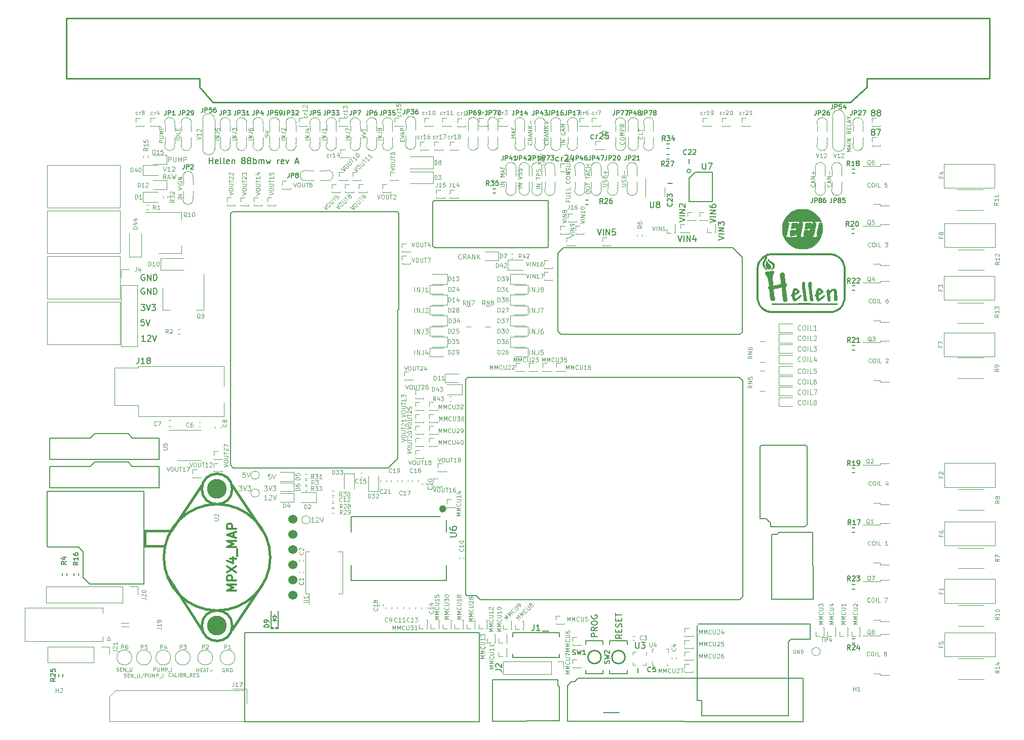
<source format=gto>
G04 #@! TF.GenerationSoftware,KiCad,Pcbnew,8.0.9-8.0.9-0~ubuntu24.04.1*
G04 #@! TF.CreationDate,2025-03-13T12:44:27+00:00*
G04 #@! TF.ProjectId,hellen88m42bmw,68656c6c-656e-4383-986d-3432626d772e,B*
G04 #@! TF.SameCoordinates,PX3d1b110PY9269338*
G04 #@! TF.FileFunction,Legend,Top*
G04 #@! TF.FilePolarity,Positive*
%FSLAX46Y46*%
G04 Gerber Fmt 4.6, Leading zero omitted, Abs format (unit mm)*
G04 Created by KiCad (PCBNEW 8.0.9-8.0.9-0~ubuntu24.04.1) date 2025-03-13 12:44:27*
%MOMM*%
%LPD*%
G01*
G04 APERTURE LIST*
%ADD10C,0.150000*%
%ADD11C,0.120000*%
%ADD12C,0.100000*%
%ADD13C,0.127000*%
%ADD14C,0.170000*%
%ADD15C,0.304800*%
%ADD16C,0.249936*%
%ADD17C,0.099060*%
%ADD18C,0.203200*%
%ADD19C,0.200000*%
%ADD20C,0.616000*%
%ADD21C,0.254000*%
%ADD22C,0.002540*%
%ADD23C,0.381000*%
%ADD24C,0.000000*%
%ADD25C,3.302000*%
%ADD26C,1.524000*%
G04 APERTURE END LIST*
D10*
X16118268Y70024181D02*
X16737315Y70024181D01*
X16737315Y70024181D02*
X16403982Y69643229D01*
X16403982Y69643229D02*
X16546839Y69643229D01*
X16546839Y69643229D02*
X16642077Y69595610D01*
X16642077Y69595610D02*
X16689696Y69547991D01*
X16689696Y69547991D02*
X16737315Y69452753D01*
X16737315Y69452753D02*
X16737315Y69214658D01*
X16737315Y69214658D02*
X16689696Y69119420D01*
X16689696Y69119420D02*
X16642077Y69071800D01*
X16642077Y69071800D02*
X16546839Y69024181D01*
X16546839Y69024181D02*
X16261125Y69024181D01*
X16261125Y69024181D02*
X16165887Y69071800D01*
X16165887Y69071800D02*
X16118268Y69119420D01*
X17023030Y70024181D02*
X17356363Y69024181D01*
X17356363Y69024181D02*
X17689696Y70024181D01*
X17927792Y70024181D02*
X18546839Y70024181D01*
X18546839Y70024181D02*
X18213506Y69643229D01*
X18213506Y69643229D02*
X18356363Y69643229D01*
X18356363Y69643229D02*
X18451601Y69595610D01*
X18451601Y69595610D02*
X18499220Y69547991D01*
X18499220Y69547991D02*
X18546839Y69452753D01*
X18546839Y69452753D02*
X18546839Y69214658D01*
X18546839Y69214658D02*
X18499220Y69119420D01*
X18499220Y69119420D02*
X18451601Y69071800D01*
X18451601Y69071800D02*
X18356363Y69024181D01*
X18356363Y69024181D02*
X18070649Y69024181D01*
X18070649Y69024181D02*
X17975411Y69071800D01*
X17975411Y69071800D02*
X17927792Y69119420D01*
X16642077Y67524181D02*
X16165887Y67524181D01*
X16165887Y67524181D02*
X16118268Y67047991D01*
X16118268Y67047991D02*
X16165887Y67095610D01*
X16165887Y67095610D02*
X16261125Y67143229D01*
X16261125Y67143229D02*
X16499220Y67143229D01*
X16499220Y67143229D02*
X16594458Y67095610D01*
X16594458Y67095610D02*
X16642077Y67047991D01*
X16642077Y67047991D02*
X16689696Y66952753D01*
X16689696Y66952753D02*
X16689696Y66714658D01*
X16689696Y66714658D02*
X16642077Y66619420D01*
X16642077Y66619420D02*
X16594458Y66571800D01*
X16594458Y66571800D02*
X16499220Y66524181D01*
X16499220Y66524181D02*
X16261125Y66524181D01*
X16261125Y66524181D02*
X16165887Y66571800D01*
X16165887Y66571800D02*
X16118268Y66619420D01*
X16975411Y67524181D02*
X17308744Y66524181D01*
X17308744Y66524181D02*
X17642077Y67524181D01*
X16837315Y63914181D02*
X16265887Y63914181D01*
X16551601Y63914181D02*
X16551601Y64914181D01*
X16551601Y64914181D02*
X16456363Y64771324D01*
X16456363Y64771324D02*
X16361125Y64676086D01*
X16361125Y64676086D02*
X16265887Y64628467D01*
X17218268Y64818943D02*
X17265887Y64866562D01*
X17265887Y64866562D02*
X17361125Y64914181D01*
X17361125Y64914181D02*
X17599220Y64914181D01*
X17599220Y64914181D02*
X17694458Y64866562D01*
X17694458Y64866562D02*
X17742077Y64818943D01*
X17742077Y64818943D02*
X17789696Y64723705D01*
X17789696Y64723705D02*
X17789696Y64628467D01*
X17789696Y64628467D02*
X17742077Y64485610D01*
X17742077Y64485610D02*
X17170649Y63914181D01*
X17170649Y63914181D02*
X17789696Y63914181D01*
X18075411Y64914181D02*
X18408744Y63914181D01*
X18408744Y63914181D02*
X18742077Y64914181D01*
X16701601Y75026562D02*
X16606363Y75074181D01*
X16606363Y75074181D02*
X16463506Y75074181D01*
X16463506Y75074181D02*
X16320649Y75026562D01*
X16320649Y75026562D02*
X16225411Y74931324D01*
X16225411Y74931324D02*
X16177792Y74836086D01*
X16177792Y74836086D02*
X16130173Y74645610D01*
X16130173Y74645610D02*
X16130173Y74502753D01*
X16130173Y74502753D02*
X16177792Y74312277D01*
X16177792Y74312277D02*
X16225411Y74217039D01*
X16225411Y74217039D02*
X16320649Y74121800D01*
X16320649Y74121800D02*
X16463506Y74074181D01*
X16463506Y74074181D02*
X16558744Y74074181D01*
X16558744Y74074181D02*
X16701601Y74121800D01*
X16701601Y74121800D02*
X16749220Y74169420D01*
X16749220Y74169420D02*
X16749220Y74502753D01*
X16749220Y74502753D02*
X16558744Y74502753D01*
X17177792Y74074181D02*
X17177792Y75074181D01*
X17177792Y75074181D02*
X17749220Y74074181D01*
X17749220Y74074181D02*
X17749220Y75074181D01*
X18225411Y74074181D02*
X18225411Y75074181D01*
X18225411Y75074181D02*
X18463506Y75074181D01*
X18463506Y75074181D02*
X18606363Y75026562D01*
X18606363Y75026562D02*
X18701601Y74931324D01*
X18701601Y74931324D02*
X18749220Y74836086D01*
X18749220Y74836086D02*
X18796839Y74645610D01*
X18796839Y74645610D02*
X18796839Y74502753D01*
X18796839Y74502753D02*
X18749220Y74312277D01*
X18749220Y74312277D02*
X18701601Y74217039D01*
X18701601Y74217039D02*
X18606363Y74121800D01*
X18606363Y74121800D02*
X18463506Y74074181D01*
X18463506Y74074181D02*
X18225411Y74074181D01*
X138354571Y102139610D02*
X138259333Y102187229D01*
X138259333Y102187229D02*
X138211714Y102234848D01*
X138211714Y102234848D02*
X138164095Y102330086D01*
X138164095Y102330086D02*
X138164095Y102377705D01*
X138164095Y102377705D02*
X138211714Y102472943D01*
X138211714Y102472943D02*
X138259333Y102520562D01*
X138259333Y102520562D02*
X138354571Y102568181D01*
X138354571Y102568181D02*
X138545047Y102568181D01*
X138545047Y102568181D02*
X138640285Y102520562D01*
X138640285Y102520562D02*
X138687904Y102472943D01*
X138687904Y102472943D02*
X138735523Y102377705D01*
X138735523Y102377705D02*
X138735523Y102330086D01*
X138735523Y102330086D02*
X138687904Y102234848D01*
X138687904Y102234848D02*
X138640285Y102187229D01*
X138640285Y102187229D02*
X138545047Y102139610D01*
X138545047Y102139610D02*
X138354571Y102139610D01*
X138354571Y102139610D02*
X138259333Y102091991D01*
X138259333Y102091991D02*
X138211714Y102044372D01*
X138211714Y102044372D02*
X138164095Y101949134D01*
X138164095Y101949134D02*
X138164095Y101758658D01*
X138164095Y101758658D02*
X138211714Y101663420D01*
X138211714Y101663420D02*
X138259333Y101615800D01*
X138259333Y101615800D02*
X138354571Y101568181D01*
X138354571Y101568181D02*
X138545047Y101568181D01*
X138545047Y101568181D02*
X138640285Y101615800D01*
X138640285Y101615800D02*
X138687904Y101663420D01*
X138687904Y101663420D02*
X138735523Y101758658D01*
X138735523Y101758658D02*
X138735523Y101949134D01*
X138735523Y101949134D02*
X138687904Y102044372D01*
X138687904Y102044372D02*
X138640285Y102091991D01*
X138640285Y102091991D02*
X138545047Y102139610D01*
X139306952Y102139610D02*
X139211714Y102187229D01*
X139211714Y102187229D02*
X139164095Y102234848D01*
X139164095Y102234848D02*
X139116476Y102330086D01*
X139116476Y102330086D02*
X139116476Y102377705D01*
X139116476Y102377705D02*
X139164095Y102472943D01*
X139164095Y102472943D02*
X139211714Y102520562D01*
X139211714Y102520562D02*
X139306952Y102568181D01*
X139306952Y102568181D02*
X139497428Y102568181D01*
X139497428Y102568181D02*
X139592666Y102520562D01*
X139592666Y102520562D02*
X139640285Y102472943D01*
X139640285Y102472943D02*
X139687904Y102377705D01*
X139687904Y102377705D02*
X139687904Y102330086D01*
X139687904Y102330086D02*
X139640285Y102234848D01*
X139640285Y102234848D02*
X139592666Y102187229D01*
X139592666Y102187229D02*
X139497428Y102139610D01*
X139497428Y102139610D02*
X139306952Y102139610D01*
X139306952Y102139610D02*
X139211714Y102091991D01*
X139211714Y102091991D02*
X139164095Y102044372D01*
X139164095Y102044372D02*
X139116476Y101949134D01*
X139116476Y101949134D02*
X139116476Y101758658D01*
X139116476Y101758658D02*
X139164095Y101663420D01*
X139164095Y101663420D02*
X139211714Y101615800D01*
X139211714Y101615800D02*
X139306952Y101568181D01*
X139306952Y101568181D02*
X139497428Y101568181D01*
X139497428Y101568181D02*
X139592666Y101615800D01*
X139592666Y101615800D02*
X139640285Y101663420D01*
X139640285Y101663420D02*
X139687904Y101758658D01*
X139687904Y101758658D02*
X139687904Y101949134D01*
X139687904Y101949134D02*
X139640285Y102044372D01*
X139640285Y102044372D02*
X139592666Y102091991D01*
X139592666Y102091991D02*
X139497428Y102139610D01*
D11*
X81071238Y61659145D02*
X81071238Y62459145D01*
X81452190Y61659145D02*
X81452190Y62459145D01*
X81452190Y62459145D02*
X81909333Y61659145D01*
X81909333Y61659145D02*
X81909333Y62459145D01*
X82518856Y62459145D02*
X82518856Y61887717D01*
X82518856Y61887717D02*
X82480761Y61773431D01*
X82480761Y61773431D02*
X82404570Y61697240D01*
X82404570Y61697240D02*
X82290285Y61659145D01*
X82290285Y61659145D02*
X82214094Y61659145D01*
X83280761Y62459145D02*
X82899809Y62459145D01*
X82899809Y62459145D02*
X82861713Y62078193D01*
X82861713Y62078193D02*
X82899809Y62116288D01*
X82899809Y62116288D02*
X82975999Y62154383D01*
X82975999Y62154383D02*
X83166475Y62154383D01*
X83166475Y62154383D02*
X83242666Y62116288D01*
X83242666Y62116288D02*
X83280761Y62078193D01*
X83280761Y62078193D02*
X83318856Y62002002D01*
X83318856Y62002002D02*
X83318856Y61811526D01*
X83318856Y61811526D02*
X83280761Y61735336D01*
X83280761Y61735336D02*
X83242666Y61697240D01*
X83242666Y61697240D02*
X83166475Y61659145D01*
X83166475Y61659145D02*
X82975999Y61659145D01*
X82975999Y61659145D02*
X82899809Y61697240D01*
X82899809Y61697240D02*
X82861713Y61735336D01*
X37773619Y41709145D02*
X37392667Y41709145D01*
X37392667Y41709145D02*
X37354571Y41328193D01*
X37354571Y41328193D02*
X37392667Y41366288D01*
X37392667Y41366288D02*
X37468857Y41404383D01*
X37468857Y41404383D02*
X37659333Y41404383D01*
X37659333Y41404383D02*
X37735524Y41366288D01*
X37735524Y41366288D02*
X37773619Y41328193D01*
X37773619Y41328193D02*
X37811714Y41252002D01*
X37811714Y41252002D02*
X37811714Y41061526D01*
X37811714Y41061526D02*
X37773619Y40985336D01*
X37773619Y40985336D02*
X37735524Y40947240D01*
X37735524Y40947240D02*
X37659333Y40909145D01*
X37659333Y40909145D02*
X37468857Y40909145D01*
X37468857Y40909145D02*
X37392667Y40947240D01*
X37392667Y40947240D02*
X37354571Y40985336D01*
X38040286Y41709145D02*
X38306953Y40909145D01*
X38306953Y40909145D02*
X38573619Y41709145D01*
D12*
X93244633Y89806334D02*
X93811300Y89806334D01*
X93811300Y89806334D02*
X93877966Y89839667D01*
X93877966Y89839667D02*
X93911300Y89873001D01*
X93911300Y89873001D02*
X93944633Y89939667D01*
X93944633Y89939667D02*
X93944633Y90073001D01*
X93944633Y90073001D02*
X93911300Y90139667D01*
X93911300Y90139667D02*
X93877966Y90173001D01*
X93877966Y90173001D02*
X93811300Y90206334D01*
X93811300Y90206334D02*
X93244633Y90206334D01*
X93911300Y90506334D02*
X93944633Y90606334D01*
X93944633Y90606334D02*
X93944633Y90773000D01*
X93944633Y90773000D02*
X93911300Y90839667D01*
X93911300Y90839667D02*
X93877966Y90873000D01*
X93877966Y90873000D02*
X93811300Y90906334D01*
X93811300Y90906334D02*
X93744633Y90906334D01*
X93744633Y90906334D02*
X93677966Y90873000D01*
X93677966Y90873000D02*
X93644633Y90839667D01*
X93644633Y90839667D02*
X93611300Y90773000D01*
X93611300Y90773000D02*
X93577966Y90639667D01*
X93577966Y90639667D02*
X93544633Y90573000D01*
X93544633Y90573000D02*
X93511300Y90539667D01*
X93511300Y90539667D02*
X93444633Y90506334D01*
X93444633Y90506334D02*
X93377966Y90506334D01*
X93377966Y90506334D02*
X93311300Y90539667D01*
X93311300Y90539667D02*
X93277966Y90573000D01*
X93277966Y90573000D02*
X93244633Y90639667D01*
X93244633Y90639667D02*
X93244633Y90806334D01*
X93244633Y90806334D02*
X93277966Y90906334D01*
X93577966Y91439667D02*
X93611300Y91539667D01*
X93611300Y91539667D02*
X93644633Y91573001D01*
X93644633Y91573001D02*
X93711300Y91606334D01*
X93711300Y91606334D02*
X93811300Y91606334D01*
X93811300Y91606334D02*
X93877966Y91573001D01*
X93877966Y91573001D02*
X93911300Y91539667D01*
X93911300Y91539667D02*
X93944633Y91473001D01*
X93944633Y91473001D02*
X93944633Y91206334D01*
X93944633Y91206334D02*
X93244633Y91206334D01*
X93244633Y91206334D02*
X93244633Y91439667D01*
X93244633Y91439667D02*
X93277966Y91506334D01*
X93277966Y91506334D02*
X93311300Y91539667D01*
X93311300Y91539667D02*
X93377966Y91573001D01*
X93377966Y91573001D02*
X93444633Y91573001D01*
X93444633Y91573001D02*
X93511300Y91539667D01*
X93511300Y91539667D02*
X93544633Y91506334D01*
X93544633Y91506334D02*
X93577966Y91439667D01*
X93577966Y91439667D02*
X93577966Y91206334D01*
X93677966Y91906334D02*
X93677966Y92439667D01*
X93944633Y92173001D02*
X93411300Y92173001D01*
X99877966Y98189667D02*
X99911300Y98156334D01*
X99911300Y98156334D02*
X99944633Y98056334D01*
X99944633Y98056334D02*
X99944633Y97989667D01*
X99944633Y97989667D02*
X99911300Y97889667D01*
X99911300Y97889667D02*
X99844633Y97823000D01*
X99844633Y97823000D02*
X99777966Y97789667D01*
X99777966Y97789667D02*
X99644633Y97756334D01*
X99644633Y97756334D02*
X99544633Y97756334D01*
X99544633Y97756334D02*
X99411300Y97789667D01*
X99411300Y97789667D02*
X99344633Y97823000D01*
X99344633Y97823000D02*
X99277966Y97889667D01*
X99277966Y97889667D02*
X99244633Y97989667D01*
X99244633Y97989667D02*
X99244633Y98056334D01*
X99244633Y98056334D02*
X99277966Y98156334D01*
X99277966Y98156334D02*
X99311300Y98189667D01*
X99944633Y98823000D02*
X99944633Y98489667D01*
X99944633Y98489667D02*
X99244633Y98489667D01*
X99244633Y98956334D02*
X99244633Y99356334D01*
X99944633Y99156334D02*
X99244633Y99156334D01*
X128925999Y95304367D02*
X129159333Y94604367D01*
X129159333Y94604367D02*
X129392666Y95304367D01*
X129992666Y94604367D02*
X129592666Y94604367D01*
X129792666Y94604367D02*
X129792666Y95304367D01*
X129792666Y95304367D02*
X129725999Y95204367D01*
X129725999Y95204367D02*
X129659333Y95137700D01*
X129659333Y95137700D02*
X129592666Y95104367D01*
X130259333Y95237700D02*
X130292666Y95271034D01*
X130292666Y95271034D02*
X130359333Y95304367D01*
X130359333Y95304367D02*
X130526000Y95304367D01*
X130526000Y95304367D02*
X130592666Y95271034D01*
X130592666Y95271034D02*
X130626000Y95237700D01*
X130626000Y95237700D02*
X130659333Y95171034D01*
X130659333Y95171034D02*
X130659333Y95104367D01*
X130659333Y95104367D02*
X130626000Y95004367D01*
X130626000Y95004367D02*
X130226000Y94604367D01*
X130226000Y94604367D02*
X130659333Y94604367D01*
X34744633Y97556334D02*
X34044633Y97556334D01*
X34744633Y97889667D02*
X34044633Y97889667D01*
X34044633Y97889667D02*
X34744633Y98289667D01*
X34744633Y98289667D02*
X34044633Y98289667D01*
X34044633Y98823000D02*
X34544633Y98823000D01*
X34544633Y98823000D02*
X34644633Y98789667D01*
X34644633Y98789667D02*
X34711300Y98723000D01*
X34711300Y98723000D02*
X34744633Y98623000D01*
X34744633Y98623000D02*
X34744633Y98556333D01*
X34044633Y99456333D02*
X34044633Y99323000D01*
X34044633Y99323000D02*
X34077966Y99256333D01*
X34077966Y99256333D02*
X34111300Y99223000D01*
X34111300Y99223000D02*
X34211300Y99156333D01*
X34211300Y99156333D02*
X34344633Y99123000D01*
X34344633Y99123000D02*
X34611300Y99123000D01*
X34611300Y99123000D02*
X34677966Y99156333D01*
X34677966Y99156333D02*
X34711300Y99189666D01*
X34711300Y99189666D02*
X34744633Y99256333D01*
X34744633Y99256333D02*
X34744633Y99389666D01*
X34744633Y99389666D02*
X34711300Y99456333D01*
X34711300Y99456333D02*
X34677966Y99489666D01*
X34677966Y99489666D02*
X34611300Y99523000D01*
X34611300Y99523000D02*
X34444633Y99523000D01*
X34444633Y99523000D02*
X34377966Y99489666D01*
X34377966Y99489666D02*
X34344633Y99456333D01*
X34344633Y99456333D02*
X34311300Y99389666D01*
X34311300Y99389666D02*
X34311300Y99256333D01*
X34311300Y99256333D02*
X34344633Y99189666D01*
X34344633Y99189666D02*
X34377966Y99156333D01*
X34377966Y99156333D02*
X34444633Y99123000D01*
D11*
X45030761Y33659145D02*
X44573618Y33659145D01*
X44802190Y33659145D02*
X44802190Y34459145D01*
X44802190Y34459145D02*
X44725999Y34344860D01*
X44725999Y34344860D02*
X44649809Y34268669D01*
X44649809Y34268669D02*
X44573618Y34230574D01*
X45335523Y34382955D02*
X45373619Y34421050D01*
X45373619Y34421050D02*
X45449809Y34459145D01*
X45449809Y34459145D02*
X45640285Y34459145D01*
X45640285Y34459145D02*
X45716476Y34421050D01*
X45716476Y34421050D02*
X45754571Y34382955D01*
X45754571Y34382955D02*
X45792666Y34306764D01*
X45792666Y34306764D02*
X45792666Y34230574D01*
X45792666Y34230574D02*
X45754571Y34116288D01*
X45754571Y34116288D02*
X45297428Y33659145D01*
X45297428Y33659145D02*
X45792666Y33659145D01*
X46021238Y34459145D02*
X46287905Y33659145D01*
X46287905Y33659145D02*
X46554571Y34459145D01*
D12*
X76844633Y89789668D02*
X76144633Y89789668D01*
X76844633Y90123001D02*
X76144633Y90123001D01*
X76144633Y90123001D02*
X76844633Y90523001D01*
X76844633Y90523001D02*
X76144633Y90523001D01*
X76844633Y91389667D02*
X76144633Y91389667D01*
X76144633Y91389667D02*
X76644633Y91623000D01*
X76644633Y91623000D02*
X76144633Y91856334D01*
X76144633Y91856334D02*
X76844633Y91856334D01*
X76644633Y92156334D02*
X76644633Y92489667D01*
X76844633Y92089667D02*
X76144633Y92323000D01*
X76144633Y92323000D02*
X76844633Y92556334D01*
X76477966Y93023000D02*
X76477966Y92789667D01*
X76844633Y92789667D02*
X76144633Y92789667D01*
X76144633Y92789667D02*
X76144633Y93123000D01*
D11*
X126359334Y65835336D02*
X126321238Y65797240D01*
X126321238Y65797240D02*
X126206953Y65759145D01*
X126206953Y65759145D02*
X126130762Y65759145D01*
X126130762Y65759145D02*
X126016476Y65797240D01*
X126016476Y65797240D02*
X125940286Y65873431D01*
X125940286Y65873431D02*
X125902191Y65949621D01*
X125902191Y65949621D02*
X125864095Y66102002D01*
X125864095Y66102002D02*
X125864095Y66216288D01*
X125864095Y66216288D02*
X125902191Y66368669D01*
X125902191Y66368669D02*
X125940286Y66444860D01*
X125940286Y66444860D02*
X126016476Y66521050D01*
X126016476Y66521050D02*
X126130762Y66559145D01*
X126130762Y66559145D02*
X126206953Y66559145D01*
X126206953Y66559145D02*
X126321238Y66521050D01*
X126321238Y66521050D02*
X126359334Y66482955D01*
X126854572Y66559145D02*
X127006953Y66559145D01*
X127006953Y66559145D02*
X127083143Y66521050D01*
X127083143Y66521050D02*
X127159334Y66444860D01*
X127159334Y66444860D02*
X127197429Y66292479D01*
X127197429Y66292479D02*
X127197429Y66025812D01*
X127197429Y66025812D02*
X127159334Y65873431D01*
X127159334Y65873431D02*
X127083143Y65797240D01*
X127083143Y65797240D02*
X127006953Y65759145D01*
X127006953Y65759145D02*
X126854572Y65759145D01*
X126854572Y65759145D02*
X126778381Y65797240D01*
X126778381Y65797240D02*
X126702191Y65873431D01*
X126702191Y65873431D02*
X126664095Y66025812D01*
X126664095Y66025812D02*
X126664095Y66292479D01*
X126664095Y66292479D02*
X126702191Y66444860D01*
X126702191Y66444860D02*
X126778381Y66521050D01*
X126778381Y66521050D02*
X126854572Y66559145D01*
X127540286Y65759145D02*
X127540286Y66559145D01*
X128302190Y65759145D02*
X127921238Y65759145D01*
X127921238Y65759145D02*
X127921238Y66559145D01*
X128987904Y65759145D02*
X128530761Y65759145D01*
X128759333Y65759145D02*
X128759333Y66559145D01*
X128759333Y66559145D02*
X128683142Y66444860D01*
X128683142Y66444860D02*
X128606952Y66368669D01*
X128606952Y66368669D02*
X128530761Y66330574D01*
D12*
X125468857Y12322058D02*
X125411715Y12350629D01*
X125411715Y12350629D02*
X125326000Y12350629D01*
X125326000Y12350629D02*
X125240286Y12322058D01*
X125240286Y12322058D02*
X125183143Y12264915D01*
X125183143Y12264915D02*
X125154572Y12207772D01*
X125154572Y12207772D02*
X125126000Y12093486D01*
X125126000Y12093486D02*
X125126000Y12007772D01*
X125126000Y12007772D02*
X125154572Y11893486D01*
X125154572Y11893486D02*
X125183143Y11836343D01*
X125183143Y11836343D02*
X125240286Y11779200D01*
X125240286Y11779200D02*
X125326000Y11750629D01*
X125326000Y11750629D02*
X125383143Y11750629D01*
X125383143Y11750629D02*
X125468857Y11779200D01*
X125468857Y11779200D02*
X125497429Y11807772D01*
X125497429Y11807772D02*
X125497429Y12007772D01*
X125497429Y12007772D02*
X125383143Y12007772D01*
X125754572Y11750629D02*
X125754572Y12350629D01*
X125754572Y12350629D02*
X126097429Y11750629D01*
X126097429Y11750629D02*
X126097429Y12350629D01*
X126383143Y11750629D02*
X126383143Y12350629D01*
X126383143Y12350629D02*
X126526000Y12350629D01*
X126526000Y12350629D02*
X126611714Y12322058D01*
X126611714Y12322058D02*
X126668857Y12264915D01*
X126668857Y12264915D02*
X126697428Y12207772D01*
X126697428Y12207772D02*
X126726000Y12093486D01*
X126726000Y12093486D02*
X126726000Y12007772D01*
X126726000Y12007772D02*
X126697428Y11893486D01*
X126697428Y11893486D02*
X126668857Y11836343D01*
X126668857Y11836343D02*
X126611714Y11779200D01*
X126611714Y11779200D02*
X126526000Y11750629D01*
X126526000Y11750629D02*
X126383143Y11750629D01*
D11*
X61821238Y65159145D02*
X61821238Y65959145D01*
X62202190Y65159145D02*
X62202190Y65959145D01*
X62202190Y65959145D02*
X62659333Y65159145D01*
X62659333Y65159145D02*
X62659333Y65959145D01*
X63268856Y65959145D02*
X63268856Y65387717D01*
X63268856Y65387717D02*
X63230761Y65273431D01*
X63230761Y65273431D02*
X63154570Y65197240D01*
X63154570Y65197240D02*
X63040285Y65159145D01*
X63040285Y65159145D02*
X62964094Y65159145D01*
X63573618Y65959145D02*
X64068856Y65959145D01*
X64068856Y65959145D02*
X63802190Y65654383D01*
X63802190Y65654383D02*
X63916475Y65654383D01*
X63916475Y65654383D02*
X63992666Y65616288D01*
X63992666Y65616288D02*
X64030761Y65578193D01*
X64030761Y65578193D02*
X64068856Y65502002D01*
X64068856Y65502002D02*
X64068856Y65311526D01*
X64068856Y65311526D02*
X64030761Y65235336D01*
X64030761Y65235336D02*
X63992666Y65197240D01*
X63992666Y65197240D02*
X63916475Y65159145D01*
X63916475Y65159145D02*
X63687904Y65159145D01*
X63687904Y65159145D02*
X63611713Y65197240D01*
X63611713Y65197240D02*
X63573618Y65235336D01*
D12*
X138126000Y60371034D02*
X138092667Y60337700D01*
X138092667Y60337700D02*
X137992667Y60304367D01*
X137992667Y60304367D02*
X137926000Y60304367D01*
X137926000Y60304367D02*
X137826000Y60337700D01*
X137826000Y60337700D02*
X137759334Y60404367D01*
X137759334Y60404367D02*
X137726000Y60471034D01*
X137726000Y60471034D02*
X137692667Y60604367D01*
X137692667Y60604367D02*
X137692667Y60704367D01*
X137692667Y60704367D02*
X137726000Y60837700D01*
X137726000Y60837700D02*
X137759334Y60904367D01*
X137759334Y60904367D02*
X137826000Y60971034D01*
X137826000Y60971034D02*
X137926000Y61004367D01*
X137926000Y61004367D02*
X137992667Y61004367D01*
X137992667Y61004367D02*
X138092667Y60971034D01*
X138092667Y60971034D02*
X138126000Y60937700D01*
X138559334Y61004367D02*
X138692667Y61004367D01*
X138692667Y61004367D02*
X138759334Y60971034D01*
X138759334Y60971034D02*
X138826000Y60904367D01*
X138826000Y60904367D02*
X138859334Y60771034D01*
X138859334Y60771034D02*
X138859334Y60537700D01*
X138859334Y60537700D02*
X138826000Y60404367D01*
X138826000Y60404367D02*
X138759334Y60337700D01*
X138759334Y60337700D02*
X138692667Y60304367D01*
X138692667Y60304367D02*
X138559334Y60304367D01*
X138559334Y60304367D02*
X138492667Y60337700D01*
X138492667Y60337700D02*
X138426000Y60404367D01*
X138426000Y60404367D02*
X138392667Y60537700D01*
X138392667Y60537700D02*
X138392667Y60771034D01*
X138392667Y60771034D02*
X138426000Y60904367D01*
X138426000Y60904367D02*
X138492667Y60971034D01*
X138492667Y60971034D02*
X138559334Y61004367D01*
X139159333Y60304367D02*
X139159333Y61004367D01*
X139826000Y60304367D02*
X139492666Y60304367D01*
X139492666Y60304367D02*
X139492666Y61004367D01*
X140559333Y60937700D02*
X140592666Y60971034D01*
X140592666Y60971034D02*
X140659333Y61004367D01*
X140659333Y61004367D02*
X140826000Y61004367D01*
X140826000Y61004367D02*
X140892666Y60971034D01*
X140892666Y60971034D02*
X140926000Y60937700D01*
X140926000Y60937700D02*
X140959333Y60871034D01*
X140959333Y60871034D02*
X140959333Y60804367D01*
X140959333Y60804367D02*
X140926000Y60704367D01*
X140926000Y60704367D02*
X140526000Y60304367D01*
X140526000Y60304367D02*
X140959333Y60304367D01*
X138026000Y79771034D02*
X137992667Y79737700D01*
X137992667Y79737700D02*
X137892667Y79704367D01*
X137892667Y79704367D02*
X137826000Y79704367D01*
X137826000Y79704367D02*
X137726000Y79737700D01*
X137726000Y79737700D02*
X137659334Y79804367D01*
X137659334Y79804367D02*
X137626000Y79871034D01*
X137626000Y79871034D02*
X137592667Y80004367D01*
X137592667Y80004367D02*
X137592667Y80104367D01*
X137592667Y80104367D02*
X137626000Y80237700D01*
X137626000Y80237700D02*
X137659334Y80304367D01*
X137659334Y80304367D02*
X137726000Y80371034D01*
X137726000Y80371034D02*
X137826000Y80404367D01*
X137826000Y80404367D02*
X137892667Y80404367D01*
X137892667Y80404367D02*
X137992667Y80371034D01*
X137992667Y80371034D02*
X138026000Y80337700D01*
X138459334Y80404367D02*
X138592667Y80404367D01*
X138592667Y80404367D02*
X138659334Y80371034D01*
X138659334Y80371034D02*
X138726000Y80304367D01*
X138726000Y80304367D02*
X138759334Y80171034D01*
X138759334Y80171034D02*
X138759334Y79937700D01*
X138759334Y79937700D02*
X138726000Y79804367D01*
X138726000Y79804367D02*
X138659334Y79737700D01*
X138659334Y79737700D02*
X138592667Y79704367D01*
X138592667Y79704367D02*
X138459334Y79704367D01*
X138459334Y79704367D02*
X138392667Y79737700D01*
X138392667Y79737700D02*
X138326000Y79804367D01*
X138326000Y79804367D02*
X138292667Y79937700D01*
X138292667Y79937700D02*
X138292667Y80171034D01*
X138292667Y80171034D02*
X138326000Y80304367D01*
X138326000Y80304367D02*
X138392667Y80371034D01*
X138392667Y80371034D02*
X138459334Y80404367D01*
X139059333Y79704367D02*
X139059333Y80404367D01*
X139726000Y79704367D02*
X139392666Y79704367D01*
X139392666Y79704367D02*
X139392666Y80404367D01*
X140426000Y80404367D02*
X140859333Y80404367D01*
X140859333Y80404367D02*
X140626000Y80137700D01*
X140626000Y80137700D02*
X140726000Y80137700D01*
X140726000Y80137700D02*
X140792666Y80104367D01*
X140792666Y80104367D02*
X140826000Y80071034D01*
X140826000Y80071034D02*
X140859333Y80004367D01*
X140859333Y80004367D02*
X140859333Y79837700D01*
X140859333Y79837700D02*
X140826000Y79771034D01*
X140826000Y79771034D02*
X140792666Y79737700D01*
X140792666Y79737700D02*
X140726000Y79704367D01*
X140726000Y79704367D02*
X140526000Y79704367D01*
X140526000Y79704367D02*
X140459333Y79737700D01*
X140459333Y79737700D02*
X140426000Y79771034D01*
X96444633Y89806334D02*
X97011300Y89806334D01*
X97011300Y89806334D02*
X97077966Y89839667D01*
X97077966Y89839667D02*
X97111300Y89873001D01*
X97111300Y89873001D02*
X97144633Y89939667D01*
X97144633Y89939667D02*
X97144633Y90073001D01*
X97144633Y90073001D02*
X97111300Y90139667D01*
X97111300Y90139667D02*
X97077966Y90173001D01*
X97077966Y90173001D02*
X97011300Y90206334D01*
X97011300Y90206334D02*
X96444633Y90206334D01*
X97111300Y90506334D02*
X97144633Y90606334D01*
X97144633Y90606334D02*
X97144633Y90773000D01*
X97144633Y90773000D02*
X97111300Y90839667D01*
X97111300Y90839667D02*
X97077966Y90873000D01*
X97077966Y90873000D02*
X97011300Y90906334D01*
X97011300Y90906334D02*
X96944633Y90906334D01*
X96944633Y90906334D02*
X96877966Y90873000D01*
X96877966Y90873000D02*
X96844633Y90839667D01*
X96844633Y90839667D02*
X96811300Y90773000D01*
X96811300Y90773000D02*
X96777966Y90639667D01*
X96777966Y90639667D02*
X96744633Y90573000D01*
X96744633Y90573000D02*
X96711300Y90539667D01*
X96711300Y90539667D02*
X96644633Y90506334D01*
X96644633Y90506334D02*
X96577966Y90506334D01*
X96577966Y90506334D02*
X96511300Y90539667D01*
X96511300Y90539667D02*
X96477966Y90573000D01*
X96477966Y90573000D02*
X96444633Y90639667D01*
X96444633Y90639667D02*
X96444633Y90806334D01*
X96444633Y90806334D02*
X96477966Y90906334D01*
X96777966Y91439667D02*
X96811300Y91539667D01*
X96811300Y91539667D02*
X96844633Y91573001D01*
X96844633Y91573001D02*
X96911300Y91606334D01*
X96911300Y91606334D02*
X97011300Y91606334D01*
X97011300Y91606334D02*
X97077966Y91573001D01*
X97077966Y91573001D02*
X97111300Y91539667D01*
X97111300Y91539667D02*
X97144633Y91473001D01*
X97144633Y91473001D02*
X97144633Y91206334D01*
X97144633Y91206334D02*
X96444633Y91206334D01*
X96444633Y91206334D02*
X96444633Y91439667D01*
X96444633Y91439667D02*
X96477966Y91506334D01*
X96477966Y91506334D02*
X96511300Y91539667D01*
X96511300Y91539667D02*
X96577966Y91573001D01*
X96577966Y91573001D02*
X96644633Y91573001D01*
X96644633Y91573001D02*
X96711300Y91539667D01*
X96711300Y91539667D02*
X96744633Y91506334D01*
X96744633Y91506334D02*
X96777966Y91439667D01*
X96777966Y91439667D02*
X96777966Y91206334D01*
X96877966Y91906334D02*
X96877966Y92439667D01*
X131825999Y95304367D02*
X132059333Y94604367D01*
X132059333Y94604367D02*
X132292666Y95304367D01*
X132892666Y94604367D02*
X132492666Y94604367D01*
X132692666Y94604367D02*
X132692666Y95304367D01*
X132692666Y95304367D02*
X132625999Y95204367D01*
X132625999Y95204367D02*
X132559333Y95137700D01*
X132559333Y95137700D02*
X132492666Y95104367D01*
X133159333Y95237700D02*
X133192666Y95271034D01*
X133192666Y95271034D02*
X133259333Y95304367D01*
X133259333Y95304367D02*
X133426000Y95304367D01*
X133426000Y95304367D02*
X133492666Y95271034D01*
X133492666Y95271034D02*
X133526000Y95237700D01*
X133526000Y95237700D02*
X133559333Y95171034D01*
X133559333Y95171034D02*
X133559333Y95104367D01*
X133559333Y95104367D02*
X133526000Y95004367D01*
X133526000Y95004367D02*
X133126000Y94604367D01*
X133126000Y94604367D02*
X133559333Y94604367D01*
X19844633Y97123001D02*
X19144633Y97123001D01*
X19144633Y97123001D02*
X19144633Y97389668D01*
X19144633Y97389668D02*
X19177966Y97456334D01*
X19177966Y97456334D02*
X19211300Y97489668D01*
X19211300Y97489668D02*
X19277966Y97523001D01*
X19277966Y97523001D02*
X19377966Y97523001D01*
X19377966Y97523001D02*
X19444633Y97489668D01*
X19444633Y97489668D02*
X19477966Y97456334D01*
X19477966Y97456334D02*
X19511300Y97389668D01*
X19511300Y97389668D02*
X19511300Y97123001D01*
X19144633Y97823001D02*
X19711300Y97823001D01*
X19711300Y97823001D02*
X19777966Y97856334D01*
X19777966Y97856334D02*
X19811300Y97889668D01*
X19811300Y97889668D02*
X19844633Y97956334D01*
X19844633Y97956334D02*
X19844633Y98089668D01*
X19844633Y98089668D02*
X19811300Y98156334D01*
X19811300Y98156334D02*
X19777966Y98189668D01*
X19777966Y98189668D02*
X19711300Y98223001D01*
X19711300Y98223001D02*
X19144633Y98223001D01*
X19844633Y98556334D02*
X19144633Y98556334D01*
X19144633Y98556334D02*
X19644633Y98789667D01*
X19644633Y98789667D02*
X19144633Y99023001D01*
X19144633Y99023001D02*
X19844633Y99023001D01*
X19844633Y99356334D02*
X19144633Y99356334D01*
X19144633Y99356334D02*
X19144633Y99623001D01*
X19144633Y99623001D02*
X19177966Y99689667D01*
X19177966Y99689667D02*
X19211300Y99723001D01*
X19211300Y99723001D02*
X19277966Y99756334D01*
X19277966Y99756334D02*
X19377966Y99756334D01*
X19377966Y99756334D02*
X19444633Y99723001D01*
X19444633Y99723001D02*
X19477966Y99689667D01*
X19477966Y99689667D02*
X19511300Y99623001D01*
X19511300Y99623001D02*
X19511300Y99356334D01*
X18240286Y8750629D02*
X18240286Y9350629D01*
X18240286Y9350629D02*
X18468857Y9350629D01*
X18468857Y9350629D02*
X18526000Y9322058D01*
X18526000Y9322058D02*
X18554571Y9293486D01*
X18554571Y9293486D02*
X18583143Y9236343D01*
X18583143Y9236343D02*
X18583143Y9150629D01*
X18583143Y9150629D02*
X18554571Y9093486D01*
X18554571Y9093486D02*
X18526000Y9064915D01*
X18526000Y9064915D02*
X18468857Y9036343D01*
X18468857Y9036343D02*
X18240286Y9036343D01*
X18840286Y9350629D02*
X18840286Y8864915D01*
X18840286Y8864915D02*
X18868857Y8807772D01*
X18868857Y8807772D02*
X18897429Y8779200D01*
X18897429Y8779200D02*
X18954571Y8750629D01*
X18954571Y8750629D02*
X19068857Y8750629D01*
X19068857Y8750629D02*
X19126000Y8779200D01*
X19126000Y8779200D02*
X19154571Y8807772D01*
X19154571Y8807772D02*
X19183143Y8864915D01*
X19183143Y8864915D02*
X19183143Y9350629D01*
X19468857Y8750629D02*
X19468857Y9350629D01*
X19468857Y9350629D02*
X19668857Y8922058D01*
X19668857Y8922058D02*
X19868857Y9350629D01*
X19868857Y9350629D02*
X19868857Y8750629D01*
X20154571Y8750629D02*
X20154571Y9350629D01*
X20154571Y9350629D02*
X20383142Y9350629D01*
X20383142Y9350629D02*
X20440285Y9322058D01*
X20440285Y9322058D02*
X20468856Y9293486D01*
X20468856Y9293486D02*
X20497428Y9236343D01*
X20497428Y9236343D02*
X20497428Y9150629D01*
X20497428Y9150629D02*
X20468856Y9093486D01*
X20468856Y9093486D02*
X20440285Y9064915D01*
X20440285Y9064915D02*
X20383142Y9036343D01*
X20383142Y9036343D02*
X20154571Y9036343D01*
X20611714Y8693486D02*
X21068856Y8693486D01*
X21211714Y8750629D02*
X21211714Y9350629D01*
D10*
X96454619Y14847819D02*
X95978428Y14514486D01*
X96454619Y14276391D02*
X95454619Y14276391D01*
X95454619Y14276391D02*
X95454619Y14657343D01*
X95454619Y14657343D02*
X95502238Y14752581D01*
X95502238Y14752581D02*
X95549857Y14800200D01*
X95549857Y14800200D02*
X95645095Y14847819D01*
X95645095Y14847819D02*
X95787952Y14847819D01*
X95787952Y14847819D02*
X95883190Y14800200D01*
X95883190Y14800200D02*
X95930809Y14752581D01*
X95930809Y14752581D02*
X95978428Y14657343D01*
X95978428Y14657343D02*
X95978428Y14276391D01*
X95930809Y15276391D02*
X95930809Y15609724D01*
X96454619Y15752581D02*
X96454619Y15276391D01*
X96454619Y15276391D02*
X95454619Y15276391D01*
X95454619Y15276391D02*
X95454619Y15752581D01*
X96407000Y16133534D02*
X96454619Y16276391D01*
X96454619Y16276391D02*
X96454619Y16514486D01*
X96454619Y16514486D02*
X96407000Y16609724D01*
X96407000Y16609724D02*
X96359380Y16657343D01*
X96359380Y16657343D02*
X96264142Y16704962D01*
X96264142Y16704962D02*
X96168904Y16704962D01*
X96168904Y16704962D02*
X96073666Y16657343D01*
X96073666Y16657343D02*
X96026047Y16609724D01*
X96026047Y16609724D02*
X95978428Y16514486D01*
X95978428Y16514486D02*
X95930809Y16324010D01*
X95930809Y16324010D02*
X95883190Y16228772D01*
X95883190Y16228772D02*
X95835571Y16181153D01*
X95835571Y16181153D02*
X95740333Y16133534D01*
X95740333Y16133534D02*
X95645095Y16133534D01*
X95645095Y16133534D02*
X95549857Y16181153D01*
X95549857Y16181153D02*
X95502238Y16228772D01*
X95502238Y16228772D02*
X95454619Y16324010D01*
X95454619Y16324010D02*
X95454619Y16562105D01*
X95454619Y16562105D02*
X95502238Y16704962D01*
X95930809Y17133534D02*
X95930809Y17466867D01*
X96454619Y17609724D02*
X96454619Y17133534D01*
X96454619Y17133534D02*
X95454619Y17133534D01*
X95454619Y17133534D02*
X95454619Y17609724D01*
X95454619Y17895439D02*
X95454619Y18466867D01*
X96454619Y18181153D02*
X95454619Y18181153D01*
D11*
X36685523Y39709145D02*
X37180761Y39709145D01*
X37180761Y39709145D02*
X36914095Y39404383D01*
X36914095Y39404383D02*
X37028380Y39404383D01*
X37028380Y39404383D02*
X37104571Y39366288D01*
X37104571Y39366288D02*
X37142666Y39328193D01*
X37142666Y39328193D02*
X37180761Y39252002D01*
X37180761Y39252002D02*
X37180761Y39061526D01*
X37180761Y39061526D02*
X37142666Y38985336D01*
X37142666Y38985336D02*
X37104571Y38947240D01*
X37104571Y38947240D02*
X37028380Y38909145D01*
X37028380Y38909145D02*
X36799809Y38909145D01*
X36799809Y38909145D02*
X36723618Y38947240D01*
X36723618Y38947240D02*
X36685523Y38985336D01*
X37409333Y39709145D02*
X37676000Y38909145D01*
X37676000Y38909145D02*
X37942666Y39709145D01*
X38133142Y39709145D02*
X38628380Y39709145D01*
X38628380Y39709145D02*
X38361714Y39404383D01*
X38361714Y39404383D02*
X38475999Y39404383D01*
X38475999Y39404383D02*
X38552190Y39366288D01*
X38552190Y39366288D02*
X38590285Y39328193D01*
X38590285Y39328193D02*
X38628380Y39252002D01*
X38628380Y39252002D02*
X38628380Y39061526D01*
X38628380Y39061526D02*
X38590285Y38985336D01*
X38590285Y38985336D02*
X38552190Y38947240D01*
X38552190Y38947240D02*
X38475999Y38909145D01*
X38475999Y38909145D02*
X38247428Y38909145D01*
X38247428Y38909145D02*
X38171237Y38947240D01*
X38171237Y38947240D02*
X38133142Y38985336D01*
D12*
X138126000Y70371034D02*
X138092667Y70337700D01*
X138092667Y70337700D02*
X137992667Y70304367D01*
X137992667Y70304367D02*
X137926000Y70304367D01*
X137926000Y70304367D02*
X137826000Y70337700D01*
X137826000Y70337700D02*
X137759334Y70404367D01*
X137759334Y70404367D02*
X137726000Y70471034D01*
X137726000Y70471034D02*
X137692667Y70604367D01*
X137692667Y70604367D02*
X137692667Y70704367D01*
X137692667Y70704367D02*
X137726000Y70837700D01*
X137726000Y70837700D02*
X137759334Y70904367D01*
X137759334Y70904367D02*
X137826000Y70971034D01*
X137826000Y70971034D02*
X137926000Y71004367D01*
X137926000Y71004367D02*
X137992667Y71004367D01*
X137992667Y71004367D02*
X138092667Y70971034D01*
X138092667Y70971034D02*
X138126000Y70937700D01*
X138559334Y71004367D02*
X138692667Y71004367D01*
X138692667Y71004367D02*
X138759334Y70971034D01*
X138759334Y70971034D02*
X138826000Y70904367D01*
X138826000Y70904367D02*
X138859334Y70771034D01*
X138859334Y70771034D02*
X138859334Y70537700D01*
X138859334Y70537700D02*
X138826000Y70404367D01*
X138826000Y70404367D02*
X138759334Y70337700D01*
X138759334Y70337700D02*
X138692667Y70304367D01*
X138692667Y70304367D02*
X138559334Y70304367D01*
X138559334Y70304367D02*
X138492667Y70337700D01*
X138492667Y70337700D02*
X138426000Y70404367D01*
X138426000Y70404367D02*
X138392667Y70537700D01*
X138392667Y70537700D02*
X138392667Y70771034D01*
X138392667Y70771034D02*
X138426000Y70904367D01*
X138426000Y70904367D02*
X138492667Y70971034D01*
X138492667Y70971034D02*
X138559334Y71004367D01*
X139159333Y70304367D02*
X139159333Y71004367D01*
X139826000Y70304367D02*
X139492666Y70304367D01*
X139492666Y70304367D02*
X139492666Y71004367D01*
X140892666Y71004367D02*
X140759333Y71004367D01*
X140759333Y71004367D02*
X140692666Y70971034D01*
X140692666Y70971034D02*
X140659333Y70937700D01*
X140659333Y70937700D02*
X140592666Y70837700D01*
X140592666Y70837700D02*
X140559333Y70704367D01*
X140559333Y70704367D02*
X140559333Y70437700D01*
X140559333Y70437700D02*
X140592666Y70371034D01*
X140592666Y70371034D02*
X140626000Y70337700D01*
X140626000Y70337700D02*
X140692666Y70304367D01*
X140692666Y70304367D02*
X140826000Y70304367D01*
X140826000Y70304367D02*
X140892666Y70337700D01*
X140892666Y70337700D02*
X140926000Y70371034D01*
X140926000Y70371034D02*
X140959333Y70437700D01*
X140959333Y70437700D02*
X140959333Y70604367D01*
X140959333Y70604367D02*
X140926000Y70671034D01*
X140926000Y70671034D02*
X140892666Y70704367D01*
X140892666Y70704367D02*
X140826000Y70737700D01*
X140826000Y70737700D02*
X140692666Y70737700D01*
X140692666Y70737700D02*
X140626000Y70704367D01*
X140626000Y70704367D02*
X140592666Y70671034D01*
X140592666Y70671034D02*
X140559333Y70604367D01*
D11*
X20690286Y93909145D02*
X20690286Y94709145D01*
X20690286Y94709145D02*
X20995048Y94709145D01*
X20995048Y94709145D02*
X21071238Y94671050D01*
X21071238Y94671050D02*
X21109333Y94632955D01*
X21109333Y94632955D02*
X21147429Y94556764D01*
X21147429Y94556764D02*
X21147429Y94442479D01*
X21147429Y94442479D02*
X21109333Y94366288D01*
X21109333Y94366288D02*
X21071238Y94328193D01*
X21071238Y94328193D02*
X20995048Y94290098D01*
X20995048Y94290098D02*
X20690286Y94290098D01*
X21490286Y94709145D02*
X21490286Y94061526D01*
X21490286Y94061526D02*
X21528381Y93985336D01*
X21528381Y93985336D02*
X21566476Y93947240D01*
X21566476Y93947240D02*
X21642667Y93909145D01*
X21642667Y93909145D02*
X21795048Y93909145D01*
X21795048Y93909145D02*
X21871238Y93947240D01*
X21871238Y93947240D02*
X21909333Y93985336D01*
X21909333Y93985336D02*
X21947429Y94061526D01*
X21947429Y94061526D02*
X21947429Y94709145D01*
X22328381Y93909145D02*
X22328381Y94709145D01*
X22328381Y94709145D02*
X22595047Y94137717D01*
X22595047Y94137717D02*
X22861714Y94709145D01*
X22861714Y94709145D02*
X22861714Y93909145D01*
X23242667Y93909145D02*
X23242667Y94709145D01*
X23242667Y94709145D02*
X23547429Y94709145D01*
X23547429Y94709145D02*
X23623619Y94671050D01*
X23623619Y94671050D02*
X23661714Y94632955D01*
X23661714Y94632955D02*
X23699810Y94556764D01*
X23699810Y94556764D02*
X23699810Y94442479D01*
X23699810Y94442479D02*
X23661714Y94366288D01*
X23661714Y94366288D02*
X23623619Y94328193D01*
X23623619Y94328193D02*
X23547429Y94290098D01*
X23547429Y94290098D02*
X23242667Y94290098D01*
X61821238Y68659145D02*
X61821238Y69459145D01*
X62202190Y68659145D02*
X62202190Y69459145D01*
X62202190Y69459145D02*
X62659333Y68659145D01*
X62659333Y68659145D02*
X62659333Y69459145D01*
X63268856Y69459145D02*
X63268856Y68887717D01*
X63268856Y68887717D02*
X63230761Y68773431D01*
X63230761Y68773431D02*
X63154570Y68697240D01*
X63154570Y68697240D02*
X63040285Y68659145D01*
X63040285Y68659145D02*
X62964094Y68659145D01*
X63611713Y69382955D02*
X63649809Y69421050D01*
X63649809Y69421050D02*
X63725999Y69459145D01*
X63725999Y69459145D02*
X63916475Y69459145D01*
X63916475Y69459145D02*
X63992666Y69421050D01*
X63992666Y69421050D02*
X64030761Y69382955D01*
X64030761Y69382955D02*
X64068856Y69306764D01*
X64068856Y69306764D02*
X64068856Y69230574D01*
X64068856Y69230574D02*
X64030761Y69116288D01*
X64030761Y69116288D02*
X63573618Y68659145D01*
X63573618Y68659145D02*
X64068856Y68659145D01*
D12*
X93944633Y97956334D02*
X93244633Y97956334D01*
X93744633Y98256334D02*
X93744633Y98589667D01*
X93944633Y98189667D02*
X93244633Y98423000D01*
X93244633Y98423000D02*
X93944633Y98656334D01*
X93244633Y98789667D02*
X93244633Y99189667D01*
X93944633Y98989667D02*
X93244633Y98989667D01*
D10*
X92380819Y14514487D02*
X91380819Y14514487D01*
X91380819Y14514487D02*
X91380819Y14895439D01*
X91380819Y14895439D02*
X91428438Y14990677D01*
X91428438Y14990677D02*
X91476057Y15038296D01*
X91476057Y15038296D02*
X91571295Y15085915D01*
X91571295Y15085915D02*
X91714152Y15085915D01*
X91714152Y15085915D02*
X91809390Y15038296D01*
X91809390Y15038296D02*
X91857009Y14990677D01*
X91857009Y14990677D02*
X91904628Y14895439D01*
X91904628Y14895439D02*
X91904628Y14514487D01*
X92380819Y16085915D02*
X91904628Y15752582D01*
X92380819Y15514487D02*
X91380819Y15514487D01*
X91380819Y15514487D02*
X91380819Y15895439D01*
X91380819Y15895439D02*
X91428438Y15990677D01*
X91428438Y15990677D02*
X91476057Y16038296D01*
X91476057Y16038296D02*
X91571295Y16085915D01*
X91571295Y16085915D02*
X91714152Y16085915D01*
X91714152Y16085915D02*
X91809390Y16038296D01*
X91809390Y16038296D02*
X91857009Y15990677D01*
X91857009Y15990677D02*
X91904628Y15895439D01*
X91904628Y15895439D02*
X91904628Y15514487D01*
X91380819Y16704963D02*
X91380819Y16895439D01*
X91380819Y16895439D02*
X91428438Y16990677D01*
X91428438Y16990677D02*
X91523676Y17085915D01*
X91523676Y17085915D02*
X91714152Y17133534D01*
X91714152Y17133534D02*
X92047485Y17133534D01*
X92047485Y17133534D02*
X92237961Y17085915D01*
X92237961Y17085915D02*
X92333200Y16990677D01*
X92333200Y16990677D02*
X92380819Y16895439D01*
X92380819Y16895439D02*
X92380819Y16704963D01*
X92380819Y16704963D02*
X92333200Y16609725D01*
X92333200Y16609725D02*
X92237961Y16514487D01*
X92237961Y16514487D02*
X92047485Y16466868D01*
X92047485Y16466868D02*
X91714152Y16466868D01*
X91714152Y16466868D02*
X91523676Y16514487D01*
X91523676Y16514487D02*
X91428438Y16609725D01*
X91428438Y16609725D02*
X91380819Y16704963D01*
X91428438Y18085915D02*
X91380819Y17990677D01*
X91380819Y17990677D02*
X91380819Y17847820D01*
X91380819Y17847820D02*
X91428438Y17704963D01*
X91428438Y17704963D02*
X91523676Y17609725D01*
X91523676Y17609725D02*
X91618914Y17562106D01*
X91618914Y17562106D02*
X91809390Y17514487D01*
X91809390Y17514487D02*
X91952247Y17514487D01*
X91952247Y17514487D02*
X92142723Y17562106D01*
X92142723Y17562106D02*
X92237961Y17609725D01*
X92237961Y17609725D02*
X92333200Y17704963D01*
X92333200Y17704963D02*
X92380819Y17847820D01*
X92380819Y17847820D02*
X92380819Y17943058D01*
X92380819Y17943058D02*
X92333200Y18085915D01*
X92333200Y18085915D02*
X92285580Y18133534D01*
X92285580Y18133534D02*
X91952247Y18133534D01*
X91952247Y18133534D02*
X91952247Y17943058D01*
D12*
X90444633Y88773001D02*
X90444633Y88906335D01*
X90444633Y88906335D02*
X90477966Y88973001D01*
X90477966Y88973001D02*
X90544633Y89039668D01*
X90544633Y89039668D02*
X90677966Y89073001D01*
X90677966Y89073001D02*
X90911300Y89073001D01*
X90911300Y89073001D02*
X91044633Y89039668D01*
X91044633Y89039668D02*
X91111300Y88973001D01*
X91111300Y88973001D02*
X91144633Y88906335D01*
X91144633Y88906335D02*
X91144633Y88773001D01*
X91144633Y88773001D02*
X91111300Y88706335D01*
X91111300Y88706335D02*
X91044633Y88639668D01*
X91044633Y88639668D02*
X90911300Y88606335D01*
X90911300Y88606335D02*
X90677966Y88606335D01*
X90677966Y88606335D02*
X90544633Y88639668D01*
X90544633Y88639668D02*
X90477966Y88706335D01*
X90477966Y88706335D02*
X90444633Y88773001D01*
X90444633Y89373001D02*
X91011300Y89373001D01*
X91011300Y89373001D02*
X91077966Y89406334D01*
X91077966Y89406334D02*
X91111300Y89439668D01*
X91111300Y89439668D02*
X91144633Y89506334D01*
X91144633Y89506334D02*
X91144633Y89639668D01*
X91144633Y89639668D02*
X91111300Y89706334D01*
X91111300Y89706334D02*
X91077966Y89739668D01*
X91077966Y89739668D02*
X91011300Y89773001D01*
X91011300Y89773001D02*
X90444633Y89773001D01*
X90444633Y90006334D02*
X90444633Y90406334D01*
X91144633Y90206334D02*
X90444633Y90206334D01*
X90444633Y91073000D02*
X90444633Y91473000D01*
X91144633Y91273000D02*
X90444633Y91273000D01*
X90944633Y91673000D02*
X90944633Y92006333D01*
X91144633Y91606333D02*
X90444633Y91839666D01*
X90444633Y91839666D02*
X91144633Y92073000D01*
X91077966Y92706333D02*
X91111300Y92673000D01*
X91111300Y92673000D02*
X91144633Y92573000D01*
X91144633Y92573000D02*
X91144633Y92506333D01*
X91144633Y92506333D02*
X91111300Y92406333D01*
X91111300Y92406333D02*
X91044633Y92339666D01*
X91044633Y92339666D02*
X90977966Y92306333D01*
X90977966Y92306333D02*
X90844633Y92273000D01*
X90844633Y92273000D02*
X90744633Y92273000D01*
X90744633Y92273000D02*
X90611300Y92306333D01*
X90611300Y92306333D02*
X90544633Y92339666D01*
X90544633Y92339666D02*
X90477966Y92406333D01*
X90477966Y92406333D02*
X90444633Y92506333D01*
X90444633Y92506333D02*
X90444633Y92573000D01*
X90444633Y92573000D02*
X90477966Y92673000D01*
X90477966Y92673000D02*
X90511300Y92706333D01*
X91144633Y93006333D02*
X90444633Y93006333D01*
X90777966Y93006333D02*
X90777966Y93406333D01*
X91144633Y93406333D02*
X90444633Y93406333D01*
D10*
X16701601Y72726562D02*
X16606363Y72774181D01*
X16606363Y72774181D02*
X16463506Y72774181D01*
X16463506Y72774181D02*
X16320649Y72726562D01*
X16320649Y72726562D02*
X16225411Y72631324D01*
X16225411Y72631324D02*
X16177792Y72536086D01*
X16177792Y72536086D02*
X16130173Y72345610D01*
X16130173Y72345610D02*
X16130173Y72202753D01*
X16130173Y72202753D02*
X16177792Y72012277D01*
X16177792Y72012277D02*
X16225411Y71917039D01*
X16225411Y71917039D02*
X16320649Y71821800D01*
X16320649Y71821800D02*
X16463506Y71774181D01*
X16463506Y71774181D02*
X16558744Y71774181D01*
X16558744Y71774181D02*
X16701601Y71821800D01*
X16701601Y71821800D02*
X16749220Y71869420D01*
X16749220Y71869420D02*
X16749220Y72202753D01*
X16749220Y72202753D02*
X16558744Y72202753D01*
X17177792Y71774181D02*
X17177792Y72774181D01*
X17177792Y72774181D02*
X17749220Y71774181D01*
X17749220Y71774181D02*
X17749220Y72774181D01*
X18225411Y71774181D02*
X18225411Y72774181D01*
X18225411Y72774181D02*
X18463506Y72774181D01*
X18463506Y72774181D02*
X18606363Y72726562D01*
X18606363Y72726562D02*
X18701601Y72631324D01*
X18701601Y72631324D02*
X18749220Y72536086D01*
X18749220Y72536086D02*
X18796839Y72345610D01*
X18796839Y72345610D02*
X18796839Y72202753D01*
X18796839Y72202753D02*
X18749220Y72012277D01*
X18749220Y72012277D02*
X18701601Y71917039D01*
X18701601Y71917039D02*
X18606363Y71821800D01*
X18606363Y71821800D02*
X18463506Y71774181D01*
X18463506Y71774181D02*
X18225411Y71774181D01*
D12*
X30068857Y9222058D02*
X30011715Y9250629D01*
X30011715Y9250629D02*
X29926000Y9250629D01*
X29926000Y9250629D02*
X29840286Y9222058D01*
X29840286Y9222058D02*
X29783143Y9164915D01*
X29783143Y9164915D02*
X29754572Y9107772D01*
X29754572Y9107772D02*
X29726000Y8993486D01*
X29726000Y8993486D02*
X29726000Y8907772D01*
X29726000Y8907772D02*
X29754572Y8793486D01*
X29754572Y8793486D02*
X29783143Y8736343D01*
X29783143Y8736343D02*
X29840286Y8679200D01*
X29840286Y8679200D02*
X29926000Y8650629D01*
X29926000Y8650629D02*
X29983143Y8650629D01*
X29983143Y8650629D02*
X30068857Y8679200D01*
X30068857Y8679200D02*
X30097429Y8707772D01*
X30097429Y8707772D02*
X30097429Y8907772D01*
X30097429Y8907772D02*
X29983143Y8907772D01*
X30354572Y8650629D02*
X30354572Y9250629D01*
X30354572Y9250629D02*
X30697429Y8650629D01*
X30697429Y8650629D02*
X30697429Y9250629D01*
X30983143Y8650629D02*
X30983143Y9250629D01*
X30983143Y9250629D02*
X31126000Y9250629D01*
X31126000Y9250629D02*
X31211714Y9222058D01*
X31211714Y9222058D02*
X31268857Y9164915D01*
X31268857Y9164915D02*
X31297428Y9107772D01*
X31297428Y9107772D02*
X31326000Y8993486D01*
X31326000Y8993486D02*
X31326000Y8907772D01*
X31326000Y8907772D02*
X31297428Y8793486D01*
X31297428Y8793486D02*
X31268857Y8736343D01*
X31268857Y8736343D02*
X31211714Y8679200D01*
X31211714Y8679200D02*
X31126000Y8650629D01*
X31126000Y8650629D02*
X30983143Y8650629D01*
X56344633Y97556334D02*
X55644633Y97556334D01*
X56344633Y97889667D02*
X55644633Y97889667D01*
X55644633Y97889667D02*
X56344633Y98289667D01*
X56344633Y98289667D02*
X55644633Y98289667D01*
X55644633Y98823000D02*
X56144633Y98823000D01*
X56144633Y98823000D02*
X56244633Y98789667D01*
X56244633Y98789667D02*
X56311300Y98723000D01*
X56311300Y98723000D02*
X56344633Y98623000D01*
X56344633Y98623000D02*
X56344633Y98556333D01*
X55944633Y99256333D02*
X55911300Y99189666D01*
X55911300Y99189666D02*
X55877966Y99156333D01*
X55877966Y99156333D02*
X55811300Y99123000D01*
X55811300Y99123000D02*
X55777966Y99123000D01*
X55777966Y99123000D02*
X55711300Y99156333D01*
X55711300Y99156333D02*
X55677966Y99189666D01*
X55677966Y99189666D02*
X55644633Y99256333D01*
X55644633Y99256333D02*
X55644633Y99389666D01*
X55644633Y99389666D02*
X55677966Y99456333D01*
X55677966Y99456333D02*
X55711300Y99489666D01*
X55711300Y99489666D02*
X55777966Y99523000D01*
X55777966Y99523000D02*
X55811300Y99523000D01*
X55811300Y99523000D02*
X55877966Y99489666D01*
X55877966Y99489666D02*
X55911300Y99456333D01*
X55911300Y99456333D02*
X55944633Y99389666D01*
X55944633Y99389666D02*
X55944633Y99256333D01*
X55944633Y99256333D02*
X55977966Y99189666D01*
X55977966Y99189666D02*
X56011300Y99156333D01*
X56011300Y99156333D02*
X56077966Y99123000D01*
X56077966Y99123000D02*
X56211300Y99123000D01*
X56211300Y99123000D02*
X56277966Y99156333D01*
X56277966Y99156333D02*
X56311300Y99189666D01*
X56311300Y99189666D02*
X56344633Y99256333D01*
X56344633Y99256333D02*
X56344633Y99389666D01*
X56344633Y99389666D02*
X56311300Y99456333D01*
X56311300Y99456333D02*
X56277966Y99489666D01*
X56277966Y99489666D02*
X56211300Y99523000D01*
X56211300Y99523000D02*
X56077966Y99523000D01*
X56077966Y99523000D02*
X56011300Y99489666D01*
X56011300Y99489666D02*
X55977966Y99456333D01*
X55977966Y99456333D02*
X55944633Y99389666D01*
X25444633Y97623000D02*
X26144633Y97856333D01*
X26144633Y97856333D02*
X25444633Y98089667D01*
X26144633Y98689667D02*
X26144633Y98289667D01*
X26144633Y98489667D02*
X25444633Y98489667D01*
X25444633Y98489667D02*
X25544633Y98423000D01*
X25544633Y98423000D02*
X25611300Y98356333D01*
X25611300Y98356333D02*
X25644633Y98289667D01*
X25511300Y98956334D02*
X25477966Y98989667D01*
X25477966Y98989667D02*
X25444633Y99056334D01*
X25444633Y99056334D02*
X25444633Y99223000D01*
X25444633Y99223000D02*
X25477966Y99289667D01*
X25477966Y99289667D02*
X25511300Y99323000D01*
X25511300Y99323000D02*
X25577966Y99356334D01*
X25577966Y99356334D02*
X25644633Y99356334D01*
X25644633Y99356334D02*
X25744633Y99323000D01*
X25744633Y99323000D02*
X26144633Y98923000D01*
X26144633Y98923000D02*
X26144633Y99356334D01*
X31994633Y97556334D02*
X31294633Y97556334D01*
X31994633Y97889667D02*
X31294633Y97889667D01*
X31294633Y97889667D02*
X31994633Y98289667D01*
X31994633Y98289667D02*
X31294633Y98289667D01*
X31294633Y98823000D02*
X31794633Y98823000D01*
X31794633Y98823000D02*
X31894633Y98789667D01*
X31894633Y98789667D02*
X31961300Y98723000D01*
X31961300Y98723000D02*
X31994633Y98623000D01*
X31994633Y98623000D02*
X31994633Y98556333D01*
X31294633Y99089666D02*
X31294633Y99523000D01*
X31294633Y99523000D02*
X31561300Y99289666D01*
X31561300Y99289666D02*
X31561300Y99389666D01*
X31561300Y99389666D02*
X31594633Y99456333D01*
X31594633Y99456333D02*
X31627966Y99489666D01*
X31627966Y99489666D02*
X31694633Y99523000D01*
X31694633Y99523000D02*
X31861300Y99523000D01*
X31861300Y99523000D02*
X31927966Y99489666D01*
X31927966Y99489666D02*
X31961300Y99456333D01*
X31961300Y99456333D02*
X31994633Y99389666D01*
X31994633Y99389666D02*
X31994633Y99189666D01*
X31994633Y99189666D02*
X31961300Y99123000D01*
X31961300Y99123000D02*
X31927966Y99089666D01*
X78644633Y97939667D02*
X77944633Y97939667D01*
X77944633Y97939667D02*
X78444633Y98173000D01*
X78444633Y98173000D02*
X77944633Y98406334D01*
X77944633Y98406334D02*
X78644633Y98406334D01*
X78444633Y98706334D02*
X78444633Y99039667D01*
X78644633Y98639667D02*
X77944633Y98873000D01*
X77944633Y98873000D02*
X78644633Y99106334D01*
X78277966Y99573000D02*
X78277966Y99339667D01*
X78644633Y99339667D02*
X77944633Y99339667D01*
X77944633Y99339667D02*
X77944633Y99673000D01*
X52994633Y97823001D02*
X53694633Y98056334D01*
X53694633Y98056334D02*
X52994633Y98289668D01*
X52994633Y98423001D02*
X53694633Y98656334D01*
X53694633Y98656334D02*
X52994633Y98889668D01*
X52994633Y99023001D02*
X52994633Y99423001D01*
X53694633Y99223001D02*
X52994633Y99223001D01*
X86944633Y96839668D02*
X86244633Y96839668D01*
X86944633Y97173001D02*
X86244633Y97173001D01*
X86244633Y97173001D02*
X86944633Y97573001D01*
X86944633Y97573001D02*
X86244633Y97573001D01*
X86877966Y98839667D02*
X86911300Y98806334D01*
X86911300Y98806334D02*
X86944633Y98706334D01*
X86944633Y98706334D02*
X86944633Y98639667D01*
X86944633Y98639667D02*
X86911300Y98539667D01*
X86911300Y98539667D02*
X86844633Y98473000D01*
X86844633Y98473000D02*
X86777966Y98439667D01*
X86777966Y98439667D02*
X86644633Y98406334D01*
X86644633Y98406334D02*
X86544633Y98406334D01*
X86544633Y98406334D02*
X86411300Y98439667D01*
X86411300Y98439667D02*
X86344633Y98473000D01*
X86344633Y98473000D02*
X86277966Y98539667D01*
X86277966Y98539667D02*
X86244633Y98639667D01*
X86244633Y98639667D02*
X86244633Y98706334D01*
X86244633Y98706334D02*
X86277966Y98806334D01*
X86277966Y98806334D02*
X86311300Y98839667D01*
X86744633Y99106334D02*
X86744633Y99439667D01*
X86944633Y99039667D02*
X86244633Y99273000D01*
X86244633Y99273000D02*
X86944633Y99506334D01*
X86944633Y99739667D02*
X86244633Y99739667D01*
X86244633Y99739667D02*
X86744633Y99973000D01*
X86744633Y99973000D02*
X86244633Y100206334D01*
X86244633Y100206334D02*
X86944633Y100206334D01*
X79744633Y89523001D02*
X79044633Y89523001D01*
X79744633Y89856334D02*
X79044633Y89856334D01*
X79044633Y89856334D02*
X79744633Y90256334D01*
X79744633Y90256334D02*
X79044633Y90256334D01*
X79044633Y91023000D02*
X79744633Y91256333D01*
X79744633Y91256333D02*
X79044633Y91489667D01*
X79711300Y91689667D02*
X79744633Y91789667D01*
X79744633Y91789667D02*
X79744633Y91956333D01*
X79744633Y91956333D02*
X79711300Y92023000D01*
X79711300Y92023000D02*
X79677966Y92056333D01*
X79677966Y92056333D02*
X79611300Y92089667D01*
X79611300Y92089667D02*
X79544633Y92089667D01*
X79544633Y92089667D02*
X79477966Y92056333D01*
X79477966Y92056333D02*
X79444633Y92023000D01*
X79444633Y92023000D02*
X79411300Y91956333D01*
X79411300Y91956333D02*
X79377966Y91823000D01*
X79377966Y91823000D02*
X79344633Y91756333D01*
X79344633Y91756333D02*
X79311300Y91723000D01*
X79311300Y91723000D02*
X79244633Y91689667D01*
X79244633Y91689667D02*
X79177966Y91689667D01*
X79177966Y91689667D02*
X79111300Y91723000D01*
X79111300Y91723000D02*
X79077966Y91756333D01*
X79077966Y91756333D02*
X79044633Y91823000D01*
X79044633Y91823000D02*
X79044633Y91989667D01*
X79044633Y91989667D02*
X79077966Y92089667D01*
X79711300Y92356334D02*
X79744633Y92456334D01*
X79744633Y92456334D02*
X79744633Y92623000D01*
X79744633Y92623000D02*
X79711300Y92689667D01*
X79711300Y92689667D02*
X79677966Y92723000D01*
X79677966Y92723000D02*
X79611300Y92756334D01*
X79611300Y92756334D02*
X79544633Y92756334D01*
X79544633Y92756334D02*
X79477966Y92723000D01*
X79477966Y92723000D02*
X79444633Y92689667D01*
X79444633Y92689667D02*
X79411300Y92623000D01*
X79411300Y92623000D02*
X79377966Y92489667D01*
X79377966Y92489667D02*
X79344633Y92423000D01*
X79344633Y92423000D02*
X79311300Y92389667D01*
X79311300Y92389667D02*
X79244633Y92356334D01*
X79244633Y92356334D02*
X79177966Y92356334D01*
X79177966Y92356334D02*
X79111300Y92389667D01*
X79111300Y92389667D02*
X79077966Y92423000D01*
X79077966Y92423000D02*
X79044633Y92489667D01*
X79044633Y92489667D02*
X79044633Y92656334D01*
X79044633Y92656334D02*
X79077966Y92756334D01*
D10*
X27521237Y93568181D02*
X27521237Y94568181D01*
X27521237Y94091991D02*
X28092665Y94091991D01*
X28092665Y93568181D02*
X28092665Y94568181D01*
X28949808Y93615800D02*
X28854570Y93568181D01*
X28854570Y93568181D02*
X28664094Y93568181D01*
X28664094Y93568181D02*
X28568856Y93615800D01*
X28568856Y93615800D02*
X28521237Y93711039D01*
X28521237Y93711039D02*
X28521237Y94091991D01*
X28521237Y94091991D02*
X28568856Y94187229D01*
X28568856Y94187229D02*
X28664094Y94234848D01*
X28664094Y94234848D02*
X28854570Y94234848D01*
X28854570Y94234848D02*
X28949808Y94187229D01*
X28949808Y94187229D02*
X28997427Y94091991D01*
X28997427Y94091991D02*
X28997427Y93996753D01*
X28997427Y93996753D02*
X28521237Y93901515D01*
X29568856Y93568181D02*
X29473618Y93615800D01*
X29473618Y93615800D02*
X29425999Y93711039D01*
X29425999Y93711039D02*
X29425999Y94568181D01*
X30092666Y93568181D02*
X29997428Y93615800D01*
X29997428Y93615800D02*
X29949809Y93711039D01*
X29949809Y93711039D02*
X29949809Y94568181D01*
X30854571Y93615800D02*
X30759333Y93568181D01*
X30759333Y93568181D02*
X30568857Y93568181D01*
X30568857Y93568181D02*
X30473619Y93615800D01*
X30473619Y93615800D02*
X30426000Y93711039D01*
X30426000Y93711039D02*
X30426000Y94091991D01*
X30426000Y94091991D02*
X30473619Y94187229D01*
X30473619Y94187229D02*
X30568857Y94234848D01*
X30568857Y94234848D02*
X30759333Y94234848D01*
X30759333Y94234848D02*
X30854571Y94187229D01*
X30854571Y94187229D02*
X30902190Y94091991D01*
X30902190Y94091991D02*
X30902190Y93996753D01*
X30902190Y93996753D02*
X30426000Y93901515D01*
X31330762Y94234848D02*
X31330762Y93568181D01*
X31330762Y94139610D02*
X31378381Y94187229D01*
X31378381Y94187229D02*
X31473619Y94234848D01*
X31473619Y94234848D02*
X31616476Y94234848D01*
X31616476Y94234848D02*
X31711714Y94187229D01*
X31711714Y94187229D02*
X31759333Y94091991D01*
X31759333Y94091991D02*
X31759333Y93568181D01*
X33140286Y94139610D02*
X33045048Y94187229D01*
X33045048Y94187229D02*
X32997429Y94234848D01*
X32997429Y94234848D02*
X32949810Y94330086D01*
X32949810Y94330086D02*
X32949810Y94377705D01*
X32949810Y94377705D02*
X32997429Y94472943D01*
X32997429Y94472943D02*
X33045048Y94520562D01*
X33045048Y94520562D02*
X33140286Y94568181D01*
X33140286Y94568181D02*
X33330762Y94568181D01*
X33330762Y94568181D02*
X33426000Y94520562D01*
X33426000Y94520562D02*
X33473619Y94472943D01*
X33473619Y94472943D02*
X33521238Y94377705D01*
X33521238Y94377705D02*
X33521238Y94330086D01*
X33521238Y94330086D02*
X33473619Y94234848D01*
X33473619Y94234848D02*
X33426000Y94187229D01*
X33426000Y94187229D02*
X33330762Y94139610D01*
X33330762Y94139610D02*
X33140286Y94139610D01*
X33140286Y94139610D02*
X33045048Y94091991D01*
X33045048Y94091991D02*
X32997429Y94044372D01*
X32997429Y94044372D02*
X32949810Y93949134D01*
X32949810Y93949134D02*
X32949810Y93758658D01*
X32949810Y93758658D02*
X32997429Y93663420D01*
X32997429Y93663420D02*
X33045048Y93615800D01*
X33045048Y93615800D02*
X33140286Y93568181D01*
X33140286Y93568181D02*
X33330762Y93568181D01*
X33330762Y93568181D02*
X33426000Y93615800D01*
X33426000Y93615800D02*
X33473619Y93663420D01*
X33473619Y93663420D02*
X33521238Y93758658D01*
X33521238Y93758658D02*
X33521238Y93949134D01*
X33521238Y93949134D02*
X33473619Y94044372D01*
X33473619Y94044372D02*
X33426000Y94091991D01*
X33426000Y94091991D02*
X33330762Y94139610D01*
X34092667Y94139610D02*
X33997429Y94187229D01*
X33997429Y94187229D02*
X33949810Y94234848D01*
X33949810Y94234848D02*
X33902191Y94330086D01*
X33902191Y94330086D02*
X33902191Y94377705D01*
X33902191Y94377705D02*
X33949810Y94472943D01*
X33949810Y94472943D02*
X33997429Y94520562D01*
X33997429Y94520562D02*
X34092667Y94568181D01*
X34092667Y94568181D02*
X34283143Y94568181D01*
X34283143Y94568181D02*
X34378381Y94520562D01*
X34378381Y94520562D02*
X34426000Y94472943D01*
X34426000Y94472943D02*
X34473619Y94377705D01*
X34473619Y94377705D02*
X34473619Y94330086D01*
X34473619Y94330086D02*
X34426000Y94234848D01*
X34426000Y94234848D02*
X34378381Y94187229D01*
X34378381Y94187229D02*
X34283143Y94139610D01*
X34283143Y94139610D02*
X34092667Y94139610D01*
X34092667Y94139610D02*
X33997429Y94091991D01*
X33997429Y94091991D02*
X33949810Y94044372D01*
X33949810Y94044372D02*
X33902191Y93949134D01*
X33902191Y93949134D02*
X33902191Y93758658D01*
X33902191Y93758658D02*
X33949810Y93663420D01*
X33949810Y93663420D02*
X33997429Y93615800D01*
X33997429Y93615800D02*
X34092667Y93568181D01*
X34092667Y93568181D02*
X34283143Y93568181D01*
X34283143Y93568181D02*
X34378381Y93615800D01*
X34378381Y93615800D02*
X34426000Y93663420D01*
X34426000Y93663420D02*
X34473619Y93758658D01*
X34473619Y93758658D02*
X34473619Y93949134D01*
X34473619Y93949134D02*
X34426000Y94044372D01*
X34426000Y94044372D02*
X34378381Y94091991D01*
X34378381Y94091991D02*
X34283143Y94139610D01*
X34902191Y93568181D02*
X34902191Y94568181D01*
X34902191Y94187229D02*
X34997429Y94234848D01*
X34997429Y94234848D02*
X35187905Y94234848D01*
X35187905Y94234848D02*
X35283143Y94187229D01*
X35283143Y94187229D02*
X35330762Y94139610D01*
X35330762Y94139610D02*
X35378381Y94044372D01*
X35378381Y94044372D02*
X35378381Y93758658D01*
X35378381Y93758658D02*
X35330762Y93663420D01*
X35330762Y93663420D02*
X35283143Y93615800D01*
X35283143Y93615800D02*
X35187905Y93568181D01*
X35187905Y93568181D02*
X34997429Y93568181D01*
X34997429Y93568181D02*
X34902191Y93615800D01*
X35806953Y93568181D02*
X35806953Y94234848D01*
X35806953Y94139610D02*
X35854572Y94187229D01*
X35854572Y94187229D02*
X35949810Y94234848D01*
X35949810Y94234848D02*
X36092667Y94234848D01*
X36092667Y94234848D02*
X36187905Y94187229D01*
X36187905Y94187229D02*
X36235524Y94091991D01*
X36235524Y94091991D02*
X36235524Y93568181D01*
X36235524Y94091991D02*
X36283143Y94187229D01*
X36283143Y94187229D02*
X36378381Y94234848D01*
X36378381Y94234848D02*
X36521238Y94234848D01*
X36521238Y94234848D02*
X36616477Y94187229D01*
X36616477Y94187229D02*
X36664096Y94091991D01*
X36664096Y94091991D02*
X36664096Y93568181D01*
X37045048Y94234848D02*
X37235524Y93568181D01*
X37235524Y93568181D02*
X37426000Y94044372D01*
X37426000Y94044372D02*
X37616476Y93568181D01*
X37616476Y93568181D02*
X37806952Y94234848D01*
X38949810Y93568181D02*
X38949810Y94234848D01*
X38949810Y94044372D02*
X38997429Y94139610D01*
X38997429Y94139610D02*
X39045048Y94187229D01*
X39045048Y94187229D02*
X39140286Y94234848D01*
X39140286Y94234848D02*
X39235524Y94234848D01*
X39949810Y93615800D02*
X39854572Y93568181D01*
X39854572Y93568181D02*
X39664096Y93568181D01*
X39664096Y93568181D02*
X39568858Y93615800D01*
X39568858Y93615800D02*
X39521239Y93711039D01*
X39521239Y93711039D02*
X39521239Y94091991D01*
X39521239Y94091991D02*
X39568858Y94187229D01*
X39568858Y94187229D02*
X39664096Y94234848D01*
X39664096Y94234848D02*
X39854572Y94234848D01*
X39854572Y94234848D02*
X39949810Y94187229D01*
X39949810Y94187229D02*
X39997429Y94091991D01*
X39997429Y94091991D02*
X39997429Y93996753D01*
X39997429Y93996753D02*
X39521239Y93901515D01*
X40330763Y94234848D02*
X40568858Y93568181D01*
X40568858Y93568181D02*
X40806953Y94234848D01*
X41902192Y93853896D02*
X42378382Y93853896D01*
X41806954Y93568181D02*
X42140287Y94568181D01*
X42140287Y94568181D02*
X42473620Y93568181D01*
D11*
X126359334Y60585336D02*
X126321238Y60547240D01*
X126321238Y60547240D02*
X126206953Y60509145D01*
X126206953Y60509145D02*
X126130762Y60509145D01*
X126130762Y60509145D02*
X126016476Y60547240D01*
X126016476Y60547240D02*
X125940286Y60623431D01*
X125940286Y60623431D02*
X125902191Y60699621D01*
X125902191Y60699621D02*
X125864095Y60852002D01*
X125864095Y60852002D02*
X125864095Y60966288D01*
X125864095Y60966288D02*
X125902191Y61118669D01*
X125902191Y61118669D02*
X125940286Y61194860D01*
X125940286Y61194860D02*
X126016476Y61271050D01*
X126016476Y61271050D02*
X126130762Y61309145D01*
X126130762Y61309145D02*
X126206953Y61309145D01*
X126206953Y61309145D02*
X126321238Y61271050D01*
X126321238Y61271050D02*
X126359334Y61232955D01*
X126854572Y61309145D02*
X127006953Y61309145D01*
X127006953Y61309145D02*
X127083143Y61271050D01*
X127083143Y61271050D02*
X127159334Y61194860D01*
X127159334Y61194860D02*
X127197429Y61042479D01*
X127197429Y61042479D02*
X127197429Y60775812D01*
X127197429Y60775812D02*
X127159334Y60623431D01*
X127159334Y60623431D02*
X127083143Y60547240D01*
X127083143Y60547240D02*
X127006953Y60509145D01*
X127006953Y60509145D02*
X126854572Y60509145D01*
X126854572Y60509145D02*
X126778381Y60547240D01*
X126778381Y60547240D02*
X126702191Y60623431D01*
X126702191Y60623431D02*
X126664095Y60775812D01*
X126664095Y60775812D02*
X126664095Y61042479D01*
X126664095Y61042479D02*
X126702191Y61194860D01*
X126702191Y61194860D02*
X126778381Y61271050D01*
X126778381Y61271050D02*
X126854572Y61309145D01*
X127540286Y60509145D02*
X127540286Y61309145D01*
X128302190Y60509145D02*
X127921238Y60509145D01*
X127921238Y60509145D02*
X127921238Y61309145D01*
X128911714Y61042479D02*
X128911714Y60509145D01*
X128721238Y61347240D02*
X128530761Y60775812D01*
X128530761Y60775812D02*
X129026000Y60775812D01*
D12*
X21083143Y7907772D02*
X21054571Y7879200D01*
X21054571Y7879200D02*
X20968857Y7850629D01*
X20968857Y7850629D02*
X20911714Y7850629D01*
X20911714Y7850629D02*
X20826000Y7879200D01*
X20826000Y7879200D02*
X20768857Y7936343D01*
X20768857Y7936343D02*
X20740286Y7993486D01*
X20740286Y7993486D02*
X20711714Y8107772D01*
X20711714Y8107772D02*
X20711714Y8193486D01*
X20711714Y8193486D02*
X20740286Y8307772D01*
X20740286Y8307772D02*
X20768857Y8364915D01*
X20768857Y8364915D02*
X20826000Y8422058D01*
X20826000Y8422058D02*
X20911714Y8450629D01*
X20911714Y8450629D02*
X20968857Y8450629D01*
X20968857Y8450629D02*
X21054571Y8422058D01*
X21054571Y8422058D02*
X21083143Y8393486D01*
X21311714Y8022058D02*
X21597429Y8022058D01*
X21254571Y7850629D02*
X21454571Y8450629D01*
X21454571Y8450629D02*
X21654571Y7850629D01*
X22140286Y7850629D02*
X21854572Y7850629D01*
X21854572Y7850629D02*
X21854572Y8450629D01*
X22340286Y7850629D02*
X22340286Y8450629D01*
X22826000Y8164915D02*
X22911714Y8136343D01*
X22911714Y8136343D02*
X22940285Y8107772D01*
X22940285Y8107772D02*
X22968857Y8050629D01*
X22968857Y8050629D02*
X22968857Y7964915D01*
X22968857Y7964915D02*
X22940285Y7907772D01*
X22940285Y7907772D02*
X22911714Y7879200D01*
X22911714Y7879200D02*
X22854571Y7850629D01*
X22854571Y7850629D02*
X22626000Y7850629D01*
X22626000Y7850629D02*
X22626000Y8450629D01*
X22626000Y8450629D02*
X22826000Y8450629D01*
X22826000Y8450629D02*
X22883143Y8422058D01*
X22883143Y8422058D02*
X22911714Y8393486D01*
X22911714Y8393486D02*
X22940285Y8336343D01*
X22940285Y8336343D02*
X22940285Y8279200D01*
X22940285Y8279200D02*
X22911714Y8222058D01*
X22911714Y8222058D02*
X22883143Y8193486D01*
X22883143Y8193486D02*
X22826000Y8164915D01*
X22826000Y8164915D02*
X22626000Y8164915D01*
X23568857Y7850629D02*
X23368857Y8136343D01*
X23226000Y7850629D02*
X23226000Y8450629D01*
X23226000Y8450629D02*
X23454571Y8450629D01*
X23454571Y8450629D02*
X23511714Y8422058D01*
X23511714Y8422058D02*
X23540285Y8393486D01*
X23540285Y8393486D02*
X23568857Y8336343D01*
X23568857Y8336343D02*
X23568857Y8250629D01*
X23568857Y8250629D02*
X23540285Y8193486D01*
X23540285Y8193486D02*
X23511714Y8164915D01*
X23511714Y8164915D02*
X23454571Y8136343D01*
X23454571Y8136343D02*
X23226000Y8136343D01*
X23683143Y7793486D02*
X24140285Y7793486D01*
X24626000Y7850629D02*
X24426000Y8136343D01*
X24283143Y7850629D02*
X24283143Y8450629D01*
X24283143Y8450629D02*
X24511714Y8450629D01*
X24511714Y8450629D02*
X24568857Y8422058D01*
X24568857Y8422058D02*
X24597428Y8393486D01*
X24597428Y8393486D02*
X24626000Y8336343D01*
X24626000Y8336343D02*
X24626000Y8250629D01*
X24626000Y8250629D02*
X24597428Y8193486D01*
X24597428Y8193486D02*
X24568857Y8164915D01*
X24568857Y8164915D02*
X24511714Y8136343D01*
X24511714Y8136343D02*
X24283143Y8136343D01*
X24883143Y8164915D02*
X25083143Y8164915D01*
X25168857Y7850629D02*
X24883143Y7850629D01*
X24883143Y7850629D02*
X24883143Y8450629D01*
X24883143Y8450629D02*
X25168857Y8450629D01*
X25397428Y7879200D02*
X25483143Y7850629D01*
X25483143Y7850629D02*
X25626000Y7850629D01*
X25626000Y7850629D02*
X25683143Y7879200D01*
X25683143Y7879200D02*
X25711714Y7907772D01*
X25711714Y7907772D02*
X25740285Y7964915D01*
X25740285Y7964915D02*
X25740285Y8022058D01*
X25740285Y8022058D02*
X25711714Y8079200D01*
X25711714Y8079200D02*
X25683143Y8107772D01*
X25683143Y8107772D02*
X25626000Y8136343D01*
X25626000Y8136343D02*
X25511714Y8164915D01*
X25511714Y8164915D02*
X25454571Y8193486D01*
X25454571Y8193486D02*
X25426000Y8222058D01*
X25426000Y8222058D02*
X25397428Y8279200D01*
X25397428Y8279200D02*
X25397428Y8336343D01*
X25397428Y8336343D02*
X25426000Y8393486D01*
X25426000Y8393486D02*
X25454571Y8422058D01*
X25454571Y8422058D02*
X25511714Y8450629D01*
X25511714Y8450629D02*
X25654571Y8450629D01*
X25654571Y8450629D02*
X25740285Y8422058D01*
X138026000Y29871034D02*
X137992667Y29837700D01*
X137992667Y29837700D02*
X137892667Y29804367D01*
X137892667Y29804367D02*
X137826000Y29804367D01*
X137826000Y29804367D02*
X137726000Y29837700D01*
X137726000Y29837700D02*
X137659334Y29904367D01*
X137659334Y29904367D02*
X137626000Y29971034D01*
X137626000Y29971034D02*
X137592667Y30104367D01*
X137592667Y30104367D02*
X137592667Y30204367D01*
X137592667Y30204367D02*
X137626000Y30337700D01*
X137626000Y30337700D02*
X137659334Y30404367D01*
X137659334Y30404367D02*
X137726000Y30471034D01*
X137726000Y30471034D02*
X137826000Y30504367D01*
X137826000Y30504367D02*
X137892667Y30504367D01*
X137892667Y30504367D02*
X137992667Y30471034D01*
X137992667Y30471034D02*
X138026000Y30437700D01*
X138459334Y30504367D02*
X138592667Y30504367D01*
X138592667Y30504367D02*
X138659334Y30471034D01*
X138659334Y30471034D02*
X138726000Y30404367D01*
X138726000Y30404367D02*
X138759334Y30271034D01*
X138759334Y30271034D02*
X138759334Y30037700D01*
X138759334Y30037700D02*
X138726000Y29904367D01*
X138726000Y29904367D02*
X138659334Y29837700D01*
X138659334Y29837700D02*
X138592667Y29804367D01*
X138592667Y29804367D02*
X138459334Y29804367D01*
X138459334Y29804367D02*
X138392667Y29837700D01*
X138392667Y29837700D02*
X138326000Y29904367D01*
X138326000Y29904367D02*
X138292667Y30037700D01*
X138292667Y30037700D02*
X138292667Y30271034D01*
X138292667Y30271034D02*
X138326000Y30404367D01*
X138326000Y30404367D02*
X138392667Y30471034D01*
X138392667Y30471034D02*
X138459334Y30504367D01*
X139059333Y29804367D02*
X139059333Y30504367D01*
X139726000Y29804367D02*
X139392666Y29804367D01*
X139392666Y29804367D02*
X139392666Y30504367D01*
X140859333Y29804367D02*
X140459333Y29804367D01*
X140659333Y29804367D02*
X140659333Y30504367D01*
X140659333Y30504367D02*
X140592666Y30404367D01*
X140592666Y30404367D02*
X140526000Y30337700D01*
X140526000Y30337700D02*
X140459333Y30304367D01*
X36794633Y98389667D02*
X36794633Y98056334D01*
X36794633Y98056334D02*
X37127966Y98023001D01*
X37127966Y98023001D02*
X37094633Y98056334D01*
X37094633Y98056334D02*
X37061300Y98123001D01*
X37061300Y98123001D02*
X37061300Y98289667D01*
X37061300Y98289667D02*
X37094633Y98356334D01*
X37094633Y98356334D02*
X37127966Y98389667D01*
X37127966Y98389667D02*
X37194633Y98423001D01*
X37194633Y98423001D02*
X37361300Y98423001D01*
X37361300Y98423001D02*
X37427966Y98389667D01*
X37427966Y98389667D02*
X37461300Y98356334D01*
X37461300Y98356334D02*
X37494633Y98289667D01*
X37494633Y98289667D02*
X37494633Y98123001D01*
X37494633Y98123001D02*
X37461300Y98056334D01*
X37461300Y98056334D02*
X37427966Y98023001D01*
X36794633Y98623001D02*
X37494633Y98856334D01*
X37494633Y98856334D02*
X36794633Y99089668D01*
D11*
X126359334Y64085336D02*
X126321238Y64047240D01*
X126321238Y64047240D02*
X126206953Y64009145D01*
X126206953Y64009145D02*
X126130762Y64009145D01*
X126130762Y64009145D02*
X126016476Y64047240D01*
X126016476Y64047240D02*
X125940286Y64123431D01*
X125940286Y64123431D02*
X125902191Y64199621D01*
X125902191Y64199621D02*
X125864095Y64352002D01*
X125864095Y64352002D02*
X125864095Y64466288D01*
X125864095Y64466288D02*
X125902191Y64618669D01*
X125902191Y64618669D02*
X125940286Y64694860D01*
X125940286Y64694860D02*
X126016476Y64771050D01*
X126016476Y64771050D02*
X126130762Y64809145D01*
X126130762Y64809145D02*
X126206953Y64809145D01*
X126206953Y64809145D02*
X126321238Y64771050D01*
X126321238Y64771050D02*
X126359334Y64732955D01*
X126854572Y64809145D02*
X127006953Y64809145D01*
X127006953Y64809145D02*
X127083143Y64771050D01*
X127083143Y64771050D02*
X127159334Y64694860D01*
X127159334Y64694860D02*
X127197429Y64542479D01*
X127197429Y64542479D02*
X127197429Y64275812D01*
X127197429Y64275812D02*
X127159334Y64123431D01*
X127159334Y64123431D02*
X127083143Y64047240D01*
X127083143Y64047240D02*
X127006953Y64009145D01*
X127006953Y64009145D02*
X126854572Y64009145D01*
X126854572Y64009145D02*
X126778381Y64047240D01*
X126778381Y64047240D02*
X126702191Y64123431D01*
X126702191Y64123431D02*
X126664095Y64275812D01*
X126664095Y64275812D02*
X126664095Y64542479D01*
X126664095Y64542479D02*
X126702191Y64694860D01*
X126702191Y64694860D02*
X126778381Y64771050D01*
X126778381Y64771050D02*
X126854572Y64809145D01*
X127540286Y64009145D02*
X127540286Y64809145D01*
X128302190Y64009145D02*
X127921238Y64009145D01*
X127921238Y64009145D02*
X127921238Y64809145D01*
X128530761Y64732955D02*
X128568857Y64771050D01*
X128568857Y64771050D02*
X128645047Y64809145D01*
X128645047Y64809145D02*
X128835523Y64809145D01*
X128835523Y64809145D02*
X128911714Y64771050D01*
X128911714Y64771050D02*
X128949809Y64732955D01*
X128949809Y64732955D02*
X128987904Y64656764D01*
X128987904Y64656764D02*
X128987904Y64580574D01*
X128987904Y64580574D02*
X128949809Y64466288D01*
X128949809Y64466288D02*
X128492666Y64009145D01*
X128492666Y64009145D02*
X128987904Y64009145D01*
D12*
X13283143Y7779200D02*
X13368858Y7750629D01*
X13368858Y7750629D02*
X13511715Y7750629D01*
X13511715Y7750629D02*
X13568858Y7779200D01*
X13568858Y7779200D02*
X13597429Y7807772D01*
X13597429Y7807772D02*
X13626000Y7864915D01*
X13626000Y7864915D02*
X13626000Y7922058D01*
X13626000Y7922058D02*
X13597429Y7979200D01*
X13597429Y7979200D02*
X13568858Y8007772D01*
X13568858Y8007772D02*
X13511715Y8036343D01*
X13511715Y8036343D02*
X13397429Y8064915D01*
X13397429Y8064915D02*
X13340286Y8093486D01*
X13340286Y8093486D02*
X13311715Y8122058D01*
X13311715Y8122058D02*
X13283143Y8179200D01*
X13283143Y8179200D02*
X13283143Y8236343D01*
X13283143Y8236343D02*
X13311715Y8293486D01*
X13311715Y8293486D02*
X13340286Y8322058D01*
X13340286Y8322058D02*
X13397429Y8350629D01*
X13397429Y8350629D02*
X13540286Y8350629D01*
X13540286Y8350629D02*
X13626000Y8322058D01*
X13883144Y8064915D02*
X14083144Y8064915D01*
X14168858Y7750629D02*
X13883144Y7750629D01*
X13883144Y7750629D02*
X13883144Y8350629D01*
X13883144Y8350629D02*
X14168858Y8350629D01*
X14426001Y7750629D02*
X14426001Y8350629D01*
X14426001Y8350629D02*
X14768858Y7750629D01*
X14768858Y7750629D02*
X14768858Y8350629D01*
X14911715Y7693486D02*
X15368857Y7693486D01*
X15511715Y8350629D02*
X15511715Y7864915D01*
X15511715Y7864915D02*
X15540286Y7807772D01*
X15540286Y7807772D02*
X15568858Y7779200D01*
X15568858Y7779200D02*
X15626000Y7750629D01*
X15626000Y7750629D02*
X15740286Y7750629D01*
X15740286Y7750629D02*
X15797429Y7779200D01*
X15797429Y7779200D02*
X15826000Y7807772D01*
X15826000Y7807772D02*
X15854572Y7864915D01*
X15854572Y7864915D02*
X15854572Y8350629D01*
X16568857Y8379200D02*
X16054571Y7607772D01*
X16768857Y7750629D02*
X16768857Y8350629D01*
X16768857Y8350629D02*
X16997428Y8350629D01*
X16997428Y8350629D02*
X17054571Y8322058D01*
X17054571Y8322058D02*
X17083142Y8293486D01*
X17083142Y8293486D02*
X17111714Y8236343D01*
X17111714Y8236343D02*
X17111714Y8150629D01*
X17111714Y8150629D02*
X17083142Y8093486D01*
X17083142Y8093486D02*
X17054571Y8064915D01*
X17054571Y8064915D02*
X16997428Y8036343D01*
X16997428Y8036343D02*
X16768857Y8036343D01*
X17368857Y8350629D02*
X17368857Y7864915D01*
X17368857Y7864915D02*
X17397428Y7807772D01*
X17397428Y7807772D02*
X17426000Y7779200D01*
X17426000Y7779200D02*
X17483142Y7750629D01*
X17483142Y7750629D02*
X17597428Y7750629D01*
X17597428Y7750629D02*
X17654571Y7779200D01*
X17654571Y7779200D02*
X17683142Y7807772D01*
X17683142Y7807772D02*
X17711714Y7864915D01*
X17711714Y7864915D02*
X17711714Y8350629D01*
X17997428Y7750629D02*
X17997428Y8350629D01*
X17997428Y8350629D02*
X18197428Y7922058D01*
X18197428Y7922058D02*
X18397428Y8350629D01*
X18397428Y8350629D02*
X18397428Y7750629D01*
X18683142Y7750629D02*
X18683142Y8350629D01*
X18683142Y8350629D02*
X18911713Y8350629D01*
X18911713Y8350629D02*
X18968856Y8322058D01*
X18968856Y8322058D02*
X18997427Y8293486D01*
X18997427Y8293486D02*
X19025999Y8236343D01*
X19025999Y8236343D02*
X19025999Y8150629D01*
X19025999Y8150629D02*
X18997427Y8093486D01*
X18997427Y8093486D02*
X18968856Y8064915D01*
X18968856Y8064915D02*
X18911713Y8036343D01*
X18911713Y8036343D02*
X18683142Y8036343D01*
X19140285Y7693486D02*
X19597427Y7693486D01*
X19740285Y7750629D02*
X19740285Y8350629D01*
D11*
X19797428Y93103122D02*
X20064095Y92303122D01*
X20064095Y92303122D02*
X20330761Y93103122D01*
X21016475Y92303122D02*
X20559332Y92303122D01*
X20787904Y92303122D02*
X20787904Y93103122D01*
X20787904Y93103122D02*
X20711713Y92988837D01*
X20711713Y92988837D02*
X20635523Y92912646D01*
X20635523Y92912646D02*
X20559332Y92874551D01*
X21321237Y93026932D02*
X21359333Y93065027D01*
X21359333Y93065027D02*
X21435523Y93103122D01*
X21435523Y93103122D02*
X21625999Y93103122D01*
X21625999Y93103122D02*
X21702190Y93065027D01*
X21702190Y93065027D02*
X21740285Y93026932D01*
X21740285Y93026932D02*
X21778380Y92950741D01*
X21778380Y92950741D02*
X21778380Y92874551D01*
X21778380Y92874551D02*
X21740285Y92760265D01*
X21740285Y92760265D02*
X21283142Y92303122D01*
X21283142Y92303122D02*
X21778380Y92303122D01*
X20273619Y91015167D02*
X20006952Y91396120D01*
X19816476Y91015167D02*
X19816476Y91815167D01*
X19816476Y91815167D02*
X20121238Y91815167D01*
X20121238Y91815167D02*
X20197428Y91777072D01*
X20197428Y91777072D02*
X20235523Y91738977D01*
X20235523Y91738977D02*
X20273619Y91662786D01*
X20273619Y91662786D02*
X20273619Y91548501D01*
X20273619Y91548501D02*
X20235523Y91472310D01*
X20235523Y91472310D02*
X20197428Y91434215D01*
X20197428Y91434215D02*
X20121238Y91396120D01*
X20121238Y91396120D02*
X19816476Y91396120D01*
X20578380Y91243739D02*
X20959333Y91243739D01*
X20502190Y91015167D02*
X20768857Y91815167D01*
X20768857Y91815167D02*
X21035523Y91015167D01*
X21225999Y91815167D02*
X21416475Y91015167D01*
X21416475Y91015167D02*
X21568856Y91586596D01*
X21568856Y91586596D02*
X21721237Y91015167D01*
X21721237Y91015167D02*
X21911714Y91815167D01*
X61821238Y72159145D02*
X61821238Y72959145D01*
X62202190Y72159145D02*
X62202190Y72959145D01*
X62202190Y72959145D02*
X62659333Y72159145D01*
X62659333Y72159145D02*
X62659333Y72959145D01*
X63268856Y72959145D02*
X63268856Y72387717D01*
X63268856Y72387717D02*
X63230761Y72273431D01*
X63230761Y72273431D02*
X63154570Y72197240D01*
X63154570Y72197240D02*
X63040285Y72159145D01*
X63040285Y72159145D02*
X62964094Y72159145D01*
X64068856Y72159145D02*
X63611713Y72159145D01*
X63840285Y72159145D02*
X63840285Y72959145D01*
X63840285Y72959145D02*
X63764094Y72844860D01*
X63764094Y72844860D02*
X63687904Y72768669D01*
X63687904Y72768669D02*
X63611713Y72730574D01*
X32435523Y39709145D02*
X32930761Y39709145D01*
X32930761Y39709145D02*
X32664095Y39404383D01*
X32664095Y39404383D02*
X32778380Y39404383D01*
X32778380Y39404383D02*
X32854571Y39366288D01*
X32854571Y39366288D02*
X32892666Y39328193D01*
X32892666Y39328193D02*
X32930761Y39252002D01*
X32930761Y39252002D02*
X32930761Y39061526D01*
X32930761Y39061526D02*
X32892666Y38985336D01*
X32892666Y38985336D02*
X32854571Y38947240D01*
X32854571Y38947240D02*
X32778380Y38909145D01*
X32778380Y38909145D02*
X32549809Y38909145D01*
X32549809Y38909145D02*
X32473618Y38947240D01*
X32473618Y38947240D02*
X32435523Y38985336D01*
X33159333Y39709145D02*
X33426000Y38909145D01*
X33426000Y38909145D02*
X33692666Y39709145D01*
X33883142Y39709145D02*
X34378380Y39709145D01*
X34378380Y39709145D02*
X34111714Y39404383D01*
X34111714Y39404383D02*
X34225999Y39404383D01*
X34225999Y39404383D02*
X34302190Y39366288D01*
X34302190Y39366288D02*
X34340285Y39328193D01*
X34340285Y39328193D02*
X34378380Y39252002D01*
X34378380Y39252002D02*
X34378380Y39061526D01*
X34378380Y39061526D02*
X34340285Y38985336D01*
X34340285Y38985336D02*
X34302190Y38947240D01*
X34302190Y38947240D02*
X34225999Y38909145D01*
X34225999Y38909145D02*
X33997428Y38909145D01*
X33997428Y38909145D02*
X33921237Y38947240D01*
X33921237Y38947240D02*
X33883142Y38985336D01*
X126359334Y56835336D02*
X126321238Y56797240D01*
X126321238Y56797240D02*
X126206953Y56759145D01*
X126206953Y56759145D02*
X126130762Y56759145D01*
X126130762Y56759145D02*
X126016476Y56797240D01*
X126016476Y56797240D02*
X125940286Y56873431D01*
X125940286Y56873431D02*
X125902191Y56949621D01*
X125902191Y56949621D02*
X125864095Y57102002D01*
X125864095Y57102002D02*
X125864095Y57216288D01*
X125864095Y57216288D02*
X125902191Y57368669D01*
X125902191Y57368669D02*
X125940286Y57444860D01*
X125940286Y57444860D02*
X126016476Y57521050D01*
X126016476Y57521050D02*
X126130762Y57559145D01*
X126130762Y57559145D02*
X126206953Y57559145D01*
X126206953Y57559145D02*
X126321238Y57521050D01*
X126321238Y57521050D02*
X126359334Y57482955D01*
X126854572Y57559145D02*
X127006953Y57559145D01*
X127006953Y57559145D02*
X127083143Y57521050D01*
X127083143Y57521050D02*
X127159334Y57444860D01*
X127159334Y57444860D02*
X127197429Y57292479D01*
X127197429Y57292479D02*
X127197429Y57025812D01*
X127197429Y57025812D02*
X127159334Y56873431D01*
X127159334Y56873431D02*
X127083143Y56797240D01*
X127083143Y56797240D02*
X127006953Y56759145D01*
X127006953Y56759145D02*
X126854572Y56759145D01*
X126854572Y56759145D02*
X126778381Y56797240D01*
X126778381Y56797240D02*
X126702191Y56873431D01*
X126702191Y56873431D02*
X126664095Y57025812D01*
X126664095Y57025812D02*
X126664095Y57292479D01*
X126664095Y57292479D02*
X126702191Y57444860D01*
X126702191Y57444860D02*
X126778381Y57521050D01*
X126778381Y57521050D02*
X126854572Y57559145D01*
X127540286Y56759145D02*
X127540286Y57559145D01*
X128302190Y56759145D02*
X127921238Y56759145D01*
X127921238Y56759145D02*
X127921238Y57559145D01*
X128911714Y57559145D02*
X128759333Y57559145D01*
X128759333Y57559145D02*
X128683142Y57521050D01*
X128683142Y57521050D02*
X128645047Y57482955D01*
X128645047Y57482955D02*
X128568857Y57368669D01*
X128568857Y57368669D02*
X128530761Y57216288D01*
X128530761Y57216288D02*
X128530761Y56911526D01*
X128530761Y56911526D02*
X128568857Y56835336D01*
X128568857Y56835336D02*
X128606952Y56797240D01*
X128606952Y56797240D02*
X128683142Y56759145D01*
X128683142Y56759145D02*
X128835523Y56759145D01*
X128835523Y56759145D02*
X128911714Y56797240D01*
X128911714Y56797240D02*
X128949809Y56835336D01*
X128949809Y56835336D02*
X128987904Y56911526D01*
X128987904Y56911526D02*
X128987904Y57102002D01*
X128987904Y57102002D02*
X128949809Y57178193D01*
X128949809Y57178193D02*
X128911714Y57216288D01*
X128911714Y57216288D02*
X128835523Y57254383D01*
X128835523Y57254383D02*
X128683142Y57254383D01*
X128683142Y57254383D02*
X128606952Y57216288D01*
X128606952Y57216288D02*
X128568857Y57178193D01*
X128568857Y57178193D02*
X128530761Y57102002D01*
D12*
X137826000Y11371034D02*
X137792667Y11337700D01*
X137792667Y11337700D02*
X137692667Y11304367D01*
X137692667Y11304367D02*
X137626000Y11304367D01*
X137626000Y11304367D02*
X137526000Y11337700D01*
X137526000Y11337700D02*
X137459334Y11404367D01*
X137459334Y11404367D02*
X137426000Y11471034D01*
X137426000Y11471034D02*
X137392667Y11604367D01*
X137392667Y11604367D02*
X137392667Y11704367D01*
X137392667Y11704367D02*
X137426000Y11837700D01*
X137426000Y11837700D02*
X137459334Y11904367D01*
X137459334Y11904367D02*
X137526000Y11971034D01*
X137526000Y11971034D02*
X137626000Y12004367D01*
X137626000Y12004367D02*
X137692667Y12004367D01*
X137692667Y12004367D02*
X137792667Y11971034D01*
X137792667Y11971034D02*
X137826000Y11937700D01*
X138259334Y12004367D02*
X138392667Y12004367D01*
X138392667Y12004367D02*
X138459334Y11971034D01*
X138459334Y11971034D02*
X138526000Y11904367D01*
X138526000Y11904367D02*
X138559334Y11771034D01*
X138559334Y11771034D02*
X138559334Y11537700D01*
X138559334Y11537700D02*
X138526000Y11404367D01*
X138526000Y11404367D02*
X138459334Y11337700D01*
X138459334Y11337700D02*
X138392667Y11304367D01*
X138392667Y11304367D02*
X138259334Y11304367D01*
X138259334Y11304367D02*
X138192667Y11337700D01*
X138192667Y11337700D02*
X138126000Y11404367D01*
X138126000Y11404367D02*
X138092667Y11537700D01*
X138092667Y11537700D02*
X138092667Y11771034D01*
X138092667Y11771034D02*
X138126000Y11904367D01*
X138126000Y11904367D02*
X138192667Y11971034D01*
X138192667Y11971034D02*
X138259334Y12004367D01*
X138859333Y11304367D02*
X138859333Y12004367D01*
X139526000Y11304367D02*
X139192666Y11304367D01*
X139192666Y11304367D02*
X139192666Y12004367D01*
X140392666Y11704367D02*
X140326000Y11737700D01*
X140326000Y11737700D02*
X140292666Y11771034D01*
X140292666Y11771034D02*
X140259333Y11837700D01*
X140259333Y11837700D02*
X140259333Y11871034D01*
X140259333Y11871034D02*
X140292666Y11937700D01*
X140292666Y11937700D02*
X140326000Y11971034D01*
X140326000Y11971034D02*
X140392666Y12004367D01*
X140392666Y12004367D02*
X140526000Y12004367D01*
X140526000Y12004367D02*
X140592666Y11971034D01*
X140592666Y11971034D02*
X140626000Y11937700D01*
X140626000Y11937700D02*
X140659333Y11871034D01*
X140659333Y11871034D02*
X140659333Y11837700D01*
X140659333Y11837700D02*
X140626000Y11771034D01*
X140626000Y11771034D02*
X140592666Y11737700D01*
X140592666Y11737700D02*
X140526000Y11704367D01*
X140526000Y11704367D02*
X140392666Y11704367D01*
X140392666Y11704367D02*
X140326000Y11671034D01*
X140326000Y11671034D02*
X140292666Y11637700D01*
X140292666Y11637700D02*
X140259333Y11571034D01*
X140259333Y11571034D02*
X140259333Y11437700D01*
X140259333Y11437700D02*
X140292666Y11371034D01*
X140292666Y11371034D02*
X140326000Y11337700D01*
X140326000Y11337700D02*
X140392666Y11304367D01*
X140392666Y11304367D02*
X140526000Y11304367D01*
X140526000Y11304367D02*
X140592666Y11337700D01*
X140592666Y11337700D02*
X140626000Y11371034D01*
X140626000Y11371034D02*
X140659333Y11437700D01*
X140659333Y11437700D02*
X140659333Y11571034D01*
X140659333Y11571034D02*
X140626000Y11637700D01*
X140626000Y11637700D02*
X140592666Y11671034D01*
X140592666Y11671034D02*
X140526000Y11704367D01*
X40244633Y97556334D02*
X39544633Y97556334D01*
X40244633Y97889667D02*
X39544633Y97889667D01*
X39544633Y97889667D02*
X40244633Y98289667D01*
X40244633Y98289667D02*
X39544633Y98289667D01*
X39544633Y98823000D02*
X40044633Y98823000D01*
X40044633Y98823000D02*
X40144633Y98789667D01*
X40144633Y98789667D02*
X40211300Y98723000D01*
X40211300Y98723000D02*
X40244633Y98623000D01*
X40244633Y98623000D02*
X40244633Y98556333D01*
X39611300Y99123000D02*
X39577966Y99156333D01*
X39577966Y99156333D02*
X39544633Y99223000D01*
X39544633Y99223000D02*
X39544633Y99389666D01*
X39544633Y99389666D02*
X39577966Y99456333D01*
X39577966Y99456333D02*
X39611300Y99489666D01*
X39611300Y99489666D02*
X39677966Y99523000D01*
X39677966Y99523000D02*
X39744633Y99523000D01*
X39744633Y99523000D02*
X39844633Y99489666D01*
X39844633Y99489666D02*
X40244633Y99089666D01*
X40244633Y99089666D02*
X40244633Y99523000D01*
X29244633Y97556334D02*
X28544633Y97556334D01*
X29244633Y97889667D02*
X28544633Y97889667D01*
X28544633Y97889667D02*
X29244633Y98289667D01*
X29244633Y98289667D02*
X28544633Y98289667D01*
X28544633Y98823000D02*
X29044633Y98823000D01*
X29044633Y98823000D02*
X29144633Y98789667D01*
X29144633Y98789667D02*
X29211300Y98723000D01*
X29211300Y98723000D02*
X29244633Y98623000D01*
X29244633Y98623000D02*
X29244633Y98556333D01*
X28544633Y99489666D02*
X28544633Y99156333D01*
X28544633Y99156333D02*
X28877966Y99123000D01*
X28877966Y99123000D02*
X28844633Y99156333D01*
X28844633Y99156333D02*
X28811300Y99223000D01*
X28811300Y99223000D02*
X28811300Y99389666D01*
X28811300Y99389666D02*
X28844633Y99456333D01*
X28844633Y99456333D02*
X28877966Y99489666D01*
X28877966Y99489666D02*
X28944633Y99523000D01*
X28944633Y99523000D02*
X29111300Y99523000D01*
X29111300Y99523000D02*
X29177966Y99489666D01*
X29177966Y99489666D02*
X29211300Y99456333D01*
X29211300Y99456333D02*
X29244633Y99389666D01*
X29244633Y99389666D02*
X29244633Y99223000D01*
X29244633Y99223000D02*
X29211300Y99156333D01*
X29211300Y99156333D02*
X29177966Y99123000D01*
X84077966Y97189667D02*
X84111300Y97156334D01*
X84111300Y97156334D02*
X84144633Y97056334D01*
X84144633Y97056334D02*
X84144633Y96989667D01*
X84144633Y96989667D02*
X84111300Y96889667D01*
X84111300Y96889667D02*
X84044633Y96823000D01*
X84044633Y96823000D02*
X83977966Y96789667D01*
X83977966Y96789667D02*
X83844633Y96756334D01*
X83844633Y96756334D02*
X83744633Y96756334D01*
X83744633Y96756334D02*
X83611300Y96789667D01*
X83611300Y96789667D02*
X83544633Y96823000D01*
X83544633Y96823000D02*
X83477966Y96889667D01*
X83477966Y96889667D02*
X83444633Y96989667D01*
X83444633Y96989667D02*
X83444633Y97056334D01*
X83444633Y97056334D02*
X83477966Y97156334D01*
X83477966Y97156334D02*
X83511300Y97189667D01*
X84144633Y97889667D02*
X83811300Y97656334D01*
X84144633Y97489667D02*
X83444633Y97489667D01*
X83444633Y97489667D02*
X83444633Y97756334D01*
X83444633Y97756334D02*
X83477966Y97823000D01*
X83477966Y97823000D02*
X83511300Y97856334D01*
X83511300Y97856334D02*
X83577966Y97889667D01*
X83577966Y97889667D02*
X83677966Y97889667D01*
X83677966Y97889667D02*
X83744633Y97856334D01*
X83744633Y97856334D02*
X83777966Y97823000D01*
X83777966Y97823000D02*
X83811300Y97756334D01*
X83811300Y97756334D02*
X83811300Y97489667D01*
X83944633Y98156334D02*
X83944633Y98489667D01*
X84144633Y98089667D02*
X83444633Y98323000D01*
X83444633Y98323000D02*
X84144633Y98556334D01*
X84144633Y98789667D02*
X83444633Y98789667D01*
X83444633Y98789667D02*
X84144633Y99189667D01*
X84144633Y99189667D02*
X83444633Y99189667D01*
X84144633Y99523000D02*
X83444633Y99523000D01*
X84144633Y99923000D02*
X83744633Y99623000D01*
X83444633Y99923000D02*
X83844633Y99523000D01*
X83877966Y100223000D02*
X83877966Y100756333D01*
X84144633Y100489667D02*
X83611300Y100489667D01*
X137926000Y20371034D02*
X137892667Y20337700D01*
X137892667Y20337700D02*
X137792667Y20304367D01*
X137792667Y20304367D02*
X137726000Y20304367D01*
X137726000Y20304367D02*
X137626000Y20337700D01*
X137626000Y20337700D02*
X137559334Y20404367D01*
X137559334Y20404367D02*
X137526000Y20471034D01*
X137526000Y20471034D02*
X137492667Y20604367D01*
X137492667Y20604367D02*
X137492667Y20704367D01*
X137492667Y20704367D02*
X137526000Y20837700D01*
X137526000Y20837700D02*
X137559334Y20904367D01*
X137559334Y20904367D02*
X137626000Y20971034D01*
X137626000Y20971034D02*
X137726000Y21004367D01*
X137726000Y21004367D02*
X137792667Y21004367D01*
X137792667Y21004367D02*
X137892667Y20971034D01*
X137892667Y20971034D02*
X137926000Y20937700D01*
X138359334Y21004367D02*
X138492667Y21004367D01*
X138492667Y21004367D02*
X138559334Y20971034D01*
X138559334Y20971034D02*
X138626000Y20904367D01*
X138626000Y20904367D02*
X138659334Y20771034D01*
X138659334Y20771034D02*
X138659334Y20537700D01*
X138659334Y20537700D02*
X138626000Y20404367D01*
X138626000Y20404367D02*
X138559334Y20337700D01*
X138559334Y20337700D02*
X138492667Y20304367D01*
X138492667Y20304367D02*
X138359334Y20304367D01*
X138359334Y20304367D02*
X138292667Y20337700D01*
X138292667Y20337700D02*
X138226000Y20404367D01*
X138226000Y20404367D02*
X138192667Y20537700D01*
X138192667Y20537700D02*
X138192667Y20771034D01*
X138192667Y20771034D02*
X138226000Y20904367D01*
X138226000Y20904367D02*
X138292667Y20971034D01*
X138292667Y20971034D02*
X138359334Y21004367D01*
X138959333Y20304367D02*
X138959333Y21004367D01*
X139626000Y20304367D02*
X139292666Y20304367D01*
X139292666Y20304367D02*
X139292666Y21004367D01*
X140326000Y21004367D02*
X140792666Y21004367D01*
X140792666Y21004367D02*
X140492666Y20304367D01*
X128627966Y90139667D02*
X128661300Y90106334D01*
X128661300Y90106334D02*
X128694633Y90006334D01*
X128694633Y90006334D02*
X128694633Y89939667D01*
X128694633Y89939667D02*
X128661300Y89839667D01*
X128661300Y89839667D02*
X128594633Y89773000D01*
X128594633Y89773000D02*
X128527966Y89739667D01*
X128527966Y89739667D02*
X128394633Y89706334D01*
X128394633Y89706334D02*
X128294633Y89706334D01*
X128294633Y89706334D02*
X128161300Y89739667D01*
X128161300Y89739667D02*
X128094633Y89773000D01*
X128094633Y89773000D02*
X128027966Y89839667D01*
X128027966Y89839667D02*
X127994633Y89939667D01*
X127994633Y89939667D02*
X127994633Y90006334D01*
X127994633Y90006334D02*
X128027966Y90106334D01*
X128027966Y90106334D02*
X128061300Y90139667D01*
X128494633Y90406334D02*
X128494633Y90739667D01*
X128694633Y90339667D02*
X127994633Y90573000D01*
X127994633Y90573000D02*
X128694633Y90806334D01*
X128694633Y91039667D02*
X127994633Y91039667D01*
X127994633Y91039667D02*
X128694633Y91439667D01*
X128694633Y91439667D02*
X127994633Y91439667D01*
X128427966Y91773000D02*
X128427966Y92306333D01*
X128694633Y92039667D02*
X128161300Y92039667D01*
X138126000Y39871034D02*
X138092667Y39837700D01*
X138092667Y39837700D02*
X137992667Y39804367D01*
X137992667Y39804367D02*
X137926000Y39804367D01*
X137926000Y39804367D02*
X137826000Y39837700D01*
X137826000Y39837700D02*
X137759334Y39904367D01*
X137759334Y39904367D02*
X137726000Y39971034D01*
X137726000Y39971034D02*
X137692667Y40104367D01*
X137692667Y40104367D02*
X137692667Y40204367D01*
X137692667Y40204367D02*
X137726000Y40337700D01*
X137726000Y40337700D02*
X137759334Y40404367D01*
X137759334Y40404367D02*
X137826000Y40471034D01*
X137826000Y40471034D02*
X137926000Y40504367D01*
X137926000Y40504367D02*
X137992667Y40504367D01*
X137992667Y40504367D02*
X138092667Y40471034D01*
X138092667Y40471034D02*
X138126000Y40437700D01*
X138559334Y40504367D02*
X138692667Y40504367D01*
X138692667Y40504367D02*
X138759334Y40471034D01*
X138759334Y40471034D02*
X138826000Y40404367D01*
X138826000Y40404367D02*
X138859334Y40271034D01*
X138859334Y40271034D02*
X138859334Y40037700D01*
X138859334Y40037700D02*
X138826000Y39904367D01*
X138826000Y39904367D02*
X138759334Y39837700D01*
X138759334Y39837700D02*
X138692667Y39804367D01*
X138692667Y39804367D02*
X138559334Y39804367D01*
X138559334Y39804367D02*
X138492667Y39837700D01*
X138492667Y39837700D02*
X138426000Y39904367D01*
X138426000Y39904367D02*
X138392667Y40037700D01*
X138392667Y40037700D02*
X138392667Y40271034D01*
X138392667Y40271034D02*
X138426000Y40404367D01*
X138426000Y40404367D02*
X138492667Y40471034D01*
X138492667Y40471034D02*
X138559334Y40504367D01*
X139159333Y39804367D02*
X139159333Y40504367D01*
X139826000Y39804367D02*
X139492666Y39804367D01*
X139492666Y39804367D02*
X139492666Y40504367D01*
X140892666Y40271034D02*
X140892666Y39804367D01*
X140726000Y40537700D02*
X140559333Y40037700D01*
X140559333Y40037700D02*
X140992666Y40037700D01*
X96777966Y97273001D02*
X96811300Y97239668D01*
X96811300Y97239668D02*
X96844633Y97139668D01*
X96844633Y97139668D02*
X96844633Y97073001D01*
X96844633Y97073001D02*
X96811300Y96973001D01*
X96811300Y96973001D02*
X96744633Y96906334D01*
X96744633Y96906334D02*
X96677966Y96873001D01*
X96677966Y96873001D02*
X96544633Y96839668D01*
X96544633Y96839668D02*
X96444633Y96839668D01*
X96444633Y96839668D02*
X96311300Y96873001D01*
X96311300Y96873001D02*
X96244633Y96906334D01*
X96244633Y96906334D02*
X96177966Y96973001D01*
X96177966Y96973001D02*
X96144633Y97073001D01*
X96144633Y97073001D02*
X96144633Y97139668D01*
X96144633Y97139668D02*
X96177966Y97239668D01*
X96177966Y97239668D02*
X96211300Y97273001D01*
X96144633Y97706334D02*
X96144633Y97839668D01*
X96144633Y97839668D02*
X96177966Y97906334D01*
X96177966Y97906334D02*
X96244633Y97973001D01*
X96244633Y97973001D02*
X96377966Y98006334D01*
X96377966Y98006334D02*
X96611300Y98006334D01*
X96611300Y98006334D02*
X96744633Y97973001D01*
X96744633Y97973001D02*
X96811300Y97906334D01*
X96811300Y97906334D02*
X96844633Y97839668D01*
X96844633Y97839668D02*
X96844633Y97706334D01*
X96844633Y97706334D02*
X96811300Y97639668D01*
X96811300Y97639668D02*
X96744633Y97573001D01*
X96744633Y97573001D02*
X96611300Y97539668D01*
X96611300Y97539668D02*
X96377966Y97539668D01*
X96377966Y97539668D02*
X96244633Y97573001D01*
X96244633Y97573001D02*
X96177966Y97639668D01*
X96177966Y97639668D02*
X96144633Y97706334D01*
X96844633Y98306334D02*
X96144633Y98306334D01*
X96144633Y98306334D02*
X96644633Y98539667D01*
X96644633Y98539667D02*
X96144633Y98773001D01*
X96144633Y98773001D02*
X96844633Y98773001D01*
X96844633Y99106334D02*
X96144633Y99106334D01*
X96144633Y99106334D02*
X96144633Y99373001D01*
X96144633Y99373001D02*
X96177966Y99439667D01*
X96177966Y99439667D02*
X96211300Y99473001D01*
X96211300Y99473001D02*
X96277966Y99506334D01*
X96277966Y99506334D02*
X96377966Y99506334D01*
X96377966Y99506334D02*
X96444633Y99473001D01*
X96444633Y99473001D02*
X96477966Y99439667D01*
X96477966Y99439667D02*
X96511300Y99373001D01*
X96511300Y99373001D02*
X96511300Y99106334D01*
X96844633Y100206334D02*
X96511300Y99973001D01*
X96844633Y99806334D02*
X96144633Y99806334D01*
X96144633Y99806334D02*
X96144633Y100073001D01*
X96144633Y100073001D02*
X96177966Y100139667D01*
X96177966Y100139667D02*
X96211300Y100173001D01*
X96211300Y100173001D02*
X96277966Y100206334D01*
X96277966Y100206334D02*
X96377966Y100206334D01*
X96377966Y100206334D02*
X96444633Y100173001D01*
X96444633Y100173001D02*
X96477966Y100139667D01*
X96477966Y100139667D02*
X96511300Y100073001D01*
X96511300Y100073001D02*
X96511300Y99806334D01*
D11*
X69611715Y77735336D02*
X69573619Y77697240D01*
X69573619Y77697240D02*
X69459334Y77659145D01*
X69459334Y77659145D02*
X69383143Y77659145D01*
X69383143Y77659145D02*
X69268857Y77697240D01*
X69268857Y77697240D02*
X69192667Y77773431D01*
X69192667Y77773431D02*
X69154572Y77849621D01*
X69154572Y77849621D02*
X69116476Y78002002D01*
X69116476Y78002002D02*
X69116476Y78116288D01*
X69116476Y78116288D02*
X69154572Y78268669D01*
X69154572Y78268669D02*
X69192667Y78344860D01*
X69192667Y78344860D02*
X69268857Y78421050D01*
X69268857Y78421050D02*
X69383143Y78459145D01*
X69383143Y78459145D02*
X69459334Y78459145D01*
X69459334Y78459145D02*
X69573619Y78421050D01*
X69573619Y78421050D02*
X69611715Y78382955D01*
X70411715Y77659145D02*
X70145048Y78040098D01*
X69954572Y77659145D02*
X69954572Y78459145D01*
X69954572Y78459145D02*
X70259334Y78459145D01*
X70259334Y78459145D02*
X70335524Y78421050D01*
X70335524Y78421050D02*
X70373619Y78382955D01*
X70373619Y78382955D02*
X70411715Y78306764D01*
X70411715Y78306764D02*
X70411715Y78192479D01*
X70411715Y78192479D02*
X70373619Y78116288D01*
X70373619Y78116288D02*
X70335524Y78078193D01*
X70335524Y78078193D02*
X70259334Y78040098D01*
X70259334Y78040098D02*
X69954572Y78040098D01*
X70716476Y77887717D02*
X71097429Y77887717D01*
X70640286Y77659145D02*
X70906953Y78459145D01*
X70906953Y78459145D02*
X71173619Y77659145D01*
X71440286Y77659145D02*
X71440286Y78459145D01*
X71440286Y78459145D02*
X71897429Y77659145D01*
X71897429Y77659145D02*
X71897429Y78459145D01*
X72278381Y77659145D02*
X72278381Y78459145D01*
X72735524Y77659145D02*
X72392666Y78116288D01*
X72735524Y78459145D02*
X72278381Y78002002D01*
X81071238Y68659145D02*
X81071238Y69459145D01*
X81452190Y68659145D02*
X81452190Y69459145D01*
X81452190Y69459145D02*
X81909333Y68659145D01*
X81909333Y68659145D02*
X81909333Y69459145D01*
X82518856Y69459145D02*
X82518856Y68887717D01*
X82518856Y68887717D02*
X82480761Y68773431D01*
X82480761Y68773431D02*
X82404570Y68697240D01*
X82404570Y68697240D02*
X82290285Y68659145D01*
X82290285Y68659145D02*
X82214094Y68659145D01*
X82823618Y69459145D02*
X83356952Y69459145D01*
X83356952Y69459145D02*
X83014094Y68659145D01*
D12*
X137926000Y89771034D02*
X137892667Y89737700D01*
X137892667Y89737700D02*
X137792667Y89704367D01*
X137792667Y89704367D02*
X137726000Y89704367D01*
X137726000Y89704367D02*
X137626000Y89737700D01*
X137626000Y89737700D02*
X137559334Y89804367D01*
X137559334Y89804367D02*
X137526000Y89871034D01*
X137526000Y89871034D02*
X137492667Y90004367D01*
X137492667Y90004367D02*
X137492667Y90104367D01*
X137492667Y90104367D02*
X137526000Y90237700D01*
X137526000Y90237700D02*
X137559334Y90304367D01*
X137559334Y90304367D02*
X137626000Y90371034D01*
X137626000Y90371034D02*
X137726000Y90404367D01*
X137726000Y90404367D02*
X137792667Y90404367D01*
X137792667Y90404367D02*
X137892667Y90371034D01*
X137892667Y90371034D02*
X137926000Y90337700D01*
X138359334Y90404367D02*
X138492667Y90404367D01*
X138492667Y90404367D02*
X138559334Y90371034D01*
X138559334Y90371034D02*
X138626000Y90304367D01*
X138626000Y90304367D02*
X138659334Y90171034D01*
X138659334Y90171034D02*
X138659334Y89937700D01*
X138659334Y89937700D02*
X138626000Y89804367D01*
X138626000Y89804367D02*
X138559334Y89737700D01*
X138559334Y89737700D02*
X138492667Y89704367D01*
X138492667Y89704367D02*
X138359334Y89704367D01*
X138359334Y89704367D02*
X138292667Y89737700D01*
X138292667Y89737700D02*
X138226000Y89804367D01*
X138226000Y89804367D02*
X138192667Y89937700D01*
X138192667Y89937700D02*
X138192667Y90171034D01*
X138192667Y90171034D02*
X138226000Y90304367D01*
X138226000Y90304367D02*
X138292667Y90371034D01*
X138292667Y90371034D02*
X138359334Y90404367D01*
X138959333Y89704367D02*
X138959333Y90404367D01*
X139626000Y89704367D02*
X139292666Y89704367D01*
X139292666Y89704367D02*
X139292666Y90404367D01*
X140726000Y90404367D02*
X140392666Y90404367D01*
X140392666Y90404367D02*
X140359333Y90071034D01*
X140359333Y90071034D02*
X140392666Y90104367D01*
X140392666Y90104367D02*
X140459333Y90137700D01*
X140459333Y90137700D02*
X140626000Y90137700D01*
X140626000Y90137700D02*
X140692666Y90104367D01*
X140692666Y90104367D02*
X140726000Y90071034D01*
X140726000Y90071034D02*
X140759333Y90004367D01*
X140759333Y90004367D02*
X140759333Y89837700D01*
X140759333Y89837700D02*
X140726000Y89771034D01*
X140726000Y89771034D02*
X140692666Y89737700D01*
X140692666Y89737700D02*
X140626000Y89704367D01*
X140626000Y89704367D02*
X140459333Y89704367D01*
X140459333Y89704367D02*
X140392666Y89737700D01*
X140392666Y89737700D02*
X140359333Y89771034D01*
D11*
X81071238Y72159145D02*
X81071238Y72959145D01*
X81452190Y72159145D02*
X81452190Y72959145D01*
X81452190Y72959145D02*
X81909333Y72159145D01*
X81909333Y72159145D02*
X81909333Y72959145D01*
X82518856Y72959145D02*
X82518856Y72387717D01*
X82518856Y72387717D02*
X82480761Y72273431D01*
X82480761Y72273431D02*
X82404570Y72197240D01*
X82404570Y72197240D02*
X82290285Y72159145D01*
X82290285Y72159145D02*
X82214094Y72159145D01*
X83014094Y72616288D02*
X82937904Y72654383D01*
X82937904Y72654383D02*
X82899809Y72692479D01*
X82899809Y72692479D02*
X82861713Y72768669D01*
X82861713Y72768669D02*
X82861713Y72806764D01*
X82861713Y72806764D02*
X82899809Y72882955D01*
X82899809Y72882955D02*
X82937904Y72921050D01*
X82937904Y72921050D02*
X83014094Y72959145D01*
X83014094Y72959145D02*
X83166475Y72959145D01*
X83166475Y72959145D02*
X83242666Y72921050D01*
X83242666Y72921050D02*
X83280761Y72882955D01*
X83280761Y72882955D02*
X83318856Y72806764D01*
X83318856Y72806764D02*
X83318856Y72768669D01*
X83318856Y72768669D02*
X83280761Y72692479D01*
X83280761Y72692479D02*
X83242666Y72654383D01*
X83242666Y72654383D02*
X83166475Y72616288D01*
X83166475Y72616288D02*
X83014094Y72616288D01*
X83014094Y72616288D02*
X82937904Y72578193D01*
X82937904Y72578193D02*
X82899809Y72540098D01*
X82899809Y72540098D02*
X82861713Y72463907D01*
X82861713Y72463907D02*
X82861713Y72311526D01*
X82861713Y72311526D02*
X82899809Y72235336D01*
X82899809Y72235336D02*
X82937904Y72197240D01*
X82937904Y72197240D02*
X83014094Y72159145D01*
X83014094Y72159145D02*
X83166475Y72159145D01*
X83166475Y72159145D02*
X83242666Y72197240D01*
X83242666Y72197240D02*
X83280761Y72235336D01*
X83280761Y72235336D02*
X83318856Y72311526D01*
X83318856Y72311526D02*
X83318856Y72463907D01*
X83318856Y72463907D02*
X83280761Y72540098D01*
X83280761Y72540098D02*
X83242666Y72578193D01*
X83242666Y72578193D02*
X83166475Y72616288D01*
X126359334Y58585336D02*
X126321238Y58547240D01*
X126321238Y58547240D02*
X126206953Y58509145D01*
X126206953Y58509145D02*
X126130762Y58509145D01*
X126130762Y58509145D02*
X126016476Y58547240D01*
X126016476Y58547240D02*
X125940286Y58623431D01*
X125940286Y58623431D02*
X125902191Y58699621D01*
X125902191Y58699621D02*
X125864095Y58852002D01*
X125864095Y58852002D02*
X125864095Y58966288D01*
X125864095Y58966288D02*
X125902191Y59118669D01*
X125902191Y59118669D02*
X125940286Y59194860D01*
X125940286Y59194860D02*
X126016476Y59271050D01*
X126016476Y59271050D02*
X126130762Y59309145D01*
X126130762Y59309145D02*
X126206953Y59309145D01*
X126206953Y59309145D02*
X126321238Y59271050D01*
X126321238Y59271050D02*
X126359334Y59232955D01*
X126854572Y59309145D02*
X127006953Y59309145D01*
X127006953Y59309145D02*
X127083143Y59271050D01*
X127083143Y59271050D02*
X127159334Y59194860D01*
X127159334Y59194860D02*
X127197429Y59042479D01*
X127197429Y59042479D02*
X127197429Y58775812D01*
X127197429Y58775812D02*
X127159334Y58623431D01*
X127159334Y58623431D02*
X127083143Y58547240D01*
X127083143Y58547240D02*
X127006953Y58509145D01*
X127006953Y58509145D02*
X126854572Y58509145D01*
X126854572Y58509145D02*
X126778381Y58547240D01*
X126778381Y58547240D02*
X126702191Y58623431D01*
X126702191Y58623431D02*
X126664095Y58775812D01*
X126664095Y58775812D02*
X126664095Y59042479D01*
X126664095Y59042479D02*
X126702191Y59194860D01*
X126702191Y59194860D02*
X126778381Y59271050D01*
X126778381Y59271050D02*
X126854572Y59309145D01*
X127540286Y58509145D02*
X127540286Y59309145D01*
X128302190Y58509145D02*
X127921238Y58509145D01*
X127921238Y58509145D02*
X127921238Y59309145D01*
X128949809Y59309145D02*
X128568857Y59309145D01*
X128568857Y59309145D02*
X128530761Y58928193D01*
X128530761Y58928193D02*
X128568857Y58966288D01*
X128568857Y58966288D02*
X128645047Y59004383D01*
X128645047Y59004383D02*
X128835523Y59004383D01*
X128835523Y59004383D02*
X128911714Y58966288D01*
X128911714Y58966288D02*
X128949809Y58928193D01*
X128949809Y58928193D02*
X128987904Y58852002D01*
X128987904Y58852002D02*
X128987904Y58661526D01*
X128987904Y58661526D02*
X128949809Y58585336D01*
X128949809Y58585336D02*
X128911714Y58547240D01*
X128911714Y58547240D02*
X128835523Y58509145D01*
X128835523Y58509145D02*
X128645047Y58509145D01*
X128645047Y58509145D02*
X128568857Y58547240D01*
X128568857Y58547240D02*
X128530761Y58585336D01*
D12*
X134744633Y95639668D02*
X134044633Y95639668D01*
X134044633Y95639668D02*
X134544633Y95873001D01*
X134544633Y95873001D02*
X134044633Y96106335D01*
X134044633Y96106335D02*
X134744633Y96106335D01*
X134544633Y96406335D02*
X134544633Y96739668D01*
X134744633Y96339668D02*
X134044633Y96573001D01*
X134044633Y96573001D02*
X134744633Y96806335D01*
X134744633Y97039668D02*
X134044633Y97039668D01*
X134744633Y97373001D02*
X134044633Y97373001D01*
X134044633Y97373001D02*
X134744633Y97773001D01*
X134744633Y97773001D02*
X134044633Y97773001D01*
X134744633Y99039667D02*
X134411300Y98806334D01*
X134744633Y98639667D02*
X134044633Y98639667D01*
X134044633Y98639667D02*
X134044633Y98906334D01*
X134044633Y98906334D02*
X134077966Y98973000D01*
X134077966Y98973000D02*
X134111300Y99006334D01*
X134111300Y99006334D02*
X134177966Y99039667D01*
X134177966Y99039667D02*
X134277966Y99039667D01*
X134277966Y99039667D02*
X134344633Y99006334D01*
X134344633Y99006334D02*
X134377966Y98973000D01*
X134377966Y98973000D02*
X134411300Y98906334D01*
X134411300Y98906334D02*
X134411300Y98639667D01*
X134377966Y99339667D02*
X134377966Y99573000D01*
X134744633Y99673000D02*
X134744633Y99339667D01*
X134744633Y99339667D02*
X134044633Y99339667D01*
X134044633Y99339667D02*
X134044633Y99673000D01*
X134744633Y100306333D02*
X134744633Y99973000D01*
X134744633Y99973000D02*
X134044633Y99973000D01*
X134544633Y100506334D02*
X134544633Y100839667D01*
X134744633Y100439667D02*
X134044633Y100673000D01*
X134044633Y100673000D02*
X134744633Y100906334D01*
X134411300Y101273000D02*
X134744633Y101273000D01*
X134044633Y101039667D02*
X134411300Y101273000D01*
X134411300Y101273000D02*
X134044633Y101506334D01*
X25426000Y8650629D02*
X25426000Y9250629D01*
X25426000Y8964915D02*
X25768857Y8964915D01*
X25768857Y8650629D02*
X25768857Y9250629D01*
X26054571Y8964915D02*
X26254571Y8964915D01*
X26340285Y8650629D02*
X26054571Y8650629D01*
X26054571Y8650629D02*
X26054571Y9250629D01*
X26054571Y9250629D02*
X26340285Y9250629D01*
X26568856Y8822058D02*
X26854571Y8822058D01*
X26511713Y8650629D02*
X26711713Y9250629D01*
X26711713Y9250629D02*
X26911713Y8650629D01*
X27025999Y9250629D02*
X27368857Y9250629D01*
X27197428Y8650629D02*
X27197428Y9250629D01*
X27568857Y8879200D02*
X28026000Y8879200D01*
D11*
X126359334Y53335336D02*
X126321238Y53297240D01*
X126321238Y53297240D02*
X126206953Y53259145D01*
X126206953Y53259145D02*
X126130762Y53259145D01*
X126130762Y53259145D02*
X126016476Y53297240D01*
X126016476Y53297240D02*
X125940286Y53373431D01*
X125940286Y53373431D02*
X125902191Y53449621D01*
X125902191Y53449621D02*
X125864095Y53602002D01*
X125864095Y53602002D02*
X125864095Y53716288D01*
X125864095Y53716288D02*
X125902191Y53868669D01*
X125902191Y53868669D02*
X125940286Y53944860D01*
X125940286Y53944860D02*
X126016476Y54021050D01*
X126016476Y54021050D02*
X126130762Y54059145D01*
X126130762Y54059145D02*
X126206953Y54059145D01*
X126206953Y54059145D02*
X126321238Y54021050D01*
X126321238Y54021050D02*
X126359334Y53982955D01*
X126854572Y54059145D02*
X127006953Y54059145D01*
X127006953Y54059145D02*
X127083143Y54021050D01*
X127083143Y54021050D02*
X127159334Y53944860D01*
X127159334Y53944860D02*
X127197429Y53792479D01*
X127197429Y53792479D02*
X127197429Y53525812D01*
X127197429Y53525812D02*
X127159334Y53373431D01*
X127159334Y53373431D02*
X127083143Y53297240D01*
X127083143Y53297240D02*
X127006953Y53259145D01*
X127006953Y53259145D02*
X126854572Y53259145D01*
X126854572Y53259145D02*
X126778381Y53297240D01*
X126778381Y53297240D02*
X126702191Y53373431D01*
X126702191Y53373431D02*
X126664095Y53525812D01*
X126664095Y53525812D02*
X126664095Y53792479D01*
X126664095Y53792479D02*
X126702191Y53944860D01*
X126702191Y53944860D02*
X126778381Y54021050D01*
X126778381Y54021050D02*
X126854572Y54059145D01*
X127540286Y53259145D02*
X127540286Y54059145D01*
X128302190Y53259145D02*
X127921238Y53259145D01*
X127921238Y53259145D02*
X127921238Y54059145D01*
X128683142Y53716288D02*
X128606952Y53754383D01*
X128606952Y53754383D02*
X128568857Y53792479D01*
X128568857Y53792479D02*
X128530761Y53868669D01*
X128530761Y53868669D02*
X128530761Y53906764D01*
X128530761Y53906764D02*
X128568857Y53982955D01*
X128568857Y53982955D02*
X128606952Y54021050D01*
X128606952Y54021050D02*
X128683142Y54059145D01*
X128683142Y54059145D02*
X128835523Y54059145D01*
X128835523Y54059145D02*
X128911714Y54021050D01*
X128911714Y54021050D02*
X128949809Y53982955D01*
X128949809Y53982955D02*
X128987904Y53906764D01*
X128987904Y53906764D02*
X128987904Y53868669D01*
X128987904Y53868669D02*
X128949809Y53792479D01*
X128949809Y53792479D02*
X128911714Y53754383D01*
X128911714Y53754383D02*
X128835523Y53716288D01*
X128835523Y53716288D02*
X128683142Y53716288D01*
X128683142Y53716288D02*
X128606952Y53678193D01*
X128606952Y53678193D02*
X128568857Y53640098D01*
X128568857Y53640098D02*
X128530761Y53563907D01*
X128530761Y53563907D02*
X128530761Y53411526D01*
X128530761Y53411526D02*
X128568857Y53335336D01*
X128568857Y53335336D02*
X128606952Y53297240D01*
X128606952Y53297240D02*
X128683142Y53259145D01*
X128683142Y53259145D02*
X128835523Y53259145D01*
X128835523Y53259145D02*
X128911714Y53297240D01*
X128911714Y53297240D02*
X128949809Y53335336D01*
X128949809Y53335336D02*
X128987904Y53411526D01*
X128987904Y53411526D02*
X128987904Y53563907D01*
X128987904Y53563907D02*
X128949809Y53640098D01*
X128949809Y53640098D02*
X128911714Y53678193D01*
X128911714Y53678193D02*
X128835523Y53716288D01*
D12*
X87477966Y87506334D02*
X87477966Y87273001D01*
X87844633Y87273001D02*
X87144633Y87273001D01*
X87144633Y87273001D02*
X87144633Y87606334D01*
X87144633Y87873001D02*
X87711300Y87873001D01*
X87711300Y87873001D02*
X87777966Y87906334D01*
X87777966Y87906334D02*
X87811300Y87939668D01*
X87811300Y87939668D02*
X87844633Y88006334D01*
X87844633Y88006334D02*
X87844633Y88139668D01*
X87844633Y88139668D02*
X87811300Y88206334D01*
X87811300Y88206334D02*
X87777966Y88239668D01*
X87777966Y88239668D02*
X87711300Y88273001D01*
X87711300Y88273001D02*
X87144633Y88273001D01*
X87477966Y88606334D02*
X87477966Y88839667D01*
X87844633Y88939667D02*
X87844633Y88606334D01*
X87844633Y88606334D02*
X87144633Y88606334D01*
X87144633Y88606334D02*
X87144633Y88939667D01*
X87844633Y89573000D02*
X87844633Y89239667D01*
X87844633Y89239667D02*
X87144633Y89239667D01*
X87777966Y90739667D02*
X87811300Y90706334D01*
X87811300Y90706334D02*
X87844633Y90606334D01*
X87844633Y90606334D02*
X87844633Y90539667D01*
X87844633Y90539667D02*
X87811300Y90439667D01*
X87811300Y90439667D02*
X87744633Y90373000D01*
X87744633Y90373000D02*
X87677966Y90339667D01*
X87677966Y90339667D02*
X87544633Y90306334D01*
X87544633Y90306334D02*
X87444633Y90306334D01*
X87444633Y90306334D02*
X87311300Y90339667D01*
X87311300Y90339667D02*
X87244633Y90373000D01*
X87244633Y90373000D02*
X87177966Y90439667D01*
X87177966Y90439667D02*
X87144633Y90539667D01*
X87144633Y90539667D02*
X87144633Y90606334D01*
X87144633Y90606334D02*
X87177966Y90706334D01*
X87177966Y90706334D02*
X87211300Y90739667D01*
X87144633Y91173000D02*
X87144633Y91306334D01*
X87144633Y91306334D02*
X87177966Y91373000D01*
X87177966Y91373000D02*
X87244633Y91439667D01*
X87244633Y91439667D02*
X87377966Y91473000D01*
X87377966Y91473000D02*
X87611300Y91473000D01*
X87611300Y91473000D02*
X87744633Y91439667D01*
X87744633Y91439667D02*
X87811300Y91373000D01*
X87811300Y91373000D02*
X87844633Y91306334D01*
X87844633Y91306334D02*
X87844633Y91173000D01*
X87844633Y91173000D02*
X87811300Y91106334D01*
X87811300Y91106334D02*
X87744633Y91039667D01*
X87744633Y91039667D02*
X87611300Y91006334D01*
X87611300Y91006334D02*
X87377966Y91006334D01*
X87377966Y91006334D02*
X87244633Y91039667D01*
X87244633Y91039667D02*
X87177966Y91106334D01*
X87177966Y91106334D02*
X87144633Y91173000D01*
X87844633Y91773000D02*
X87144633Y91773000D01*
X87144633Y91773000D02*
X87844633Y92173000D01*
X87844633Y92173000D02*
X87144633Y92173000D01*
X87811300Y92473000D02*
X87844633Y92573000D01*
X87844633Y92573000D02*
X87844633Y92739666D01*
X87844633Y92739666D02*
X87811300Y92806333D01*
X87811300Y92806333D02*
X87777966Y92839666D01*
X87777966Y92839666D02*
X87711300Y92873000D01*
X87711300Y92873000D02*
X87644633Y92873000D01*
X87644633Y92873000D02*
X87577966Y92839666D01*
X87577966Y92839666D02*
X87544633Y92806333D01*
X87544633Y92806333D02*
X87511300Y92739666D01*
X87511300Y92739666D02*
X87477966Y92606333D01*
X87477966Y92606333D02*
X87444633Y92539666D01*
X87444633Y92539666D02*
X87411300Y92506333D01*
X87411300Y92506333D02*
X87344633Y92473000D01*
X87344633Y92473000D02*
X87277966Y92473000D01*
X87277966Y92473000D02*
X87211300Y92506333D01*
X87211300Y92506333D02*
X87177966Y92539666D01*
X87177966Y92539666D02*
X87144633Y92606333D01*
X87144633Y92606333D02*
X87144633Y92773000D01*
X87144633Y92773000D02*
X87177966Y92873000D01*
X87144633Y93173000D02*
X87711300Y93173000D01*
X87711300Y93173000D02*
X87777966Y93206333D01*
X87777966Y93206333D02*
X87811300Y93239667D01*
X87811300Y93239667D02*
X87844633Y93306333D01*
X87844633Y93306333D02*
X87844633Y93439667D01*
X87844633Y93439667D02*
X87811300Y93506333D01*
X87811300Y93506333D02*
X87777966Y93539667D01*
X87777966Y93539667D02*
X87711300Y93573000D01*
X87711300Y93573000D02*
X87144633Y93573000D01*
X87844633Y93906333D02*
X87144633Y93906333D01*
X87144633Y93906333D02*
X87644633Y94139666D01*
X87644633Y94139666D02*
X87144633Y94373000D01*
X87144633Y94373000D02*
X87844633Y94373000D01*
X81377966Y97189667D02*
X81411300Y97156334D01*
X81411300Y97156334D02*
X81444633Y97056334D01*
X81444633Y97056334D02*
X81444633Y96989667D01*
X81444633Y96989667D02*
X81411300Y96889667D01*
X81411300Y96889667D02*
X81344633Y96823000D01*
X81344633Y96823000D02*
X81277966Y96789667D01*
X81277966Y96789667D02*
X81144633Y96756334D01*
X81144633Y96756334D02*
X81044633Y96756334D01*
X81044633Y96756334D02*
X80911300Y96789667D01*
X80911300Y96789667D02*
X80844633Y96823000D01*
X80844633Y96823000D02*
X80777966Y96889667D01*
X80777966Y96889667D02*
X80744633Y96989667D01*
X80744633Y96989667D02*
X80744633Y97056334D01*
X80744633Y97056334D02*
X80777966Y97156334D01*
X80777966Y97156334D02*
X80811300Y97189667D01*
X81444633Y97889667D02*
X81111300Y97656334D01*
X81444633Y97489667D02*
X80744633Y97489667D01*
X80744633Y97489667D02*
X80744633Y97756334D01*
X80744633Y97756334D02*
X80777966Y97823000D01*
X80777966Y97823000D02*
X80811300Y97856334D01*
X80811300Y97856334D02*
X80877966Y97889667D01*
X80877966Y97889667D02*
X80977966Y97889667D01*
X80977966Y97889667D02*
X81044633Y97856334D01*
X81044633Y97856334D02*
X81077966Y97823000D01*
X81077966Y97823000D02*
X81111300Y97756334D01*
X81111300Y97756334D02*
X81111300Y97489667D01*
X81244633Y98156334D02*
X81244633Y98489667D01*
X81444633Y98089667D02*
X80744633Y98323000D01*
X80744633Y98323000D02*
X81444633Y98556334D01*
X81444633Y98789667D02*
X80744633Y98789667D01*
X80744633Y98789667D02*
X81444633Y99189667D01*
X81444633Y99189667D02*
X80744633Y99189667D01*
X81444633Y99523000D02*
X80744633Y99523000D01*
X81444633Y99923000D02*
X81044633Y99623000D01*
X80744633Y99923000D02*
X81144633Y99523000D01*
X81177966Y100223000D02*
X81177966Y100756333D01*
D11*
X61821238Y61659145D02*
X61821238Y62459145D01*
X62202190Y61659145D02*
X62202190Y62459145D01*
X62202190Y62459145D02*
X62659333Y61659145D01*
X62659333Y61659145D02*
X62659333Y62459145D01*
X63268856Y62459145D02*
X63268856Y61887717D01*
X63268856Y61887717D02*
X63230761Y61773431D01*
X63230761Y61773431D02*
X63154570Y61697240D01*
X63154570Y61697240D02*
X63040285Y61659145D01*
X63040285Y61659145D02*
X62964094Y61659145D01*
X63992666Y62192479D02*
X63992666Y61659145D01*
X63802190Y62497240D02*
X63611713Y61925812D01*
X63611713Y61925812D02*
X64106952Y61925812D01*
D12*
X12026000Y8779200D02*
X12111715Y8750629D01*
X12111715Y8750629D02*
X12254572Y8750629D01*
X12254572Y8750629D02*
X12311715Y8779200D01*
X12311715Y8779200D02*
X12340286Y8807772D01*
X12340286Y8807772D02*
X12368857Y8864915D01*
X12368857Y8864915D02*
X12368857Y8922058D01*
X12368857Y8922058D02*
X12340286Y8979200D01*
X12340286Y8979200D02*
X12311715Y9007772D01*
X12311715Y9007772D02*
X12254572Y9036343D01*
X12254572Y9036343D02*
X12140286Y9064915D01*
X12140286Y9064915D02*
X12083143Y9093486D01*
X12083143Y9093486D02*
X12054572Y9122058D01*
X12054572Y9122058D02*
X12026000Y9179200D01*
X12026000Y9179200D02*
X12026000Y9236343D01*
X12026000Y9236343D02*
X12054572Y9293486D01*
X12054572Y9293486D02*
X12083143Y9322058D01*
X12083143Y9322058D02*
X12140286Y9350629D01*
X12140286Y9350629D02*
X12283143Y9350629D01*
X12283143Y9350629D02*
X12368857Y9322058D01*
X12626001Y9064915D02*
X12826001Y9064915D01*
X12911715Y8750629D02*
X12626001Y8750629D01*
X12626001Y8750629D02*
X12626001Y9350629D01*
X12626001Y9350629D02*
X12911715Y9350629D01*
X13168858Y8750629D02*
X13168858Y9350629D01*
X13168858Y9350629D02*
X13511715Y8750629D01*
X13511715Y8750629D02*
X13511715Y9350629D01*
X13654572Y8693486D02*
X14111714Y8693486D01*
X14254572Y9350629D02*
X14254572Y8864915D01*
X14254572Y8864915D02*
X14283143Y8807772D01*
X14283143Y8807772D02*
X14311715Y8779200D01*
X14311715Y8779200D02*
X14368857Y8750629D01*
X14368857Y8750629D02*
X14483143Y8750629D01*
X14483143Y8750629D02*
X14540286Y8779200D01*
X14540286Y8779200D02*
X14568857Y8807772D01*
X14568857Y8807772D02*
X14597429Y8864915D01*
X14597429Y8864915D02*
X14597429Y9350629D01*
X22644633Y97573001D02*
X21944633Y97573001D01*
X22644633Y97906334D02*
X21944633Y97906334D01*
X21944633Y97906334D02*
X21944633Y98073001D01*
X21944633Y98073001D02*
X21977966Y98173001D01*
X21977966Y98173001D02*
X22044633Y98239667D01*
X22044633Y98239667D02*
X22111300Y98273001D01*
X22111300Y98273001D02*
X22244633Y98306334D01*
X22244633Y98306334D02*
X22344633Y98306334D01*
X22344633Y98306334D02*
X22477966Y98273001D01*
X22477966Y98273001D02*
X22544633Y98239667D01*
X22544633Y98239667D02*
X22611300Y98173001D01*
X22611300Y98173001D02*
X22644633Y98073001D01*
X22644633Y98073001D02*
X22644633Y97906334D01*
X22644633Y98939667D02*
X22644633Y98606334D01*
X22644633Y98606334D02*
X21944633Y98606334D01*
X22277966Y99173001D02*
X22277966Y99406334D01*
X22644633Y99506334D02*
X22644633Y99173001D01*
X22644633Y99173001D02*
X21944633Y99173001D01*
X21944633Y99173001D02*
X21944633Y99506334D01*
X50994633Y97556334D02*
X50294633Y97556334D01*
X50994633Y97889667D02*
X50294633Y97889667D01*
X50294633Y97889667D02*
X50994633Y98289667D01*
X50994633Y98289667D02*
X50294633Y98289667D01*
X50294633Y98823000D02*
X50794633Y98823000D01*
X50794633Y98823000D02*
X50894633Y98789667D01*
X50894633Y98789667D02*
X50961300Y98723000D01*
X50961300Y98723000D02*
X50994633Y98623000D01*
X50994633Y98623000D02*
X50994633Y98556333D01*
X50294633Y99089666D02*
X50294633Y99556333D01*
X50294633Y99556333D02*
X50994633Y99256333D01*
D10*
X138354571Y98889610D02*
X138259333Y98937229D01*
X138259333Y98937229D02*
X138211714Y98984848D01*
X138211714Y98984848D02*
X138164095Y99080086D01*
X138164095Y99080086D02*
X138164095Y99127705D01*
X138164095Y99127705D02*
X138211714Y99222943D01*
X138211714Y99222943D02*
X138259333Y99270562D01*
X138259333Y99270562D02*
X138354571Y99318181D01*
X138354571Y99318181D02*
X138545047Y99318181D01*
X138545047Y99318181D02*
X138640285Y99270562D01*
X138640285Y99270562D02*
X138687904Y99222943D01*
X138687904Y99222943D02*
X138735523Y99127705D01*
X138735523Y99127705D02*
X138735523Y99080086D01*
X138735523Y99080086D02*
X138687904Y98984848D01*
X138687904Y98984848D02*
X138640285Y98937229D01*
X138640285Y98937229D02*
X138545047Y98889610D01*
X138545047Y98889610D02*
X138354571Y98889610D01*
X138354571Y98889610D02*
X138259333Y98841991D01*
X138259333Y98841991D02*
X138211714Y98794372D01*
X138211714Y98794372D02*
X138164095Y98699134D01*
X138164095Y98699134D02*
X138164095Y98508658D01*
X138164095Y98508658D02*
X138211714Y98413420D01*
X138211714Y98413420D02*
X138259333Y98365800D01*
X138259333Y98365800D02*
X138354571Y98318181D01*
X138354571Y98318181D02*
X138545047Y98318181D01*
X138545047Y98318181D02*
X138640285Y98365800D01*
X138640285Y98365800D02*
X138687904Y98413420D01*
X138687904Y98413420D02*
X138735523Y98508658D01*
X138735523Y98508658D02*
X138735523Y98699134D01*
X138735523Y98699134D02*
X138687904Y98794372D01*
X138687904Y98794372D02*
X138640285Y98841991D01*
X138640285Y98841991D02*
X138545047Y98889610D01*
X139068857Y99318181D02*
X139735523Y99318181D01*
X139735523Y99318181D02*
X139306952Y98318181D01*
D11*
X81071238Y65159145D02*
X81071238Y65959145D01*
X81452190Y65159145D02*
X81452190Y65959145D01*
X81452190Y65959145D02*
X81909333Y65159145D01*
X81909333Y65159145D02*
X81909333Y65959145D01*
X82518856Y65959145D02*
X82518856Y65387717D01*
X82518856Y65387717D02*
X82480761Y65273431D01*
X82480761Y65273431D02*
X82404570Y65197240D01*
X82404570Y65197240D02*
X82290285Y65159145D01*
X82290285Y65159145D02*
X82214094Y65159145D01*
X83242666Y65959145D02*
X83090285Y65959145D01*
X83090285Y65959145D02*
X83014094Y65921050D01*
X83014094Y65921050D02*
X82975999Y65882955D01*
X82975999Y65882955D02*
X82899809Y65768669D01*
X82899809Y65768669D02*
X82861713Y65616288D01*
X82861713Y65616288D02*
X82861713Y65311526D01*
X82861713Y65311526D02*
X82899809Y65235336D01*
X82899809Y65235336D02*
X82937904Y65197240D01*
X82937904Y65197240D02*
X83014094Y65159145D01*
X83014094Y65159145D02*
X83166475Y65159145D01*
X83166475Y65159145D02*
X83242666Y65197240D01*
X83242666Y65197240D02*
X83280761Y65235336D01*
X83280761Y65235336D02*
X83318856Y65311526D01*
X83318856Y65311526D02*
X83318856Y65502002D01*
X83318856Y65502002D02*
X83280761Y65578193D01*
X83280761Y65578193D02*
X83242666Y65616288D01*
X83242666Y65616288D02*
X83166475Y65654383D01*
X83166475Y65654383D02*
X83014094Y65654383D01*
X83014094Y65654383D02*
X82937904Y65616288D01*
X82937904Y65616288D02*
X82899809Y65578193D01*
X82899809Y65578193D02*
X82861713Y65502002D01*
D12*
X44244633Y97556334D02*
X43544633Y97556334D01*
X44244633Y97889667D02*
X43544633Y97889667D01*
X43544633Y97889667D02*
X44244633Y98289667D01*
X44244633Y98289667D02*
X43544633Y98289667D01*
X43544633Y98823000D02*
X44044633Y98823000D01*
X44044633Y98823000D02*
X44144633Y98789667D01*
X44144633Y98789667D02*
X44211300Y98723000D01*
X44211300Y98723000D02*
X44244633Y98623000D01*
X44244633Y98623000D02*
X44244633Y98556333D01*
X43777966Y99456333D02*
X44244633Y99456333D01*
X43511300Y99289666D02*
X44011300Y99123000D01*
X44011300Y99123000D02*
X44011300Y99556333D01*
X82844633Y89489668D02*
X82144633Y89489668D01*
X82844633Y89823001D02*
X82144633Y89823001D01*
X82144633Y89823001D02*
X82844633Y90223001D01*
X82844633Y90223001D02*
X82144633Y90223001D01*
X82144633Y90989667D02*
X82144633Y91389667D01*
X82844633Y91189667D02*
X82144633Y91189667D01*
X82844633Y91623000D02*
X82144633Y91623000D01*
X82144633Y91623000D02*
X82144633Y91889667D01*
X82144633Y91889667D02*
X82177966Y91956333D01*
X82177966Y91956333D02*
X82211300Y91989667D01*
X82211300Y91989667D02*
X82277966Y92023000D01*
X82277966Y92023000D02*
X82377966Y92023000D01*
X82377966Y92023000D02*
X82444633Y91989667D01*
X82444633Y91989667D02*
X82477966Y91956333D01*
X82477966Y91956333D02*
X82511300Y91889667D01*
X82511300Y91889667D02*
X82511300Y91623000D01*
X82811300Y92289667D02*
X82844633Y92389667D01*
X82844633Y92389667D02*
X82844633Y92556333D01*
X82844633Y92556333D02*
X82811300Y92623000D01*
X82811300Y92623000D02*
X82777966Y92656333D01*
X82777966Y92656333D02*
X82711300Y92689667D01*
X82711300Y92689667D02*
X82644633Y92689667D01*
X82644633Y92689667D02*
X82577966Y92656333D01*
X82577966Y92656333D02*
X82544633Y92623000D01*
X82544633Y92623000D02*
X82511300Y92556333D01*
X82511300Y92556333D02*
X82477966Y92423000D01*
X82477966Y92423000D02*
X82444633Y92356333D01*
X82444633Y92356333D02*
X82411300Y92323000D01*
X82411300Y92323000D02*
X82344633Y92289667D01*
X82344633Y92289667D02*
X82277966Y92289667D01*
X82277966Y92289667D02*
X82211300Y92323000D01*
X82211300Y92323000D02*
X82177966Y92356333D01*
X82177966Y92356333D02*
X82144633Y92423000D01*
X82144633Y92423000D02*
X82144633Y92589667D01*
X82144633Y92589667D02*
X82177966Y92689667D01*
X46994633Y97556334D02*
X46294633Y97556334D01*
X46994633Y97889667D02*
X46294633Y97889667D01*
X46294633Y97889667D02*
X46994633Y98289667D01*
X46994633Y98289667D02*
X46294633Y98289667D01*
X46294633Y98823000D02*
X46794633Y98823000D01*
X46794633Y98823000D02*
X46894633Y98789667D01*
X46894633Y98789667D02*
X46961300Y98723000D01*
X46961300Y98723000D02*
X46994633Y98623000D01*
X46994633Y98623000D02*
X46994633Y98556333D01*
X46994633Y99523000D02*
X46994633Y99123000D01*
X46994633Y99323000D02*
X46294633Y99323000D01*
X46294633Y99323000D02*
X46394633Y99256333D01*
X46394633Y99256333D02*
X46461300Y99189666D01*
X46461300Y99189666D02*
X46494633Y99123000D01*
X59777966Y97323001D02*
X59777966Y97556334D01*
X60144633Y97656334D02*
X60144633Y97323001D01*
X60144633Y97323001D02*
X59444633Y97323001D01*
X59444633Y97323001D02*
X59444633Y97656334D01*
X59444633Y97856334D02*
X60144633Y98089667D01*
X60144633Y98089667D02*
X59444633Y98323001D01*
X59944633Y98523001D02*
X59944633Y98856334D01*
X60144633Y98456334D02*
X59444633Y98689667D01*
X59444633Y98689667D02*
X60144633Y98923001D01*
X60144633Y99156334D02*
X59444633Y99156334D01*
X59444633Y99156334D02*
X59444633Y99423001D01*
X59444633Y99423001D02*
X59477966Y99489667D01*
X59477966Y99489667D02*
X59511300Y99523001D01*
X59511300Y99523001D02*
X59577966Y99556334D01*
X59577966Y99556334D02*
X59677966Y99556334D01*
X59677966Y99556334D02*
X59744633Y99523001D01*
X59744633Y99523001D02*
X59777966Y99489667D01*
X59777966Y99489667D02*
X59811300Y99423001D01*
X59811300Y99423001D02*
X59811300Y99156334D01*
X131377966Y90139667D02*
X131411300Y90106334D01*
X131411300Y90106334D02*
X131444633Y90006334D01*
X131444633Y90006334D02*
X131444633Y89939667D01*
X131444633Y89939667D02*
X131411300Y89839667D01*
X131411300Y89839667D02*
X131344633Y89773000D01*
X131344633Y89773000D02*
X131277966Y89739667D01*
X131277966Y89739667D02*
X131144633Y89706334D01*
X131144633Y89706334D02*
X131044633Y89706334D01*
X131044633Y89706334D02*
X130911300Y89739667D01*
X130911300Y89739667D02*
X130844633Y89773000D01*
X130844633Y89773000D02*
X130777966Y89839667D01*
X130777966Y89839667D02*
X130744633Y89939667D01*
X130744633Y89939667D02*
X130744633Y90006334D01*
X130744633Y90006334D02*
X130777966Y90106334D01*
X130777966Y90106334D02*
X130811300Y90139667D01*
X131244633Y90406334D02*
X131244633Y90739667D01*
X131444633Y90339667D02*
X130744633Y90573000D01*
X130744633Y90573000D02*
X131444633Y90806334D01*
X131444633Y91039667D02*
X130744633Y91039667D01*
X130744633Y91039667D02*
X131444633Y91439667D01*
X131444633Y91439667D02*
X130744633Y91439667D01*
X131177966Y91773000D02*
X131177966Y92306333D01*
D11*
X126359334Y62335336D02*
X126321238Y62297240D01*
X126321238Y62297240D02*
X126206953Y62259145D01*
X126206953Y62259145D02*
X126130762Y62259145D01*
X126130762Y62259145D02*
X126016476Y62297240D01*
X126016476Y62297240D02*
X125940286Y62373431D01*
X125940286Y62373431D02*
X125902191Y62449621D01*
X125902191Y62449621D02*
X125864095Y62602002D01*
X125864095Y62602002D02*
X125864095Y62716288D01*
X125864095Y62716288D02*
X125902191Y62868669D01*
X125902191Y62868669D02*
X125940286Y62944860D01*
X125940286Y62944860D02*
X126016476Y63021050D01*
X126016476Y63021050D02*
X126130762Y63059145D01*
X126130762Y63059145D02*
X126206953Y63059145D01*
X126206953Y63059145D02*
X126321238Y63021050D01*
X126321238Y63021050D02*
X126359334Y62982955D01*
X126854572Y63059145D02*
X127006953Y63059145D01*
X127006953Y63059145D02*
X127083143Y63021050D01*
X127083143Y63021050D02*
X127159334Y62944860D01*
X127159334Y62944860D02*
X127197429Y62792479D01*
X127197429Y62792479D02*
X127197429Y62525812D01*
X127197429Y62525812D02*
X127159334Y62373431D01*
X127159334Y62373431D02*
X127083143Y62297240D01*
X127083143Y62297240D02*
X127006953Y62259145D01*
X127006953Y62259145D02*
X126854572Y62259145D01*
X126854572Y62259145D02*
X126778381Y62297240D01*
X126778381Y62297240D02*
X126702191Y62373431D01*
X126702191Y62373431D02*
X126664095Y62525812D01*
X126664095Y62525812D02*
X126664095Y62792479D01*
X126664095Y62792479D02*
X126702191Y62944860D01*
X126702191Y62944860D02*
X126778381Y63021050D01*
X126778381Y63021050D02*
X126854572Y63059145D01*
X127540286Y62259145D02*
X127540286Y63059145D01*
X128302190Y62259145D02*
X127921238Y62259145D01*
X127921238Y62259145D02*
X127921238Y63059145D01*
X128492666Y63059145D02*
X128987904Y63059145D01*
X128987904Y63059145D02*
X128721238Y62754383D01*
X128721238Y62754383D02*
X128835523Y62754383D01*
X128835523Y62754383D02*
X128911714Y62716288D01*
X128911714Y62716288D02*
X128949809Y62678193D01*
X128949809Y62678193D02*
X128987904Y62602002D01*
X128987904Y62602002D02*
X128987904Y62411526D01*
X128987904Y62411526D02*
X128949809Y62335336D01*
X128949809Y62335336D02*
X128911714Y62297240D01*
X128911714Y62297240D02*
X128835523Y62259145D01*
X128835523Y62259145D02*
X128606952Y62259145D01*
X128606952Y62259145D02*
X128530761Y62297240D01*
X128530761Y62297240D02*
X128492666Y62335336D01*
D12*
X22944633Y87711335D02*
X22244633Y87711335D01*
X22944633Y88044668D02*
X22244633Y88044668D01*
X22244633Y88044668D02*
X22944633Y88444668D01*
X22944633Y88444668D02*
X22244633Y88444668D01*
X22244633Y89211334D02*
X22944633Y89444667D01*
X22944633Y89444667D02*
X22244633Y89678001D01*
X22944633Y89911334D02*
X22244633Y89911334D01*
X22277966Y90611334D02*
X22244633Y90544667D01*
X22244633Y90544667D02*
X22244633Y90444667D01*
X22244633Y90444667D02*
X22277966Y90344667D01*
X22277966Y90344667D02*
X22344633Y90278000D01*
X22344633Y90278000D02*
X22411300Y90244667D01*
X22411300Y90244667D02*
X22544633Y90211334D01*
X22544633Y90211334D02*
X22644633Y90211334D01*
X22644633Y90211334D02*
X22777966Y90244667D01*
X22777966Y90244667D02*
X22844633Y90278000D01*
X22844633Y90278000D02*
X22911300Y90344667D01*
X22911300Y90344667D02*
X22944633Y90444667D01*
X22944633Y90444667D02*
X22944633Y90511334D01*
X22944633Y90511334D02*
X22911300Y90611334D01*
X22911300Y90611334D02*
X22877966Y90644667D01*
X22877966Y90644667D02*
X22644633Y90644667D01*
X22644633Y90644667D02*
X22644633Y90511334D01*
X22944633Y90944667D02*
X22244633Y90944667D01*
X22244633Y90944667D02*
X22944633Y91344667D01*
X22944633Y91344667D02*
X22244633Y91344667D01*
D11*
X126359334Y55085336D02*
X126321238Y55047240D01*
X126321238Y55047240D02*
X126206953Y55009145D01*
X126206953Y55009145D02*
X126130762Y55009145D01*
X126130762Y55009145D02*
X126016476Y55047240D01*
X126016476Y55047240D02*
X125940286Y55123431D01*
X125940286Y55123431D02*
X125902191Y55199621D01*
X125902191Y55199621D02*
X125864095Y55352002D01*
X125864095Y55352002D02*
X125864095Y55466288D01*
X125864095Y55466288D02*
X125902191Y55618669D01*
X125902191Y55618669D02*
X125940286Y55694860D01*
X125940286Y55694860D02*
X126016476Y55771050D01*
X126016476Y55771050D02*
X126130762Y55809145D01*
X126130762Y55809145D02*
X126206953Y55809145D01*
X126206953Y55809145D02*
X126321238Y55771050D01*
X126321238Y55771050D02*
X126359334Y55732955D01*
X126854572Y55809145D02*
X127006953Y55809145D01*
X127006953Y55809145D02*
X127083143Y55771050D01*
X127083143Y55771050D02*
X127159334Y55694860D01*
X127159334Y55694860D02*
X127197429Y55542479D01*
X127197429Y55542479D02*
X127197429Y55275812D01*
X127197429Y55275812D02*
X127159334Y55123431D01*
X127159334Y55123431D02*
X127083143Y55047240D01*
X127083143Y55047240D02*
X127006953Y55009145D01*
X127006953Y55009145D02*
X126854572Y55009145D01*
X126854572Y55009145D02*
X126778381Y55047240D01*
X126778381Y55047240D02*
X126702191Y55123431D01*
X126702191Y55123431D02*
X126664095Y55275812D01*
X126664095Y55275812D02*
X126664095Y55542479D01*
X126664095Y55542479D02*
X126702191Y55694860D01*
X126702191Y55694860D02*
X126778381Y55771050D01*
X126778381Y55771050D02*
X126854572Y55809145D01*
X127540286Y55009145D02*
X127540286Y55809145D01*
X128302190Y55009145D02*
X127921238Y55009145D01*
X127921238Y55009145D02*
X127921238Y55809145D01*
X128492666Y55809145D02*
X129026000Y55809145D01*
X129026000Y55809145D02*
X128683142Y55009145D01*
X33523619Y41959145D02*
X33142667Y41959145D01*
X33142667Y41959145D02*
X33104571Y41578193D01*
X33104571Y41578193D02*
X33142667Y41616288D01*
X33142667Y41616288D02*
X33218857Y41654383D01*
X33218857Y41654383D02*
X33409333Y41654383D01*
X33409333Y41654383D02*
X33485524Y41616288D01*
X33485524Y41616288D02*
X33523619Y41578193D01*
X33523619Y41578193D02*
X33561714Y41502002D01*
X33561714Y41502002D02*
X33561714Y41311526D01*
X33561714Y41311526D02*
X33523619Y41235336D01*
X33523619Y41235336D02*
X33485524Y41197240D01*
X33485524Y41197240D02*
X33409333Y41159145D01*
X33409333Y41159145D02*
X33218857Y41159145D01*
X33218857Y41159145D02*
X33142667Y41197240D01*
X33142667Y41197240D02*
X33104571Y41235336D01*
X33790286Y41959145D02*
X34056953Y41159145D01*
X34056953Y41159145D02*
X34323619Y41959145D01*
X37180761Y37409145D02*
X36723618Y37409145D01*
X36952190Y37409145D02*
X36952190Y38209145D01*
X36952190Y38209145D02*
X36875999Y38094860D01*
X36875999Y38094860D02*
X36799809Y38018669D01*
X36799809Y38018669D02*
X36723618Y37980574D01*
X37485523Y38132955D02*
X37523619Y38171050D01*
X37523619Y38171050D02*
X37599809Y38209145D01*
X37599809Y38209145D02*
X37790285Y38209145D01*
X37790285Y38209145D02*
X37866476Y38171050D01*
X37866476Y38171050D02*
X37904571Y38132955D01*
X37904571Y38132955D02*
X37942666Y38056764D01*
X37942666Y38056764D02*
X37942666Y37980574D01*
X37942666Y37980574D02*
X37904571Y37866288D01*
X37904571Y37866288D02*
X37447428Y37409145D01*
X37447428Y37409145D02*
X37942666Y37409145D01*
X38171238Y38209145D02*
X38437905Y37409145D01*
X38437905Y37409145D02*
X38704571Y38209145D01*
D13*
X20291000Y102439089D02*
X20291000Y101894803D01*
X20291000Y101894803D02*
X20254715Y101785946D01*
X20254715Y101785946D02*
X20182143Y101713374D01*
X20182143Y101713374D02*
X20073286Y101677089D01*
X20073286Y101677089D02*
X20000715Y101677089D01*
X20653857Y101677089D02*
X20653857Y102439089D01*
X20653857Y102439089D02*
X20944143Y102439089D01*
X20944143Y102439089D02*
X21016714Y102402803D01*
X21016714Y102402803D02*
X21053000Y102366517D01*
X21053000Y102366517D02*
X21089286Y102293946D01*
X21089286Y102293946D02*
X21089286Y102185089D01*
X21089286Y102185089D02*
X21053000Y102112517D01*
X21053000Y102112517D02*
X21016714Y102076232D01*
X21016714Y102076232D02*
X20944143Y102039946D01*
X20944143Y102039946D02*
X20653857Y102039946D01*
X21815000Y101677089D02*
X21379571Y101677089D01*
X21597286Y101677089D02*
X21597286Y102439089D01*
X21597286Y102439089D02*
X21524714Y102330232D01*
X21524714Y102330232D02*
X21452143Y102257660D01*
X21452143Y102257660D02*
X21379571Y102221374D01*
X29541000Y102439089D02*
X29541000Y101894803D01*
X29541000Y101894803D02*
X29504715Y101785946D01*
X29504715Y101785946D02*
X29432143Y101713374D01*
X29432143Y101713374D02*
X29323286Y101677089D01*
X29323286Y101677089D02*
X29250715Y101677089D01*
X29903857Y101677089D02*
X29903857Y102439089D01*
X29903857Y102439089D02*
X30194143Y102439089D01*
X30194143Y102439089D02*
X30266714Y102402803D01*
X30266714Y102402803D02*
X30303000Y102366517D01*
X30303000Y102366517D02*
X30339286Y102293946D01*
X30339286Y102293946D02*
X30339286Y102185089D01*
X30339286Y102185089D02*
X30303000Y102112517D01*
X30303000Y102112517D02*
X30266714Y102076232D01*
X30266714Y102076232D02*
X30194143Y102039946D01*
X30194143Y102039946D02*
X29903857Y102039946D01*
X30593286Y102439089D02*
X31065000Y102439089D01*
X31065000Y102439089D02*
X30811000Y102148803D01*
X30811000Y102148803D02*
X30919857Y102148803D01*
X30919857Y102148803D02*
X30992429Y102112517D01*
X30992429Y102112517D02*
X31028714Y102076232D01*
X31028714Y102076232D02*
X31065000Y102003660D01*
X31065000Y102003660D02*
X31065000Y101822232D01*
X31065000Y101822232D02*
X31028714Y101749660D01*
X31028714Y101749660D02*
X30992429Y101713374D01*
X30992429Y101713374D02*
X30919857Y101677089D01*
X30919857Y101677089D02*
X30702143Y101677089D01*
X30702143Y101677089D02*
X30629571Y101713374D01*
X30629571Y101713374D02*
X30593286Y101749660D01*
X35041000Y102439089D02*
X35041000Y101894803D01*
X35041000Y101894803D02*
X35004715Y101785946D01*
X35004715Y101785946D02*
X34932143Y101713374D01*
X34932143Y101713374D02*
X34823286Y101677089D01*
X34823286Y101677089D02*
X34750715Y101677089D01*
X35403857Y101677089D02*
X35403857Y102439089D01*
X35403857Y102439089D02*
X35694143Y102439089D01*
X35694143Y102439089D02*
X35766714Y102402803D01*
X35766714Y102402803D02*
X35803000Y102366517D01*
X35803000Y102366517D02*
X35839286Y102293946D01*
X35839286Y102293946D02*
X35839286Y102185089D01*
X35839286Y102185089D02*
X35803000Y102112517D01*
X35803000Y102112517D02*
X35766714Y102076232D01*
X35766714Y102076232D02*
X35694143Y102039946D01*
X35694143Y102039946D02*
X35403857Y102039946D01*
X36492429Y102185089D02*
X36492429Y101677089D01*
X36311000Y102475374D02*
X36129571Y101931089D01*
X36129571Y101931089D02*
X36601286Y101931089D01*
X44541000Y102439089D02*
X44541000Y101894803D01*
X44541000Y101894803D02*
X44504715Y101785946D01*
X44504715Y101785946D02*
X44432143Y101713374D01*
X44432143Y101713374D02*
X44323286Y101677089D01*
X44323286Y101677089D02*
X44250715Y101677089D01*
X44903857Y101677089D02*
X44903857Y102439089D01*
X44903857Y102439089D02*
X45194143Y102439089D01*
X45194143Y102439089D02*
X45266714Y102402803D01*
X45266714Y102402803D02*
X45303000Y102366517D01*
X45303000Y102366517D02*
X45339286Y102293946D01*
X45339286Y102293946D02*
X45339286Y102185089D01*
X45339286Y102185089D02*
X45303000Y102112517D01*
X45303000Y102112517D02*
X45266714Y102076232D01*
X45266714Y102076232D02*
X45194143Y102039946D01*
X45194143Y102039946D02*
X44903857Y102039946D01*
X46028714Y102439089D02*
X45665857Y102439089D01*
X45665857Y102439089D02*
X45629571Y102076232D01*
X45629571Y102076232D02*
X45665857Y102112517D01*
X45665857Y102112517D02*
X45738429Y102148803D01*
X45738429Y102148803D02*
X45919857Y102148803D01*
X45919857Y102148803D02*
X45992429Y102112517D01*
X45992429Y102112517D02*
X46028714Y102076232D01*
X46028714Y102076232D02*
X46065000Y102003660D01*
X46065000Y102003660D02*
X46065000Y101822232D01*
X46065000Y101822232D02*
X46028714Y101749660D01*
X46028714Y101749660D02*
X45992429Y101713374D01*
X45992429Y101713374D02*
X45919857Y101677089D01*
X45919857Y101677089D02*
X45738429Y101677089D01*
X45738429Y101677089D02*
X45665857Y101713374D01*
X45665857Y101713374D02*
X45629571Y101749660D01*
X51291000Y102439089D02*
X51291000Y101894803D01*
X51291000Y101894803D02*
X51254715Y101785946D01*
X51254715Y101785946D02*
X51182143Y101713374D01*
X51182143Y101713374D02*
X51073286Y101677089D01*
X51073286Y101677089D02*
X51000715Y101677089D01*
X51653857Y101677089D02*
X51653857Y102439089D01*
X51653857Y102439089D02*
X51944143Y102439089D01*
X51944143Y102439089D02*
X52016714Y102402803D01*
X52016714Y102402803D02*
X52053000Y102366517D01*
X52053000Y102366517D02*
X52089286Y102293946D01*
X52089286Y102293946D02*
X52089286Y102185089D01*
X52089286Y102185089D02*
X52053000Y102112517D01*
X52053000Y102112517D02*
X52016714Y102076232D01*
X52016714Y102076232D02*
X51944143Y102039946D01*
X51944143Y102039946D02*
X51653857Y102039946D01*
X52343286Y102439089D02*
X52851286Y102439089D01*
X52851286Y102439089D02*
X52524714Y101677089D01*
X84428143Y102439089D02*
X84428143Y101894803D01*
X84428143Y101894803D02*
X84391858Y101785946D01*
X84391858Y101785946D02*
X84319286Y101713374D01*
X84319286Y101713374D02*
X84210429Y101677089D01*
X84210429Y101677089D02*
X84137858Y101677089D01*
X84791000Y101677089D02*
X84791000Y102439089D01*
X84791000Y102439089D02*
X85081286Y102439089D01*
X85081286Y102439089D02*
X85153857Y102402803D01*
X85153857Y102402803D02*
X85190143Y102366517D01*
X85190143Y102366517D02*
X85226429Y102293946D01*
X85226429Y102293946D02*
X85226429Y102185089D01*
X85226429Y102185089D02*
X85190143Y102112517D01*
X85190143Y102112517D02*
X85153857Y102076232D01*
X85153857Y102076232D02*
X85081286Y102039946D01*
X85081286Y102039946D02*
X84791000Y102039946D01*
X85952143Y101677089D02*
X85516714Y101677089D01*
X85734429Y101677089D02*
X85734429Y102439089D01*
X85734429Y102439089D02*
X85661857Y102330232D01*
X85661857Y102330232D02*
X85589286Y102257660D01*
X85589286Y102257660D02*
X85516714Y102221374D01*
X86605286Y102439089D02*
X86460143Y102439089D01*
X86460143Y102439089D02*
X86387571Y102402803D01*
X86387571Y102402803D02*
X86351286Y102366517D01*
X86351286Y102366517D02*
X86278714Y102257660D01*
X86278714Y102257660D02*
X86242428Y102112517D01*
X86242428Y102112517D02*
X86242428Y101822232D01*
X86242428Y101822232D02*
X86278714Y101749660D01*
X86278714Y101749660D02*
X86315000Y101713374D01*
X86315000Y101713374D02*
X86387571Y101677089D01*
X86387571Y101677089D02*
X86532714Y101677089D01*
X86532714Y101677089D02*
X86605286Y101713374D01*
X86605286Y101713374D02*
X86641571Y101749660D01*
X86641571Y101749660D02*
X86677857Y101822232D01*
X86677857Y101822232D02*
X86677857Y102003660D01*
X86677857Y102003660D02*
X86641571Y102076232D01*
X86641571Y102076232D02*
X86605286Y102112517D01*
X86605286Y102112517D02*
X86532714Y102148803D01*
X86532714Y102148803D02*
X86387571Y102148803D01*
X86387571Y102148803D02*
X86315000Y102112517D01*
X86315000Y102112517D02*
X86278714Y102076232D01*
X86278714Y102076232D02*
X86242428Y102003660D01*
X87228143Y102439088D02*
X87228143Y101894802D01*
X87228143Y101894802D02*
X87191858Y101785945D01*
X87191858Y101785945D02*
X87119286Y101713373D01*
X87119286Y101713373D02*
X87010429Y101677088D01*
X87010429Y101677088D02*
X86937858Y101677088D01*
X87591000Y101677088D02*
X87591000Y102439088D01*
X87591000Y102439088D02*
X87881286Y102439088D01*
X87881286Y102439088D02*
X87953857Y102402802D01*
X87953857Y102402802D02*
X87990143Y102366516D01*
X87990143Y102366516D02*
X88026429Y102293945D01*
X88026429Y102293945D02*
X88026429Y102185088D01*
X88026429Y102185088D02*
X87990143Y102112516D01*
X87990143Y102112516D02*
X87953857Y102076231D01*
X87953857Y102076231D02*
X87881286Y102039945D01*
X87881286Y102039945D02*
X87591000Y102039945D01*
X88752143Y101677088D02*
X88316714Y101677088D01*
X88534429Y101677088D02*
X88534429Y102439088D01*
X88534429Y102439088D02*
X88461857Y102330231D01*
X88461857Y102330231D02*
X88389286Y102257659D01*
X88389286Y102257659D02*
X88316714Y102221373D01*
X89006143Y102439088D02*
X89514143Y102439088D01*
X89514143Y102439088D02*
X89187571Y101677088D01*
X93928143Y94939089D02*
X93928143Y94394803D01*
X93928143Y94394803D02*
X93891858Y94285946D01*
X93891858Y94285946D02*
X93819286Y94213374D01*
X93819286Y94213374D02*
X93710429Y94177089D01*
X93710429Y94177089D02*
X93637858Y94177089D01*
X94291000Y94177089D02*
X94291000Y94939089D01*
X94291000Y94939089D02*
X94581286Y94939089D01*
X94581286Y94939089D02*
X94653857Y94902803D01*
X94653857Y94902803D02*
X94690143Y94866517D01*
X94690143Y94866517D02*
X94726429Y94793946D01*
X94726429Y94793946D02*
X94726429Y94685089D01*
X94726429Y94685089D02*
X94690143Y94612517D01*
X94690143Y94612517D02*
X94653857Y94576232D01*
X94653857Y94576232D02*
X94581286Y94539946D01*
X94581286Y94539946D02*
X94291000Y94539946D01*
X95016714Y94866517D02*
X95053000Y94902803D01*
X95053000Y94902803D02*
X95125572Y94939089D01*
X95125572Y94939089D02*
X95307000Y94939089D01*
X95307000Y94939089D02*
X95379572Y94902803D01*
X95379572Y94902803D02*
X95415857Y94866517D01*
X95415857Y94866517D02*
X95452143Y94793946D01*
X95452143Y94793946D02*
X95452143Y94721374D01*
X95452143Y94721374D02*
X95415857Y94612517D01*
X95415857Y94612517D02*
X94980429Y94177089D01*
X94980429Y94177089D02*
X95452143Y94177089D01*
X95923857Y94939089D02*
X95996428Y94939089D01*
X95996428Y94939089D02*
X96069000Y94902803D01*
X96069000Y94902803D02*
X96105286Y94866517D01*
X96105286Y94866517D02*
X96141571Y94793946D01*
X96141571Y94793946D02*
X96177857Y94648803D01*
X96177857Y94648803D02*
X96177857Y94467374D01*
X96177857Y94467374D02*
X96141571Y94322232D01*
X96141571Y94322232D02*
X96105286Y94249660D01*
X96105286Y94249660D02*
X96069000Y94213374D01*
X96069000Y94213374D02*
X95996428Y94177089D01*
X95996428Y94177089D02*
X95923857Y94177089D01*
X95923857Y94177089D02*
X95851286Y94213374D01*
X95851286Y94213374D02*
X95815000Y94249660D01*
X95815000Y94249660D02*
X95778714Y94322232D01*
X95778714Y94322232D02*
X95742428Y94467374D01*
X95742428Y94467374D02*
X95742428Y94648803D01*
X95742428Y94648803D02*
X95778714Y94793946D01*
X95778714Y94793946D02*
X95815000Y94866517D01*
X95815000Y94866517D02*
X95851286Y94902803D01*
X95851286Y94902803D02*
X95923857Y94939089D01*
X97178143Y94939089D02*
X97178143Y94394803D01*
X97178143Y94394803D02*
X97141858Y94285946D01*
X97141858Y94285946D02*
X97069286Y94213374D01*
X97069286Y94213374D02*
X96960429Y94177089D01*
X96960429Y94177089D02*
X96887858Y94177089D01*
X97541000Y94177089D02*
X97541000Y94939089D01*
X97541000Y94939089D02*
X97831286Y94939089D01*
X97831286Y94939089D02*
X97903857Y94902803D01*
X97903857Y94902803D02*
X97940143Y94866517D01*
X97940143Y94866517D02*
X97976429Y94793946D01*
X97976429Y94793946D02*
X97976429Y94685089D01*
X97976429Y94685089D02*
X97940143Y94612517D01*
X97940143Y94612517D02*
X97903857Y94576232D01*
X97903857Y94576232D02*
X97831286Y94539946D01*
X97831286Y94539946D02*
X97541000Y94539946D01*
X98266714Y94866517D02*
X98303000Y94902803D01*
X98303000Y94902803D02*
X98375572Y94939089D01*
X98375572Y94939089D02*
X98557000Y94939089D01*
X98557000Y94939089D02*
X98629572Y94902803D01*
X98629572Y94902803D02*
X98665857Y94866517D01*
X98665857Y94866517D02*
X98702143Y94793946D01*
X98702143Y94793946D02*
X98702143Y94721374D01*
X98702143Y94721374D02*
X98665857Y94612517D01*
X98665857Y94612517D02*
X98230429Y94177089D01*
X98230429Y94177089D02*
X98702143Y94177089D01*
X99427857Y94177089D02*
X98992428Y94177089D01*
X99210143Y94177089D02*
X99210143Y94939089D01*
X99210143Y94939089D02*
X99137571Y94830232D01*
X99137571Y94830232D02*
X99065000Y94757660D01*
X99065000Y94757660D02*
X98992428Y94721374D01*
X128928143Y102439089D02*
X128928143Y101894803D01*
X128928143Y101894803D02*
X128891858Y101785946D01*
X128891858Y101785946D02*
X128819286Y101713374D01*
X128819286Y101713374D02*
X128710429Y101677089D01*
X128710429Y101677089D02*
X128637858Y101677089D01*
X129291000Y101677089D02*
X129291000Y102439089D01*
X129291000Y102439089D02*
X129581286Y102439089D01*
X129581286Y102439089D02*
X129653857Y102402803D01*
X129653857Y102402803D02*
X129690143Y102366517D01*
X129690143Y102366517D02*
X129726429Y102293946D01*
X129726429Y102293946D02*
X129726429Y102185089D01*
X129726429Y102185089D02*
X129690143Y102112517D01*
X129690143Y102112517D02*
X129653857Y102076232D01*
X129653857Y102076232D02*
X129581286Y102039946D01*
X129581286Y102039946D02*
X129291000Y102039946D01*
X130016714Y102366517D02*
X130053000Y102402803D01*
X130053000Y102402803D02*
X130125572Y102439089D01*
X130125572Y102439089D02*
X130307000Y102439089D01*
X130307000Y102439089D02*
X130379572Y102402803D01*
X130379572Y102402803D02*
X130415857Y102366517D01*
X130415857Y102366517D02*
X130452143Y102293946D01*
X130452143Y102293946D02*
X130452143Y102221374D01*
X130452143Y102221374D02*
X130415857Y102112517D01*
X130415857Y102112517D02*
X129980429Y101677089D01*
X129980429Y101677089D02*
X130452143Y101677089D01*
X131105286Y102439089D02*
X130960143Y102439089D01*
X130960143Y102439089D02*
X130887571Y102402803D01*
X130887571Y102402803D02*
X130851286Y102366517D01*
X130851286Y102366517D02*
X130778714Y102257660D01*
X130778714Y102257660D02*
X130742428Y102112517D01*
X130742428Y102112517D02*
X130742428Y101822232D01*
X130742428Y101822232D02*
X130778714Y101749660D01*
X130778714Y101749660D02*
X130815000Y101713374D01*
X130815000Y101713374D02*
X130887571Y101677089D01*
X130887571Y101677089D02*
X131032714Y101677089D01*
X131032714Y101677089D02*
X131105286Y101713374D01*
X131105286Y101713374D02*
X131141571Y101749660D01*
X131141571Y101749660D02*
X131177857Y101822232D01*
X131177857Y101822232D02*
X131177857Y102003660D01*
X131177857Y102003660D02*
X131141571Y102076232D01*
X131141571Y102076232D02*
X131105286Y102112517D01*
X131105286Y102112517D02*
X131032714Y102148803D01*
X131032714Y102148803D02*
X130887571Y102148803D01*
X130887571Y102148803D02*
X130815000Y102112517D01*
X130815000Y102112517D02*
X130778714Y102076232D01*
X130778714Y102076232D02*
X130742428Y102003660D01*
X134928143Y102439089D02*
X134928143Y101894803D01*
X134928143Y101894803D02*
X134891858Y101785946D01*
X134891858Y101785946D02*
X134819286Y101713374D01*
X134819286Y101713374D02*
X134710429Y101677089D01*
X134710429Y101677089D02*
X134637858Y101677089D01*
X135291000Y101677089D02*
X135291000Y102439089D01*
X135291000Y102439089D02*
X135581286Y102439089D01*
X135581286Y102439089D02*
X135653857Y102402803D01*
X135653857Y102402803D02*
X135690143Y102366517D01*
X135690143Y102366517D02*
X135726429Y102293946D01*
X135726429Y102293946D02*
X135726429Y102185089D01*
X135726429Y102185089D02*
X135690143Y102112517D01*
X135690143Y102112517D02*
X135653857Y102076232D01*
X135653857Y102076232D02*
X135581286Y102039946D01*
X135581286Y102039946D02*
X135291000Y102039946D01*
X136016714Y102366517D02*
X136053000Y102402803D01*
X136053000Y102402803D02*
X136125572Y102439089D01*
X136125572Y102439089D02*
X136307000Y102439089D01*
X136307000Y102439089D02*
X136379572Y102402803D01*
X136379572Y102402803D02*
X136415857Y102366517D01*
X136415857Y102366517D02*
X136452143Y102293946D01*
X136452143Y102293946D02*
X136452143Y102221374D01*
X136452143Y102221374D02*
X136415857Y102112517D01*
X136415857Y102112517D02*
X135980429Y101677089D01*
X135980429Y101677089D02*
X136452143Y101677089D01*
X136706143Y102439089D02*
X137214143Y102439089D01*
X137214143Y102439089D02*
X136887571Y101677089D01*
X22678143Y102439089D02*
X22678143Y101894803D01*
X22678143Y101894803D02*
X22641858Y101785946D01*
X22641858Y101785946D02*
X22569286Y101713374D01*
X22569286Y101713374D02*
X22460429Y101677089D01*
X22460429Y101677089D02*
X22387858Y101677089D01*
X23041000Y101677089D02*
X23041000Y102439089D01*
X23041000Y102439089D02*
X23331286Y102439089D01*
X23331286Y102439089D02*
X23403857Y102402803D01*
X23403857Y102402803D02*
X23440143Y102366517D01*
X23440143Y102366517D02*
X23476429Y102293946D01*
X23476429Y102293946D02*
X23476429Y102185089D01*
X23476429Y102185089D02*
X23440143Y102112517D01*
X23440143Y102112517D02*
X23403857Y102076232D01*
X23403857Y102076232D02*
X23331286Y102039946D01*
X23331286Y102039946D02*
X23041000Y102039946D01*
X23766714Y102366517D02*
X23803000Y102402803D01*
X23803000Y102402803D02*
X23875572Y102439089D01*
X23875572Y102439089D02*
X24057000Y102439089D01*
X24057000Y102439089D02*
X24129572Y102402803D01*
X24129572Y102402803D02*
X24165857Y102366517D01*
X24165857Y102366517D02*
X24202143Y102293946D01*
X24202143Y102293946D02*
X24202143Y102221374D01*
X24202143Y102221374D02*
X24165857Y102112517D01*
X24165857Y102112517D02*
X23730429Y101677089D01*
X23730429Y101677089D02*
X24202143Y101677089D01*
X24565000Y101677089D02*
X24710143Y101677089D01*
X24710143Y101677089D02*
X24782714Y101713374D01*
X24782714Y101713374D02*
X24819000Y101749660D01*
X24819000Y101749660D02*
X24891571Y101858517D01*
X24891571Y101858517D02*
X24927857Y102003660D01*
X24927857Y102003660D02*
X24927857Y102293946D01*
X24927857Y102293946D02*
X24891571Y102366517D01*
X24891571Y102366517D02*
X24855286Y102402803D01*
X24855286Y102402803D02*
X24782714Y102439089D01*
X24782714Y102439089D02*
X24637571Y102439089D01*
X24637571Y102439089D02*
X24565000Y102402803D01*
X24565000Y102402803D02*
X24528714Y102366517D01*
X24528714Y102366517D02*
X24492428Y102293946D01*
X24492428Y102293946D02*
X24492428Y102112517D01*
X24492428Y102112517D02*
X24528714Y102039946D01*
X24528714Y102039946D02*
X24565000Y102003660D01*
X24565000Y102003660D02*
X24637571Y101967374D01*
X24637571Y101967374D02*
X24782714Y101967374D01*
X24782714Y101967374D02*
X24855286Y102003660D01*
X24855286Y102003660D02*
X24891571Y102039946D01*
X24891571Y102039946D02*
X24927857Y102112517D01*
X31928143Y102439089D02*
X31928143Y101894803D01*
X31928143Y101894803D02*
X31891858Y101785946D01*
X31891858Y101785946D02*
X31819286Y101713374D01*
X31819286Y101713374D02*
X31710429Y101677089D01*
X31710429Y101677089D02*
X31637858Y101677089D01*
X32291000Y101677089D02*
X32291000Y102439089D01*
X32291000Y102439089D02*
X32581286Y102439089D01*
X32581286Y102439089D02*
X32653857Y102402803D01*
X32653857Y102402803D02*
X32690143Y102366517D01*
X32690143Y102366517D02*
X32726429Y102293946D01*
X32726429Y102293946D02*
X32726429Y102185089D01*
X32726429Y102185089D02*
X32690143Y102112517D01*
X32690143Y102112517D02*
X32653857Y102076232D01*
X32653857Y102076232D02*
X32581286Y102039946D01*
X32581286Y102039946D02*
X32291000Y102039946D01*
X32980429Y102439089D02*
X33452143Y102439089D01*
X33452143Y102439089D02*
X33198143Y102148803D01*
X33198143Y102148803D02*
X33307000Y102148803D01*
X33307000Y102148803D02*
X33379572Y102112517D01*
X33379572Y102112517D02*
X33415857Y102076232D01*
X33415857Y102076232D02*
X33452143Y102003660D01*
X33452143Y102003660D02*
X33452143Y101822232D01*
X33452143Y101822232D02*
X33415857Y101749660D01*
X33415857Y101749660D02*
X33379572Y101713374D01*
X33379572Y101713374D02*
X33307000Y101677089D01*
X33307000Y101677089D02*
X33089286Y101677089D01*
X33089286Y101677089D02*
X33016714Y101713374D01*
X33016714Y101713374D02*
X32980429Y101749660D01*
X34177857Y101677089D02*
X33742428Y101677089D01*
X33960143Y101677089D02*
X33960143Y102439089D01*
X33960143Y102439089D02*
X33887571Y102330232D01*
X33887571Y102330232D02*
X33815000Y102257660D01*
X33815000Y102257660D02*
X33742428Y102221374D01*
X40178143Y102439089D02*
X40178143Y101894803D01*
X40178143Y101894803D02*
X40141858Y101785946D01*
X40141858Y101785946D02*
X40069286Y101713374D01*
X40069286Y101713374D02*
X39960429Y101677089D01*
X39960429Y101677089D02*
X39887858Y101677089D01*
X40541000Y101677089D02*
X40541000Y102439089D01*
X40541000Y102439089D02*
X40831286Y102439089D01*
X40831286Y102439089D02*
X40903857Y102402803D01*
X40903857Y102402803D02*
X40940143Y102366517D01*
X40940143Y102366517D02*
X40976429Y102293946D01*
X40976429Y102293946D02*
X40976429Y102185089D01*
X40976429Y102185089D02*
X40940143Y102112517D01*
X40940143Y102112517D02*
X40903857Y102076232D01*
X40903857Y102076232D02*
X40831286Y102039946D01*
X40831286Y102039946D02*
X40541000Y102039946D01*
X41230429Y102439089D02*
X41702143Y102439089D01*
X41702143Y102439089D02*
X41448143Y102148803D01*
X41448143Y102148803D02*
X41557000Y102148803D01*
X41557000Y102148803D02*
X41629572Y102112517D01*
X41629572Y102112517D02*
X41665857Y102076232D01*
X41665857Y102076232D02*
X41702143Y102003660D01*
X41702143Y102003660D02*
X41702143Y101822232D01*
X41702143Y101822232D02*
X41665857Y101749660D01*
X41665857Y101749660D02*
X41629572Y101713374D01*
X41629572Y101713374D02*
X41557000Y101677089D01*
X41557000Y101677089D02*
X41339286Y101677089D01*
X41339286Y101677089D02*
X41266714Y101713374D01*
X41266714Y101713374D02*
X41230429Y101749660D01*
X41992428Y102366517D02*
X42028714Y102402803D01*
X42028714Y102402803D02*
X42101286Y102439089D01*
X42101286Y102439089D02*
X42282714Y102439089D01*
X42282714Y102439089D02*
X42355286Y102402803D01*
X42355286Y102402803D02*
X42391571Y102366517D01*
X42391571Y102366517D02*
X42427857Y102293946D01*
X42427857Y102293946D02*
X42427857Y102221374D01*
X42427857Y102221374D02*
X42391571Y102112517D01*
X42391571Y102112517D02*
X41956143Y101677089D01*
X41956143Y101677089D02*
X42427857Y101677089D01*
X46928143Y102439089D02*
X46928143Y101894803D01*
X46928143Y101894803D02*
X46891858Y101785946D01*
X46891858Y101785946D02*
X46819286Y101713374D01*
X46819286Y101713374D02*
X46710429Y101677089D01*
X46710429Y101677089D02*
X46637858Y101677089D01*
X47291000Y101677089D02*
X47291000Y102439089D01*
X47291000Y102439089D02*
X47581286Y102439089D01*
X47581286Y102439089D02*
X47653857Y102402803D01*
X47653857Y102402803D02*
X47690143Y102366517D01*
X47690143Y102366517D02*
X47726429Y102293946D01*
X47726429Y102293946D02*
X47726429Y102185089D01*
X47726429Y102185089D02*
X47690143Y102112517D01*
X47690143Y102112517D02*
X47653857Y102076232D01*
X47653857Y102076232D02*
X47581286Y102039946D01*
X47581286Y102039946D02*
X47291000Y102039946D01*
X47980429Y102439089D02*
X48452143Y102439089D01*
X48452143Y102439089D02*
X48198143Y102148803D01*
X48198143Y102148803D02*
X48307000Y102148803D01*
X48307000Y102148803D02*
X48379572Y102112517D01*
X48379572Y102112517D02*
X48415857Y102076232D01*
X48415857Y102076232D02*
X48452143Y102003660D01*
X48452143Y102003660D02*
X48452143Y101822232D01*
X48452143Y101822232D02*
X48415857Y101749660D01*
X48415857Y101749660D02*
X48379572Y101713374D01*
X48379572Y101713374D02*
X48307000Y101677089D01*
X48307000Y101677089D02*
X48089286Y101677089D01*
X48089286Y101677089D02*
X48016714Y101713374D01*
X48016714Y101713374D02*
X47980429Y101749660D01*
X48706143Y102439089D02*
X49177857Y102439089D01*
X49177857Y102439089D02*
X48923857Y102148803D01*
X48923857Y102148803D02*
X49032714Y102148803D01*
X49032714Y102148803D02*
X49105286Y102112517D01*
X49105286Y102112517D02*
X49141571Y102076232D01*
X49141571Y102076232D02*
X49177857Y102003660D01*
X49177857Y102003660D02*
X49177857Y101822232D01*
X49177857Y101822232D02*
X49141571Y101749660D01*
X49141571Y101749660D02*
X49105286Y101713374D01*
X49105286Y101713374D02*
X49032714Y101677089D01*
X49032714Y101677089D02*
X48815000Y101677089D01*
X48815000Y101677089D02*
X48742428Y101713374D01*
X48742428Y101713374D02*
X48706143Y101749660D01*
X56328143Y102439089D02*
X56328143Y101894803D01*
X56328143Y101894803D02*
X56291858Y101785946D01*
X56291858Y101785946D02*
X56219286Y101713374D01*
X56219286Y101713374D02*
X56110429Y101677089D01*
X56110429Y101677089D02*
X56037858Y101677089D01*
X56691000Y101677089D02*
X56691000Y102439089D01*
X56691000Y102439089D02*
X56981286Y102439089D01*
X56981286Y102439089D02*
X57053857Y102402803D01*
X57053857Y102402803D02*
X57090143Y102366517D01*
X57090143Y102366517D02*
X57126429Y102293946D01*
X57126429Y102293946D02*
X57126429Y102185089D01*
X57126429Y102185089D02*
X57090143Y102112517D01*
X57090143Y102112517D02*
X57053857Y102076232D01*
X57053857Y102076232D02*
X56981286Y102039946D01*
X56981286Y102039946D02*
X56691000Y102039946D01*
X57380429Y102439089D02*
X57852143Y102439089D01*
X57852143Y102439089D02*
X57598143Y102148803D01*
X57598143Y102148803D02*
X57707000Y102148803D01*
X57707000Y102148803D02*
X57779572Y102112517D01*
X57779572Y102112517D02*
X57815857Y102076232D01*
X57815857Y102076232D02*
X57852143Y102003660D01*
X57852143Y102003660D02*
X57852143Y101822232D01*
X57852143Y101822232D02*
X57815857Y101749660D01*
X57815857Y101749660D02*
X57779572Y101713374D01*
X57779572Y101713374D02*
X57707000Y101677089D01*
X57707000Y101677089D02*
X57489286Y101677089D01*
X57489286Y101677089D02*
X57416714Y101713374D01*
X57416714Y101713374D02*
X57380429Y101749660D01*
X58541571Y102439089D02*
X58178714Y102439089D01*
X58178714Y102439089D02*
X58142428Y102076232D01*
X58142428Y102076232D02*
X58178714Y102112517D01*
X58178714Y102112517D02*
X58251286Y102148803D01*
X58251286Y102148803D02*
X58432714Y102148803D01*
X58432714Y102148803D02*
X58505286Y102112517D01*
X58505286Y102112517D02*
X58541571Y102076232D01*
X58541571Y102076232D02*
X58577857Y102003660D01*
X58577857Y102003660D02*
X58577857Y101822232D01*
X58577857Y101822232D02*
X58541571Y101749660D01*
X58541571Y101749660D02*
X58505286Y101713374D01*
X58505286Y101713374D02*
X58432714Y101677089D01*
X58432714Y101677089D02*
X58251286Y101677089D01*
X58251286Y101677089D02*
X58178714Y101713374D01*
X58178714Y101713374D02*
X58142428Y101749660D01*
X76628143Y94939089D02*
X76628143Y94394803D01*
X76628143Y94394803D02*
X76591858Y94285946D01*
X76591858Y94285946D02*
X76519286Y94213374D01*
X76519286Y94213374D02*
X76410429Y94177089D01*
X76410429Y94177089D02*
X76337858Y94177089D01*
X76991000Y94177089D02*
X76991000Y94939089D01*
X76991000Y94939089D02*
X77281286Y94939089D01*
X77281286Y94939089D02*
X77353857Y94902803D01*
X77353857Y94902803D02*
X77390143Y94866517D01*
X77390143Y94866517D02*
X77426429Y94793946D01*
X77426429Y94793946D02*
X77426429Y94685089D01*
X77426429Y94685089D02*
X77390143Y94612517D01*
X77390143Y94612517D02*
X77353857Y94576232D01*
X77353857Y94576232D02*
X77281286Y94539946D01*
X77281286Y94539946D02*
X76991000Y94539946D01*
X78079572Y94685089D02*
X78079572Y94177089D01*
X77898143Y94975374D02*
X77716714Y94431089D01*
X77716714Y94431089D02*
X78188429Y94431089D01*
X78877857Y94177089D02*
X78442428Y94177089D01*
X78660143Y94177089D02*
X78660143Y94939089D01*
X78660143Y94939089D02*
X78587571Y94830232D01*
X78587571Y94830232D02*
X78515000Y94757660D01*
X78515000Y94757660D02*
X78442428Y94721374D01*
X78978143Y94939089D02*
X78978143Y94394803D01*
X78978143Y94394803D02*
X78941858Y94285946D01*
X78941858Y94285946D02*
X78869286Y94213374D01*
X78869286Y94213374D02*
X78760429Y94177089D01*
X78760429Y94177089D02*
X78687858Y94177089D01*
X79341000Y94177089D02*
X79341000Y94939089D01*
X79341000Y94939089D02*
X79631286Y94939089D01*
X79631286Y94939089D02*
X79703857Y94902803D01*
X79703857Y94902803D02*
X79740143Y94866517D01*
X79740143Y94866517D02*
X79776429Y94793946D01*
X79776429Y94793946D02*
X79776429Y94685089D01*
X79776429Y94685089D02*
X79740143Y94612517D01*
X79740143Y94612517D02*
X79703857Y94576232D01*
X79703857Y94576232D02*
X79631286Y94539946D01*
X79631286Y94539946D02*
X79341000Y94539946D01*
X80429572Y94685089D02*
X80429572Y94177089D01*
X80248143Y94975374D02*
X80066714Y94431089D01*
X80066714Y94431089D02*
X80538429Y94431089D01*
X80792428Y94866517D02*
X80828714Y94902803D01*
X80828714Y94902803D02*
X80901286Y94939089D01*
X80901286Y94939089D02*
X81082714Y94939089D01*
X81082714Y94939089D02*
X81155286Y94902803D01*
X81155286Y94902803D02*
X81191571Y94866517D01*
X81191571Y94866517D02*
X81227857Y94793946D01*
X81227857Y94793946D02*
X81227857Y94721374D01*
X81227857Y94721374D02*
X81191571Y94612517D01*
X81191571Y94612517D02*
X80756143Y94177089D01*
X80756143Y94177089D02*
X81227857Y94177089D01*
X81778143Y102439110D02*
X81778143Y101894824D01*
X81778143Y101894824D02*
X81741858Y101785967D01*
X81741858Y101785967D02*
X81669286Y101713395D01*
X81669286Y101713395D02*
X81560429Y101677110D01*
X81560429Y101677110D02*
X81487858Y101677110D01*
X82141000Y101677110D02*
X82141000Y102439110D01*
X82141000Y102439110D02*
X82431286Y102439110D01*
X82431286Y102439110D02*
X82503857Y102402824D01*
X82503857Y102402824D02*
X82540143Y102366538D01*
X82540143Y102366538D02*
X82576429Y102293967D01*
X82576429Y102293967D02*
X82576429Y102185110D01*
X82576429Y102185110D02*
X82540143Y102112538D01*
X82540143Y102112538D02*
X82503857Y102076253D01*
X82503857Y102076253D02*
X82431286Y102039967D01*
X82431286Y102039967D02*
X82141000Y102039967D01*
X83229572Y102185110D02*
X83229572Y101677110D01*
X83048143Y102475395D02*
X82866714Y101931110D01*
X82866714Y101931110D02*
X83338429Y101931110D01*
X83556143Y102439110D02*
X84027857Y102439110D01*
X84027857Y102439110D02*
X83773857Y102148824D01*
X83773857Y102148824D02*
X83882714Y102148824D01*
X83882714Y102148824D02*
X83955286Y102112538D01*
X83955286Y102112538D02*
X83991571Y102076253D01*
X83991571Y102076253D02*
X84027857Y102003681D01*
X84027857Y102003681D02*
X84027857Y101822253D01*
X84027857Y101822253D02*
X83991571Y101749681D01*
X83991571Y101749681D02*
X83955286Y101713395D01*
X83955286Y101713395D02*
X83882714Y101677110D01*
X83882714Y101677110D02*
X83665000Y101677110D01*
X83665000Y101677110D02*
X83592428Y101713395D01*
X83592428Y101713395D02*
X83556143Y101749681D01*
X88428143Y94939089D02*
X88428143Y94394803D01*
X88428143Y94394803D02*
X88391858Y94285946D01*
X88391858Y94285946D02*
X88319286Y94213374D01*
X88319286Y94213374D02*
X88210429Y94177089D01*
X88210429Y94177089D02*
X88137858Y94177089D01*
X88791000Y94177089D02*
X88791000Y94939089D01*
X88791000Y94939089D02*
X89081286Y94939089D01*
X89081286Y94939089D02*
X89153857Y94902803D01*
X89153857Y94902803D02*
X89190143Y94866517D01*
X89190143Y94866517D02*
X89226429Y94793946D01*
X89226429Y94793946D02*
X89226429Y94685089D01*
X89226429Y94685089D02*
X89190143Y94612517D01*
X89190143Y94612517D02*
X89153857Y94576232D01*
X89153857Y94576232D02*
X89081286Y94539946D01*
X89081286Y94539946D02*
X88791000Y94539946D01*
X89879572Y94685089D02*
X89879572Y94177089D01*
X89698143Y94975374D02*
X89516714Y94431089D01*
X89516714Y94431089D02*
X89988429Y94431089D01*
X90605286Y94939089D02*
X90460143Y94939089D01*
X90460143Y94939089D02*
X90387571Y94902803D01*
X90387571Y94902803D02*
X90351286Y94866517D01*
X90351286Y94866517D02*
X90278714Y94757660D01*
X90278714Y94757660D02*
X90242428Y94612517D01*
X90242428Y94612517D02*
X90242428Y94322232D01*
X90242428Y94322232D02*
X90278714Y94249660D01*
X90278714Y94249660D02*
X90315000Y94213374D01*
X90315000Y94213374D02*
X90387571Y94177089D01*
X90387571Y94177089D02*
X90532714Y94177089D01*
X90532714Y94177089D02*
X90605286Y94213374D01*
X90605286Y94213374D02*
X90641571Y94249660D01*
X90641571Y94249660D02*
X90677857Y94322232D01*
X90677857Y94322232D02*
X90677857Y94503660D01*
X90677857Y94503660D02*
X90641571Y94576232D01*
X90641571Y94576232D02*
X90605286Y94612517D01*
X90605286Y94612517D02*
X90532714Y94648803D01*
X90532714Y94648803D02*
X90387571Y94648803D01*
X90387571Y94648803D02*
X90315000Y94612517D01*
X90315000Y94612517D02*
X90278714Y94576232D01*
X90278714Y94576232D02*
X90242428Y94503660D01*
X91178143Y94939089D02*
X91178143Y94394803D01*
X91178143Y94394803D02*
X91141858Y94285946D01*
X91141858Y94285946D02*
X91069286Y94213374D01*
X91069286Y94213374D02*
X90960429Y94177089D01*
X90960429Y94177089D02*
X90887858Y94177089D01*
X91541000Y94177089D02*
X91541000Y94939089D01*
X91541000Y94939089D02*
X91831286Y94939089D01*
X91831286Y94939089D02*
X91903857Y94902803D01*
X91903857Y94902803D02*
X91940143Y94866517D01*
X91940143Y94866517D02*
X91976429Y94793946D01*
X91976429Y94793946D02*
X91976429Y94685089D01*
X91976429Y94685089D02*
X91940143Y94612517D01*
X91940143Y94612517D02*
X91903857Y94576232D01*
X91903857Y94576232D02*
X91831286Y94539946D01*
X91831286Y94539946D02*
X91541000Y94539946D01*
X92629572Y94685089D02*
X92629572Y94177089D01*
X92448143Y94975374D02*
X92266714Y94431089D01*
X92266714Y94431089D02*
X92738429Y94431089D01*
X92956143Y94939089D02*
X93464143Y94939089D01*
X93464143Y94939089D02*
X93137571Y94177089D01*
X131678143Y103489089D02*
X131678143Y102944803D01*
X131678143Y102944803D02*
X131641858Y102835946D01*
X131641858Y102835946D02*
X131569286Y102763374D01*
X131569286Y102763374D02*
X131460429Y102727089D01*
X131460429Y102727089D02*
X131387858Y102727089D01*
X132041000Y102727089D02*
X132041000Y103489089D01*
X132041000Y103489089D02*
X132331286Y103489089D01*
X132331286Y103489089D02*
X132403857Y103452803D01*
X132403857Y103452803D02*
X132440143Y103416517D01*
X132440143Y103416517D02*
X132476429Y103343946D01*
X132476429Y103343946D02*
X132476429Y103235089D01*
X132476429Y103235089D02*
X132440143Y103162517D01*
X132440143Y103162517D02*
X132403857Y103126232D01*
X132403857Y103126232D02*
X132331286Y103089946D01*
X132331286Y103089946D02*
X132041000Y103089946D01*
X133165857Y103489089D02*
X132803000Y103489089D01*
X132803000Y103489089D02*
X132766714Y103126232D01*
X132766714Y103126232D02*
X132803000Y103162517D01*
X132803000Y103162517D02*
X132875572Y103198803D01*
X132875572Y103198803D02*
X133057000Y103198803D01*
X133057000Y103198803D02*
X133129572Y103162517D01*
X133129572Y103162517D02*
X133165857Y103126232D01*
X133165857Y103126232D02*
X133202143Y103053660D01*
X133202143Y103053660D02*
X133202143Y102872232D01*
X133202143Y102872232D02*
X133165857Y102799660D01*
X133165857Y102799660D02*
X133129572Y102763374D01*
X133129572Y102763374D02*
X133057000Y102727089D01*
X133057000Y102727089D02*
X132875572Y102727089D01*
X132875572Y102727089D02*
X132803000Y102763374D01*
X132803000Y102763374D02*
X132766714Y102799660D01*
X133855286Y103235089D02*
X133855286Y102727089D01*
X133673857Y103525374D02*
X133492428Y102981089D01*
X133492428Y102981089D02*
X133964143Y102981089D01*
X26428143Y102939089D02*
X26428143Y102394803D01*
X26428143Y102394803D02*
X26391858Y102285946D01*
X26391858Y102285946D02*
X26319286Y102213374D01*
X26319286Y102213374D02*
X26210429Y102177089D01*
X26210429Y102177089D02*
X26137858Y102177089D01*
X26791000Y102177089D02*
X26791000Y102939089D01*
X26791000Y102939089D02*
X27081286Y102939089D01*
X27081286Y102939089D02*
X27153857Y102902803D01*
X27153857Y102902803D02*
X27190143Y102866517D01*
X27190143Y102866517D02*
X27226429Y102793946D01*
X27226429Y102793946D02*
X27226429Y102685089D01*
X27226429Y102685089D02*
X27190143Y102612517D01*
X27190143Y102612517D02*
X27153857Y102576232D01*
X27153857Y102576232D02*
X27081286Y102539946D01*
X27081286Y102539946D02*
X26791000Y102539946D01*
X27915857Y102939089D02*
X27553000Y102939089D01*
X27553000Y102939089D02*
X27516714Y102576232D01*
X27516714Y102576232D02*
X27553000Y102612517D01*
X27553000Y102612517D02*
X27625572Y102648803D01*
X27625572Y102648803D02*
X27807000Y102648803D01*
X27807000Y102648803D02*
X27879572Y102612517D01*
X27879572Y102612517D02*
X27915857Y102576232D01*
X27915857Y102576232D02*
X27952143Y102503660D01*
X27952143Y102503660D02*
X27952143Y102322232D01*
X27952143Y102322232D02*
X27915857Y102249660D01*
X27915857Y102249660D02*
X27879572Y102213374D01*
X27879572Y102213374D02*
X27807000Y102177089D01*
X27807000Y102177089D02*
X27625572Y102177089D01*
X27625572Y102177089D02*
X27553000Y102213374D01*
X27553000Y102213374D02*
X27516714Y102249660D01*
X28605286Y102939089D02*
X28460143Y102939089D01*
X28460143Y102939089D02*
X28387571Y102902803D01*
X28387571Y102902803D02*
X28351286Y102866517D01*
X28351286Y102866517D02*
X28278714Y102757660D01*
X28278714Y102757660D02*
X28242428Y102612517D01*
X28242428Y102612517D02*
X28242428Y102322232D01*
X28242428Y102322232D02*
X28278714Y102249660D01*
X28278714Y102249660D02*
X28315000Y102213374D01*
X28315000Y102213374D02*
X28387571Y102177089D01*
X28387571Y102177089D02*
X28532714Y102177089D01*
X28532714Y102177089D02*
X28605286Y102213374D01*
X28605286Y102213374D02*
X28641571Y102249660D01*
X28641571Y102249660D02*
X28677857Y102322232D01*
X28677857Y102322232D02*
X28677857Y102503660D01*
X28677857Y102503660D02*
X28641571Y102576232D01*
X28641571Y102576232D02*
X28605286Y102612517D01*
X28605286Y102612517D02*
X28532714Y102648803D01*
X28532714Y102648803D02*
X28387571Y102648803D01*
X28387571Y102648803D02*
X28315000Y102612517D01*
X28315000Y102612517D02*
X28278714Y102576232D01*
X28278714Y102576232D02*
X28242428Y102503660D01*
X82828143Y94934089D02*
X82828143Y94389803D01*
X82828143Y94389803D02*
X82791858Y94280946D01*
X82791858Y94280946D02*
X82719286Y94208374D01*
X82719286Y94208374D02*
X82610429Y94172089D01*
X82610429Y94172089D02*
X82537858Y94172089D01*
X83191000Y94172089D02*
X83191000Y94934089D01*
X83191000Y94934089D02*
X83481286Y94934089D01*
X83481286Y94934089D02*
X83553857Y94897803D01*
X83553857Y94897803D02*
X83590143Y94861517D01*
X83590143Y94861517D02*
X83626429Y94788946D01*
X83626429Y94788946D02*
X83626429Y94680089D01*
X83626429Y94680089D02*
X83590143Y94607517D01*
X83590143Y94607517D02*
X83553857Y94571232D01*
X83553857Y94571232D02*
X83481286Y94534946D01*
X83481286Y94534946D02*
X83191000Y94534946D01*
X83880429Y94934089D02*
X84388429Y94934089D01*
X84388429Y94934089D02*
X84061857Y94172089D01*
X84606143Y94934089D02*
X85077857Y94934089D01*
X85077857Y94934089D02*
X84823857Y94643803D01*
X84823857Y94643803D02*
X84932714Y94643803D01*
X84932714Y94643803D02*
X85005286Y94607517D01*
X85005286Y94607517D02*
X85041571Y94571232D01*
X85041571Y94571232D02*
X85077857Y94498660D01*
X85077857Y94498660D02*
X85077857Y94317232D01*
X85077857Y94317232D02*
X85041571Y94244660D01*
X85041571Y94244660D02*
X85005286Y94208374D01*
X85005286Y94208374D02*
X84932714Y94172089D01*
X84932714Y94172089D02*
X84715000Y94172089D01*
X84715000Y94172089D02*
X84642428Y94208374D01*
X84642428Y94208374D02*
X84606143Y94244660D01*
X95228143Y102439089D02*
X95228143Y101894803D01*
X95228143Y101894803D02*
X95191858Y101785946D01*
X95191858Y101785946D02*
X95119286Y101713374D01*
X95119286Y101713374D02*
X95010429Y101677089D01*
X95010429Y101677089D02*
X94937858Y101677089D01*
X95591000Y101677089D02*
X95591000Y102439089D01*
X95591000Y102439089D02*
X95881286Y102439089D01*
X95881286Y102439089D02*
X95953857Y102402803D01*
X95953857Y102402803D02*
X95990143Y102366517D01*
X95990143Y102366517D02*
X96026429Y102293946D01*
X96026429Y102293946D02*
X96026429Y102185089D01*
X96026429Y102185089D02*
X95990143Y102112517D01*
X95990143Y102112517D02*
X95953857Y102076232D01*
X95953857Y102076232D02*
X95881286Y102039946D01*
X95881286Y102039946D02*
X95591000Y102039946D01*
X96280429Y102439089D02*
X96788429Y102439089D01*
X96788429Y102439089D02*
X96461857Y101677089D01*
X97006143Y102439089D02*
X97514143Y102439089D01*
X97514143Y102439089D02*
X97187571Y101677089D01*
X99928143Y102439089D02*
X99928143Y101894803D01*
X99928143Y101894803D02*
X99891858Y101785946D01*
X99891858Y101785946D02*
X99819286Y101713374D01*
X99819286Y101713374D02*
X99710429Y101677089D01*
X99710429Y101677089D02*
X99637858Y101677089D01*
X100291000Y101677089D02*
X100291000Y102439089D01*
X100291000Y102439089D02*
X100581286Y102439089D01*
X100581286Y102439089D02*
X100653857Y102402803D01*
X100653857Y102402803D02*
X100690143Y102366517D01*
X100690143Y102366517D02*
X100726429Y102293946D01*
X100726429Y102293946D02*
X100726429Y102185089D01*
X100726429Y102185089D02*
X100690143Y102112517D01*
X100690143Y102112517D02*
X100653857Y102076232D01*
X100653857Y102076232D02*
X100581286Y102039946D01*
X100581286Y102039946D02*
X100291000Y102039946D01*
X100980429Y102439089D02*
X101488429Y102439089D01*
X101488429Y102439089D02*
X101161857Y101677089D01*
X101887571Y102112517D02*
X101815000Y102148803D01*
X101815000Y102148803D02*
X101778714Y102185089D01*
X101778714Y102185089D02*
X101742428Y102257660D01*
X101742428Y102257660D02*
X101742428Y102293946D01*
X101742428Y102293946D02*
X101778714Y102366517D01*
X101778714Y102366517D02*
X101815000Y102402803D01*
X101815000Y102402803D02*
X101887571Y102439089D01*
X101887571Y102439089D02*
X102032714Y102439089D01*
X102032714Y102439089D02*
X102105286Y102402803D01*
X102105286Y102402803D02*
X102141571Y102366517D01*
X102141571Y102366517D02*
X102177857Y102293946D01*
X102177857Y102293946D02*
X102177857Y102257660D01*
X102177857Y102257660D02*
X102141571Y102185089D01*
X102141571Y102185089D02*
X102105286Y102148803D01*
X102105286Y102148803D02*
X102032714Y102112517D01*
X102032714Y102112517D02*
X101887571Y102112517D01*
X101887571Y102112517D02*
X101815000Y102076232D01*
X101815000Y102076232D02*
X101778714Y102039946D01*
X101778714Y102039946D02*
X101742428Y101967374D01*
X101742428Y101967374D02*
X101742428Y101822232D01*
X101742428Y101822232D02*
X101778714Y101749660D01*
X101778714Y101749660D02*
X101815000Y101713374D01*
X101815000Y101713374D02*
X101887571Y101677089D01*
X101887571Y101677089D02*
X102032714Y101677089D01*
X102032714Y101677089D02*
X102105286Y101713374D01*
X102105286Y101713374D02*
X102141571Y101749660D01*
X102141571Y101749660D02*
X102177857Y101822232D01*
X102177857Y101822232D02*
X102177857Y101967374D01*
X102177857Y101967374D02*
X102141571Y102039946D01*
X102141571Y102039946D02*
X102105286Y102076232D01*
X102105286Y102076232D02*
X102032714Y102112517D01*
X131528143Y87839089D02*
X131528143Y87294803D01*
X131528143Y87294803D02*
X131491858Y87185946D01*
X131491858Y87185946D02*
X131419286Y87113374D01*
X131419286Y87113374D02*
X131310429Y87077089D01*
X131310429Y87077089D02*
X131237858Y87077089D01*
X131891000Y87077089D02*
X131891000Y87839089D01*
X131891000Y87839089D02*
X132181286Y87839089D01*
X132181286Y87839089D02*
X132253857Y87802803D01*
X132253857Y87802803D02*
X132290143Y87766517D01*
X132290143Y87766517D02*
X132326429Y87693946D01*
X132326429Y87693946D02*
X132326429Y87585089D01*
X132326429Y87585089D02*
X132290143Y87512517D01*
X132290143Y87512517D02*
X132253857Y87476232D01*
X132253857Y87476232D02*
X132181286Y87439946D01*
X132181286Y87439946D02*
X131891000Y87439946D01*
X132761857Y87512517D02*
X132689286Y87548803D01*
X132689286Y87548803D02*
X132653000Y87585089D01*
X132653000Y87585089D02*
X132616714Y87657660D01*
X132616714Y87657660D02*
X132616714Y87693946D01*
X132616714Y87693946D02*
X132653000Y87766517D01*
X132653000Y87766517D02*
X132689286Y87802803D01*
X132689286Y87802803D02*
X132761857Y87839089D01*
X132761857Y87839089D02*
X132907000Y87839089D01*
X132907000Y87839089D02*
X132979572Y87802803D01*
X132979572Y87802803D02*
X133015857Y87766517D01*
X133015857Y87766517D02*
X133052143Y87693946D01*
X133052143Y87693946D02*
X133052143Y87657660D01*
X133052143Y87657660D02*
X133015857Y87585089D01*
X133015857Y87585089D02*
X132979572Y87548803D01*
X132979572Y87548803D02*
X132907000Y87512517D01*
X132907000Y87512517D02*
X132761857Y87512517D01*
X132761857Y87512517D02*
X132689286Y87476232D01*
X132689286Y87476232D02*
X132653000Y87439946D01*
X132653000Y87439946D02*
X132616714Y87367374D01*
X132616714Y87367374D02*
X132616714Y87222232D01*
X132616714Y87222232D02*
X132653000Y87149660D01*
X132653000Y87149660D02*
X132689286Y87113374D01*
X132689286Y87113374D02*
X132761857Y87077089D01*
X132761857Y87077089D02*
X132907000Y87077089D01*
X132907000Y87077089D02*
X132979572Y87113374D01*
X132979572Y87113374D02*
X133015857Y87149660D01*
X133015857Y87149660D02*
X133052143Y87222232D01*
X133052143Y87222232D02*
X133052143Y87367374D01*
X133052143Y87367374D02*
X133015857Y87439946D01*
X133015857Y87439946D02*
X132979572Y87476232D01*
X132979572Y87476232D02*
X132907000Y87512517D01*
X133741571Y87839089D02*
X133378714Y87839089D01*
X133378714Y87839089D02*
X133342428Y87476232D01*
X133342428Y87476232D02*
X133378714Y87512517D01*
X133378714Y87512517D02*
X133451286Y87548803D01*
X133451286Y87548803D02*
X133632714Y87548803D01*
X133632714Y87548803D02*
X133705286Y87512517D01*
X133705286Y87512517D02*
X133741571Y87476232D01*
X133741571Y87476232D02*
X133777857Y87403660D01*
X133777857Y87403660D02*
X133777857Y87222232D01*
X133777857Y87222232D02*
X133741571Y87149660D01*
X133741571Y87149660D02*
X133705286Y87113374D01*
X133705286Y87113374D02*
X133632714Y87077089D01*
X133632714Y87077089D02*
X133451286Y87077089D01*
X133451286Y87077089D02*
X133378714Y87113374D01*
X133378714Y87113374D02*
X133342428Y87149660D01*
X128328143Y87839089D02*
X128328143Y87294803D01*
X128328143Y87294803D02*
X128291858Y87185946D01*
X128291858Y87185946D02*
X128219286Y87113374D01*
X128219286Y87113374D02*
X128110429Y87077089D01*
X128110429Y87077089D02*
X128037858Y87077089D01*
X128691000Y87077089D02*
X128691000Y87839089D01*
X128691000Y87839089D02*
X128981286Y87839089D01*
X128981286Y87839089D02*
X129053857Y87802803D01*
X129053857Y87802803D02*
X129090143Y87766517D01*
X129090143Y87766517D02*
X129126429Y87693946D01*
X129126429Y87693946D02*
X129126429Y87585089D01*
X129126429Y87585089D02*
X129090143Y87512517D01*
X129090143Y87512517D02*
X129053857Y87476232D01*
X129053857Y87476232D02*
X128981286Y87439946D01*
X128981286Y87439946D02*
X128691000Y87439946D01*
X129561857Y87512517D02*
X129489286Y87548803D01*
X129489286Y87548803D02*
X129453000Y87585089D01*
X129453000Y87585089D02*
X129416714Y87657660D01*
X129416714Y87657660D02*
X129416714Y87693946D01*
X129416714Y87693946D02*
X129453000Y87766517D01*
X129453000Y87766517D02*
X129489286Y87802803D01*
X129489286Y87802803D02*
X129561857Y87839089D01*
X129561857Y87839089D02*
X129707000Y87839089D01*
X129707000Y87839089D02*
X129779572Y87802803D01*
X129779572Y87802803D02*
X129815857Y87766517D01*
X129815857Y87766517D02*
X129852143Y87693946D01*
X129852143Y87693946D02*
X129852143Y87657660D01*
X129852143Y87657660D02*
X129815857Y87585089D01*
X129815857Y87585089D02*
X129779572Y87548803D01*
X129779572Y87548803D02*
X129707000Y87512517D01*
X129707000Y87512517D02*
X129561857Y87512517D01*
X129561857Y87512517D02*
X129489286Y87476232D01*
X129489286Y87476232D02*
X129453000Y87439946D01*
X129453000Y87439946D02*
X129416714Y87367374D01*
X129416714Y87367374D02*
X129416714Y87222232D01*
X129416714Y87222232D02*
X129453000Y87149660D01*
X129453000Y87149660D02*
X129489286Y87113374D01*
X129489286Y87113374D02*
X129561857Y87077089D01*
X129561857Y87077089D02*
X129707000Y87077089D01*
X129707000Y87077089D02*
X129779572Y87113374D01*
X129779572Y87113374D02*
X129815857Y87149660D01*
X129815857Y87149660D02*
X129852143Y87222232D01*
X129852143Y87222232D02*
X129852143Y87367374D01*
X129852143Y87367374D02*
X129815857Y87439946D01*
X129815857Y87439946D02*
X129779572Y87476232D01*
X129779572Y87476232D02*
X129707000Y87512517D01*
X130505286Y87839089D02*
X130360143Y87839089D01*
X130360143Y87839089D02*
X130287571Y87802803D01*
X130287571Y87802803D02*
X130251286Y87766517D01*
X130251286Y87766517D02*
X130178714Y87657660D01*
X130178714Y87657660D02*
X130142428Y87512517D01*
X130142428Y87512517D02*
X130142428Y87222232D01*
X130142428Y87222232D02*
X130178714Y87149660D01*
X130178714Y87149660D02*
X130215000Y87113374D01*
X130215000Y87113374D02*
X130287571Y87077089D01*
X130287571Y87077089D02*
X130432714Y87077089D01*
X130432714Y87077089D02*
X130505286Y87113374D01*
X130505286Y87113374D02*
X130541571Y87149660D01*
X130541571Y87149660D02*
X130577857Y87222232D01*
X130577857Y87222232D02*
X130577857Y87403660D01*
X130577857Y87403660D02*
X130541571Y87476232D01*
X130541571Y87476232D02*
X130505286Y87512517D01*
X130505286Y87512517D02*
X130432714Y87548803D01*
X130432714Y87548803D02*
X130287571Y87548803D01*
X130287571Y87548803D02*
X130215000Y87512517D01*
X130215000Y87512517D02*
X130178714Y87476232D01*
X130178714Y87476232D02*
X130142428Y87403660D01*
X37428143Y102439089D02*
X37428143Y101894803D01*
X37428143Y101894803D02*
X37391858Y101785946D01*
X37391858Y101785946D02*
X37319286Y101713374D01*
X37319286Y101713374D02*
X37210429Y101677089D01*
X37210429Y101677089D02*
X37137858Y101677089D01*
X37791000Y101677089D02*
X37791000Y102439089D01*
X37791000Y102439089D02*
X38081286Y102439089D01*
X38081286Y102439089D02*
X38153857Y102402803D01*
X38153857Y102402803D02*
X38190143Y102366517D01*
X38190143Y102366517D02*
X38226429Y102293946D01*
X38226429Y102293946D02*
X38226429Y102185089D01*
X38226429Y102185089D02*
X38190143Y102112517D01*
X38190143Y102112517D02*
X38153857Y102076232D01*
X38153857Y102076232D02*
X38081286Y102039946D01*
X38081286Y102039946D02*
X37791000Y102039946D01*
X38915857Y102439089D02*
X38553000Y102439089D01*
X38553000Y102439089D02*
X38516714Y102076232D01*
X38516714Y102076232D02*
X38553000Y102112517D01*
X38553000Y102112517D02*
X38625572Y102148803D01*
X38625572Y102148803D02*
X38807000Y102148803D01*
X38807000Y102148803D02*
X38879572Y102112517D01*
X38879572Y102112517D02*
X38915857Y102076232D01*
X38915857Y102076232D02*
X38952143Y102003660D01*
X38952143Y102003660D02*
X38952143Y101822232D01*
X38952143Y101822232D02*
X38915857Y101749660D01*
X38915857Y101749660D02*
X38879572Y101713374D01*
X38879572Y101713374D02*
X38807000Y101677089D01*
X38807000Y101677089D02*
X38625572Y101677089D01*
X38625572Y101677089D02*
X38553000Y101713374D01*
X38553000Y101713374D02*
X38516714Y101749660D01*
X39315000Y101677089D02*
X39460143Y101677089D01*
X39460143Y101677089D02*
X39532714Y101713374D01*
X39532714Y101713374D02*
X39569000Y101749660D01*
X39569000Y101749660D02*
X39641571Y101858517D01*
X39641571Y101858517D02*
X39677857Y102003660D01*
X39677857Y102003660D02*
X39677857Y102293946D01*
X39677857Y102293946D02*
X39641571Y102366517D01*
X39641571Y102366517D02*
X39605286Y102402803D01*
X39605286Y102402803D02*
X39532714Y102439089D01*
X39532714Y102439089D02*
X39387571Y102439089D01*
X39387571Y102439089D02*
X39315000Y102402803D01*
X39315000Y102402803D02*
X39278714Y102366517D01*
X39278714Y102366517D02*
X39242428Y102293946D01*
X39242428Y102293946D02*
X39242428Y102112517D01*
X39242428Y102112517D02*
X39278714Y102039946D01*
X39278714Y102039946D02*
X39315000Y102003660D01*
X39315000Y102003660D02*
X39387571Y101967374D01*
X39387571Y101967374D02*
X39532714Y101967374D01*
X39532714Y101967374D02*
X39605286Y102003660D01*
X39605286Y102003660D02*
X39641571Y102039946D01*
X39641571Y102039946D02*
X39677857Y102112517D01*
D11*
X137833133Y33388740D02*
X137766466Y33422074D01*
X137766466Y33422074D02*
X137699800Y33488740D01*
X137699800Y33488740D02*
X137599800Y33588740D01*
X137599800Y33588740D02*
X137533133Y33622074D01*
X137533133Y33622074D02*
X137466466Y33622074D01*
X137499800Y33455407D02*
X137433133Y33488740D01*
X137433133Y33488740D02*
X137366466Y33555407D01*
X137366466Y33555407D02*
X137333133Y33688740D01*
X137333133Y33688740D02*
X137333133Y33922074D01*
X137333133Y33922074D02*
X137366466Y34055407D01*
X137366466Y34055407D02*
X137433133Y34122074D01*
X137433133Y34122074D02*
X137499800Y34155407D01*
X137499800Y34155407D02*
X137633133Y34155407D01*
X137633133Y34155407D02*
X137699800Y34122074D01*
X137699800Y34122074D02*
X137766466Y34055407D01*
X137766466Y34055407D02*
X137799800Y33922074D01*
X137799800Y33922074D02*
X137799800Y33688740D01*
X137799800Y33688740D02*
X137766466Y33555407D01*
X137766466Y33555407D02*
X137699800Y33488740D01*
X137699800Y33488740D02*
X137633133Y33455407D01*
X137633133Y33455407D02*
X137499800Y33455407D01*
X138466466Y33455407D02*
X138066466Y33455407D01*
X138266466Y33455407D02*
X138266466Y34155407D01*
X138266466Y34155407D02*
X138199799Y34055407D01*
X138199799Y34055407D02*
X138133133Y33988740D01*
X138133133Y33988740D02*
X138066466Y33955407D01*
X138008133Y93388740D02*
X137941466Y93422074D01*
X137941466Y93422074D02*
X137874800Y93488740D01*
X137874800Y93488740D02*
X137774800Y93588740D01*
X137774800Y93588740D02*
X137708133Y93622074D01*
X137708133Y93622074D02*
X137641466Y93622074D01*
X137674800Y93455407D02*
X137608133Y93488740D01*
X137608133Y93488740D02*
X137541466Y93555407D01*
X137541466Y93555407D02*
X137508133Y93688740D01*
X137508133Y93688740D02*
X137508133Y93922074D01*
X137508133Y93922074D02*
X137541466Y94055407D01*
X137541466Y94055407D02*
X137608133Y94122074D01*
X137608133Y94122074D02*
X137674800Y94155407D01*
X137674800Y94155407D02*
X137808133Y94155407D01*
X137808133Y94155407D02*
X137874800Y94122074D01*
X137874800Y94122074D02*
X137941466Y94055407D01*
X137941466Y94055407D02*
X137974800Y93922074D01*
X137974800Y93922074D02*
X137974800Y93688740D01*
X137974800Y93688740D02*
X137941466Y93555407D01*
X137941466Y93555407D02*
X137874800Y93488740D01*
X137874800Y93488740D02*
X137808133Y93455407D01*
X137808133Y93455407D02*
X137674800Y93455407D01*
X138574799Y94155407D02*
X138441466Y94155407D01*
X138441466Y94155407D02*
X138374799Y94122074D01*
X138374799Y94122074D02*
X138341466Y94088740D01*
X138341466Y94088740D02*
X138274799Y93988740D01*
X138274799Y93988740D02*
X138241466Y93855407D01*
X138241466Y93855407D02*
X138241466Y93588740D01*
X138241466Y93588740D02*
X138274799Y93522074D01*
X138274799Y93522074D02*
X138308133Y93488740D01*
X138308133Y93488740D02*
X138374799Y93455407D01*
X138374799Y93455407D02*
X138508133Y93455407D01*
X138508133Y93455407D02*
X138574799Y93488740D01*
X138574799Y93488740D02*
X138608133Y93522074D01*
X138608133Y93522074D02*
X138641466Y93588740D01*
X138641466Y93588740D02*
X138641466Y93755407D01*
X138641466Y93755407D02*
X138608133Y93822074D01*
X138608133Y93822074D02*
X138574799Y93855407D01*
X138574799Y93855407D02*
X138508133Y93888740D01*
X138508133Y93888740D02*
X138374799Y93888740D01*
X138374799Y93888740D02*
X138308133Y93855407D01*
X138308133Y93855407D02*
X138274799Y93822074D01*
X138274799Y93822074D02*
X138241466Y93755407D01*
X137833133Y43448740D02*
X137766466Y43482074D01*
X137766466Y43482074D02*
X137699800Y43548740D01*
X137699800Y43548740D02*
X137599800Y43648740D01*
X137599800Y43648740D02*
X137533133Y43682074D01*
X137533133Y43682074D02*
X137466466Y43682074D01*
X137499800Y43515407D02*
X137433133Y43548740D01*
X137433133Y43548740D02*
X137366466Y43615407D01*
X137366466Y43615407D02*
X137333133Y43748740D01*
X137333133Y43748740D02*
X137333133Y43982074D01*
X137333133Y43982074D02*
X137366466Y44115407D01*
X137366466Y44115407D02*
X137433133Y44182074D01*
X137433133Y44182074D02*
X137499800Y44215407D01*
X137499800Y44215407D02*
X137633133Y44215407D01*
X137633133Y44215407D02*
X137699800Y44182074D01*
X137699800Y44182074D02*
X137766466Y44115407D01*
X137766466Y44115407D02*
X137799800Y43982074D01*
X137799800Y43982074D02*
X137799800Y43748740D01*
X137799800Y43748740D02*
X137766466Y43615407D01*
X137766466Y43615407D02*
X137699800Y43548740D01*
X137699800Y43548740D02*
X137633133Y43515407D01*
X137633133Y43515407D02*
X137499800Y43515407D01*
X138066466Y44148740D02*
X138099799Y44182074D01*
X138099799Y44182074D02*
X138166466Y44215407D01*
X138166466Y44215407D02*
X138333133Y44215407D01*
X138333133Y44215407D02*
X138399799Y44182074D01*
X138399799Y44182074D02*
X138433133Y44148740D01*
X138433133Y44148740D02*
X138466466Y44082074D01*
X138466466Y44082074D02*
X138466466Y44015407D01*
X138466466Y44015407D02*
X138433133Y43915407D01*
X138433133Y43915407D02*
X138033133Y43515407D01*
X138033133Y43515407D02*
X138466466Y43515407D01*
X138008133Y83388740D02*
X137941466Y83422074D01*
X137941466Y83422074D02*
X137874800Y83488740D01*
X137874800Y83488740D02*
X137774800Y83588740D01*
X137774800Y83588740D02*
X137708133Y83622074D01*
X137708133Y83622074D02*
X137641466Y83622074D01*
X137674800Y83455407D02*
X137608133Y83488740D01*
X137608133Y83488740D02*
X137541466Y83555407D01*
X137541466Y83555407D02*
X137508133Y83688740D01*
X137508133Y83688740D02*
X137508133Y83922074D01*
X137508133Y83922074D02*
X137541466Y84055407D01*
X137541466Y84055407D02*
X137608133Y84122074D01*
X137608133Y84122074D02*
X137674800Y84155407D01*
X137674800Y84155407D02*
X137808133Y84155407D01*
X137808133Y84155407D02*
X137874800Y84122074D01*
X137874800Y84122074D02*
X137941466Y84055407D01*
X137941466Y84055407D02*
X137974800Y83922074D01*
X137974800Y83922074D02*
X137974800Y83688740D01*
X137974800Y83688740D02*
X137941466Y83555407D01*
X137941466Y83555407D02*
X137874800Y83488740D01*
X137874800Y83488740D02*
X137808133Y83455407D01*
X137808133Y83455407D02*
X137674800Y83455407D01*
X138608133Y84155407D02*
X138274799Y84155407D01*
X138274799Y84155407D02*
X138241466Y83822074D01*
X138241466Y83822074D02*
X138274799Y83855407D01*
X138274799Y83855407D02*
X138341466Y83888740D01*
X138341466Y83888740D02*
X138508133Y83888740D01*
X138508133Y83888740D02*
X138574799Y83855407D01*
X138574799Y83855407D02*
X138608133Y83822074D01*
X138608133Y83822074D02*
X138641466Y83755407D01*
X138641466Y83755407D02*
X138641466Y83588740D01*
X138641466Y83588740D02*
X138608133Y83522074D01*
X138608133Y83522074D02*
X138574799Y83488740D01*
X138574799Y83488740D02*
X138508133Y83455407D01*
X138508133Y83455407D02*
X138341466Y83455407D01*
X138341466Y83455407D02*
X138274799Y83488740D01*
X138274799Y83488740D02*
X138241466Y83522074D01*
X138123133Y63888740D02*
X138056466Y63922074D01*
X138056466Y63922074D02*
X137989800Y63988740D01*
X137989800Y63988740D02*
X137889800Y64088740D01*
X137889800Y64088740D02*
X137823133Y64122074D01*
X137823133Y64122074D02*
X137756466Y64122074D01*
X137789800Y63955407D02*
X137723133Y63988740D01*
X137723133Y63988740D02*
X137656466Y64055407D01*
X137656466Y64055407D02*
X137623133Y64188740D01*
X137623133Y64188740D02*
X137623133Y64422074D01*
X137623133Y64422074D02*
X137656466Y64555407D01*
X137656466Y64555407D02*
X137723133Y64622074D01*
X137723133Y64622074D02*
X137789800Y64655407D01*
X137789800Y64655407D02*
X137923133Y64655407D01*
X137923133Y64655407D02*
X137989800Y64622074D01*
X137989800Y64622074D02*
X138056466Y64555407D01*
X138056466Y64555407D02*
X138089800Y64422074D01*
X138089800Y64422074D02*
X138089800Y64188740D01*
X138089800Y64188740D02*
X138056466Y64055407D01*
X138056466Y64055407D02*
X137989800Y63988740D01*
X137989800Y63988740D02*
X137923133Y63955407D01*
X137923133Y63955407D02*
X137789800Y63955407D01*
X138323133Y64655407D02*
X138756466Y64655407D01*
X138756466Y64655407D02*
X138523133Y64388740D01*
X138523133Y64388740D02*
X138623133Y64388740D01*
X138623133Y64388740D02*
X138689799Y64355407D01*
X138689799Y64355407D02*
X138723133Y64322074D01*
X138723133Y64322074D02*
X138756466Y64255407D01*
X138756466Y64255407D02*
X138756466Y64088740D01*
X138756466Y64088740D02*
X138723133Y64022074D01*
X138723133Y64022074D02*
X138689799Y63988740D01*
X138689799Y63988740D02*
X138623133Y63955407D01*
X138623133Y63955407D02*
X138423133Y63955407D01*
X138423133Y63955407D02*
X138356466Y63988740D01*
X138356466Y63988740D02*
X138323133Y64022074D01*
X138008133Y73888740D02*
X137941466Y73922074D01*
X137941466Y73922074D02*
X137874800Y73988740D01*
X137874800Y73988740D02*
X137774800Y74088740D01*
X137774800Y74088740D02*
X137708133Y74122074D01*
X137708133Y74122074D02*
X137641466Y74122074D01*
X137674800Y73955407D02*
X137608133Y73988740D01*
X137608133Y73988740D02*
X137541466Y74055407D01*
X137541466Y74055407D02*
X137508133Y74188740D01*
X137508133Y74188740D02*
X137508133Y74422074D01*
X137508133Y74422074D02*
X137541466Y74555407D01*
X137541466Y74555407D02*
X137608133Y74622074D01*
X137608133Y74622074D02*
X137674800Y74655407D01*
X137674800Y74655407D02*
X137808133Y74655407D01*
X137808133Y74655407D02*
X137874800Y74622074D01*
X137874800Y74622074D02*
X137941466Y74555407D01*
X137941466Y74555407D02*
X137974800Y74422074D01*
X137974800Y74422074D02*
X137974800Y74188740D01*
X137974800Y74188740D02*
X137941466Y74055407D01*
X137941466Y74055407D02*
X137874800Y73988740D01*
X137874800Y73988740D02*
X137808133Y73955407D01*
X137808133Y73955407D02*
X137674800Y73955407D01*
X138574799Y74422074D02*
X138574799Y73955407D01*
X138408133Y74688740D02*
X138241466Y74188740D01*
X138241466Y74188740D02*
X138674799Y74188740D01*
X43176926Y23656334D02*
X43210260Y23623001D01*
X43210260Y23623001D02*
X43243593Y23523001D01*
X43243593Y23523001D02*
X43243593Y23456334D01*
X43243593Y23456334D02*
X43210260Y23356334D01*
X43210260Y23356334D02*
X43143593Y23289667D01*
X43143593Y23289667D02*
X43076926Y23256334D01*
X43076926Y23256334D02*
X42943593Y23223001D01*
X42943593Y23223001D02*
X42843593Y23223001D01*
X42843593Y23223001D02*
X42710260Y23256334D01*
X42710260Y23256334D02*
X42643593Y23289667D01*
X42643593Y23289667D02*
X42576926Y23356334D01*
X42576926Y23356334D02*
X42543593Y23456334D01*
X42543593Y23456334D02*
X42543593Y23523001D01*
X42543593Y23523001D02*
X42576926Y23623001D01*
X42576926Y23623001D02*
X42610260Y23656334D01*
X43243593Y24323001D02*
X43243593Y23923001D01*
X43243593Y24123001D02*
X42543593Y24123001D01*
X42543593Y24123001D02*
X42643593Y24056334D01*
X42643593Y24056334D02*
X42710260Y23989667D01*
X42710260Y23989667D02*
X42743593Y23923001D01*
X43176926Y28676334D02*
X43210260Y28643001D01*
X43210260Y28643001D02*
X43243593Y28543001D01*
X43243593Y28543001D02*
X43243593Y28476334D01*
X43243593Y28476334D02*
X43210260Y28376334D01*
X43210260Y28376334D02*
X43143593Y28309667D01*
X43143593Y28309667D02*
X43076926Y28276334D01*
X43076926Y28276334D02*
X42943593Y28243001D01*
X42943593Y28243001D02*
X42843593Y28243001D01*
X42843593Y28243001D02*
X42710260Y28276334D01*
X42710260Y28276334D02*
X42643593Y28309667D01*
X42643593Y28309667D02*
X42576926Y28376334D01*
X42576926Y28376334D02*
X42543593Y28476334D01*
X42543593Y28476334D02*
X42543593Y28543001D01*
X42543593Y28543001D02*
X42576926Y28643001D01*
X42576926Y28643001D02*
X42610260Y28676334D01*
X42610260Y28943001D02*
X42576926Y28976334D01*
X42576926Y28976334D02*
X42543593Y29043001D01*
X42543593Y29043001D02*
X42543593Y29209667D01*
X42543593Y29209667D02*
X42576926Y29276334D01*
X42576926Y29276334D02*
X42610260Y29309667D01*
X42610260Y29309667D02*
X42676926Y29343001D01*
X42676926Y29343001D02*
X42743593Y29343001D01*
X42743593Y29343001D02*
X42843593Y29309667D01*
X42843593Y29309667D02*
X43243593Y28909667D01*
X43243593Y28909667D02*
X43243593Y29343001D01*
X15324666Y76286407D02*
X15324666Y75786407D01*
X15324666Y75786407D02*
X15291333Y75686407D01*
X15291333Y75686407D02*
X15224666Y75619740D01*
X15224666Y75619740D02*
X15124666Y75586407D01*
X15124666Y75586407D02*
X15058000Y75586407D01*
X15957999Y76053074D02*
X15957999Y75586407D01*
X15791333Y76319740D02*
X15624666Y75819740D01*
X15624666Y75819740D02*
X16057999Y75819740D01*
X43293593Y20239667D02*
X43860260Y20239667D01*
X43860260Y20239667D02*
X43926926Y20273000D01*
X43926926Y20273000D02*
X43960260Y20306334D01*
X43960260Y20306334D02*
X43993593Y20373000D01*
X43993593Y20373000D02*
X43993593Y20506334D01*
X43993593Y20506334D02*
X43960260Y20573000D01*
X43960260Y20573000D02*
X43926926Y20606334D01*
X43926926Y20606334D02*
X43860260Y20639667D01*
X43860260Y20639667D02*
X43293593Y20639667D01*
X43993593Y21339667D02*
X43993593Y20939667D01*
X43993593Y21139667D02*
X43293593Y21139667D01*
X43293593Y21139667D02*
X43393593Y21073000D01*
X43393593Y21073000D02*
X43460260Y21006333D01*
X43460260Y21006333D02*
X43493593Y20939667D01*
X135142666Y5455407D02*
X135142666Y6155407D01*
X135142666Y5822074D02*
X135542666Y5822074D01*
X135542666Y5455407D02*
X135542666Y6155407D01*
X136242666Y5455407D02*
X135842666Y5455407D01*
X136042666Y5455407D02*
X136042666Y6155407D01*
X136042666Y6155407D02*
X135975999Y6055407D01*
X135975999Y6055407D02*
X135909333Y5988740D01*
X135909333Y5988740D02*
X135842666Y5955407D01*
X1892666Y5205407D02*
X1892666Y5905407D01*
X1892666Y5572074D02*
X2292666Y5572074D01*
X2292666Y5205407D02*
X2292666Y5905407D01*
X2592666Y5838740D02*
X2625999Y5872074D01*
X2625999Y5872074D02*
X2692666Y5905407D01*
X2692666Y5905407D02*
X2859333Y5905407D01*
X2859333Y5905407D02*
X2925999Y5872074D01*
X2925999Y5872074D02*
X2959333Y5838740D01*
X2959333Y5838740D02*
X2992666Y5772074D01*
X2992666Y5772074D02*
X2992666Y5705407D01*
X2992666Y5705407D02*
X2959333Y5605407D01*
X2959333Y5605407D02*
X2559333Y5205407D01*
X2559333Y5205407D02*
X2992666Y5205407D01*
X18559333Y85955407D02*
X18326000Y86288740D01*
X18159333Y85955407D02*
X18159333Y86655407D01*
X18159333Y86655407D02*
X18426000Y86655407D01*
X18426000Y86655407D02*
X18492667Y86622074D01*
X18492667Y86622074D02*
X18526000Y86588740D01*
X18526000Y86588740D02*
X18559333Y86522074D01*
X18559333Y86522074D02*
X18559333Y86422074D01*
X18559333Y86422074D02*
X18526000Y86355407D01*
X18526000Y86355407D02*
X18492667Y86322074D01*
X18492667Y86322074D02*
X18426000Y86288740D01*
X18426000Y86288740D02*
X18159333Y86288740D01*
X19226000Y85955407D02*
X18826000Y85955407D01*
X19026000Y85955407D02*
X19026000Y86655407D01*
X19026000Y86655407D02*
X18959333Y86555407D01*
X18959333Y86555407D02*
X18892667Y86488740D01*
X18892667Y86488740D02*
X18826000Y86455407D01*
X149676926Y72589667D02*
X149676926Y72356334D01*
X150043593Y72356334D02*
X149343593Y72356334D01*
X149343593Y72356334D02*
X149343593Y72689667D01*
X149343593Y72889667D02*
X149343593Y73323001D01*
X149343593Y73323001D02*
X149610260Y73089667D01*
X149610260Y73089667D02*
X149610260Y73189667D01*
X149610260Y73189667D02*
X149643593Y73256334D01*
X149643593Y73256334D02*
X149676926Y73289667D01*
X149676926Y73289667D02*
X149743593Y73323001D01*
X149743593Y73323001D02*
X149910260Y73323001D01*
X149910260Y73323001D02*
X149976926Y73289667D01*
X149976926Y73289667D02*
X150010260Y73256334D01*
X150010260Y73256334D02*
X150043593Y73189667D01*
X150043593Y73189667D02*
X150043593Y72989667D01*
X150043593Y72989667D02*
X150010260Y72923001D01*
X150010260Y72923001D02*
X149976926Y72889667D01*
X67475999Y70505407D02*
X67475999Y71205407D01*
X67475999Y71205407D02*
X67642666Y71205407D01*
X67642666Y71205407D02*
X67742666Y71172074D01*
X67742666Y71172074D02*
X67809333Y71105407D01*
X67809333Y71105407D02*
X67842666Y71038740D01*
X67842666Y71038740D02*
X67875999Y70905407D01*
X67875999Y70905407D02*
X67875999Y70805407D01*
X67875999Y70805407D02*
X67842666Y70672074D01*
X67842666Y70672074D02*
X67809333Y70605407D01*
X67809333Y70605407D02*
X67742666Y70538740D01*
X67742666Y70538740D02*
X67642666Y70505407D01*
X67642666Y70505407D02*
X67475999Y70505407D01*
X68542666Y70505407D02*
X68142666Y70505407D01*
X68342666Y70505407D02*
X68342666Y71205407D01*
X68342666Y71205407D02*
X68275999Y71105407D01*
X68275999Y71105407D02*
X68209333Y71038740D01*
X68209333Y71038740D02*
X68142666Y71005407D01*
X69142666Y70972074D02*
X69142666Y70505407D01*
X68976000Y71238740D02*
X68809333Y70738740D01*
X68809333Y70738740D02*
X69242666Y70738740D01*
X159543593Y17773000D02*
X159210260Y17539667D01*
X159543593Y17373000D02*
X158843593Y17373000D01*
X158843593Y17373000D02*
X158843593Y17639667D01*
X158843593Y17639667D02*
X158876926Y17706333D01*
X158876926Y17706333D02*
X158910260Y17739667D01*
X158910260Y17739667D02*
X158976926Y17773000D01*
X158976926Y17773000D02*
X159076926Y17773000D01*
X159076926Y17773000D02*
X159143593Y17739667D01*
X159143593Y17739667D02*
X159176926Y17706333D01*
X159176926Y17706333D02*
X159210260Y17639667D01*
X159210260Y17639667D02*
X159210260Y17373000D01*
X159543593Y18439667D02*
X159543593Y18039667D01*
X159543593Y18239667D02*
X158843593Y18239667D01*
X158843593Y18239667D02*
X158943593Y18173000D01*
X158943593Y18173000D02*
X159010260Y18106333D01*
X159010260Y18106333D02*
X159043593Y18039667D01*
X158843593Y18873000D02*
X158843593Y18939667D01*
X158843593Y18939667D02*
X158876926Y19006334D01*
X158876926Y19006334D02*
X158910260Y19039667D01*
X158910260Y19039667D02*
X158976926Y19073000D01*
X158976926Y19073000D02*
X159110260Y19106334D01*
X159110260Y19106334D02*
X159276926Y19106334D01*
X159276926Y19106334D02*
X159410260Y19073000D01*
X159410260Y19073000D02*
X159476926Y19039667D01*
X159476926Y19039667D02*
X159510260Y19006334D01*
X159510260Y19006334D02*
X159543593Y18939667D01*
X159543593Y18939667D02*
X159543593Y18873000D01*
X159543593Y18873000D02*
X159510260Y18806334D01*
X159510260Y18806334D02*
X159476926Y18773000D01*
X159476926Y18773000D02*
X159410260Y18739667D01*
X159410260Y18739667D02*
X159276926Y18706334D01*
X159276926Y18706334D02*
X159110260Y18706334D01*
X159110260Y18706334D02*
X158976926Y18739667D01*
X158976926Y18739667D02*
X158910260Y18773000D01*
X158910260Y18773000D02*
X158876926Y18806334D0
... [507685 chars truncated]
</source>
